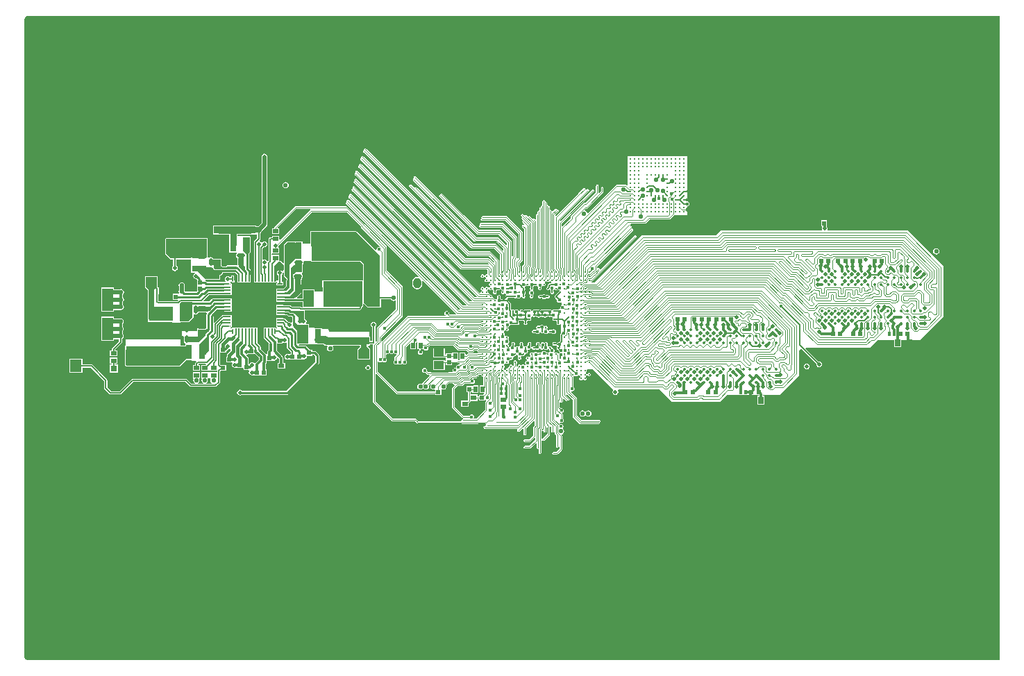
<source format=gtl>
G04*
G04 #@! TF.GenerationSoftware,Altium Limited,Altium Designer,24.0.1 (36)*
G04*
G04 Layer_Physical_Order=1*
G04 Layer_Color=255*
%FSLAX43Y43*%
%MOMM*%
G71*
G04*
G04 #@! TF.SameCoordinates,62AF21CF-6A65-4154-AE07-A74382C3AF13*
G04*
G04*
G04 #@! TF.FilePolarity,Positive*
G04*
G01*
G75*
%ADD11C,0.100*%
%ADD13C,0.200*%
%ADD40C,0.350*%
%ADD42C,0.090*%
%ADD43R,0.510X0.560*%
%ADD44R,0.640X0.890*%
%ADD45R,0.400X0.500*%
%ADD46C,0.230*%
%ADD47R,1.400X1.500*%
%ADD48R,0.800X0.800*%
%ADD49R,0.800X0.800*%
%ADD50R,0.800X2.000*%
%ADD51R,0.800X1.800*%
%ADD52R,0.700X0.210*%
%ADD53R,0.210X0.700*%
%ADD54R,4.700X4.700*%
%ADD55R,0.550X0.210*%
%ADD56R,0.210X0.550*%
%ADD57R,1.250X1.000*%
%ADD58R,0.750X0.600*%
%ADD59R,1.350X2.800*%
%ADD60R,0.890X0.640*%
%ADD61R,0.700X0.510*%
%ADD62R,0.560X0.510*%
%ADD63R,1.400X0.900*%
%ADD64R,0.350X0.350*%
%ADD65R,1.800X0.800*%
%ADD66R,0.200X0.350*%
%ADD67R,0.350X0.200*%
%ADD68R,0.510X0.700*%
%ADD69C,0.110*%
%ADD70C,0.250*%
%ADD71C,0.300*%
%ADD72C,0.160*%
%ADD73C,0.150*%
%ADD74C,0.500*%
%ADD75C,0.180*%
%ADD76C,0.210*%
%ADD77C,0.640*%
%ADD78C,0.800*%
%ADD79C,0.097*%
%ADD80C,0.900*%
%ADD81C,0.400*%
%ADD82C,0.096*%
%ADD83C,0.090*%
%ADD84C,0.600*%
%ADD85C,0.095*%
%ADD86C,0.125*%
%ADD87C,0.091*%
%ADD88C,0.090*%
%ADD89R,2.970X1.800*%
%ADD90O,1.000X1.300*%
%ADD91C,0.400*%
%ADD92C,0.500*%
%ADD93C,0.550*%
G36*
X119490Y510D02*
X1000D01*
X1000Y510D01*
X1000Y510D01*
X952Y510D01*
X857Y529D01*
X768Y566D01*
X688Y619D01*
X619Y687D01*
X566Y768D01*
X529Y857D01*
X510Y952D01*
Y1000D01*
X510Y78600D01*
Y78648D01*
X529Y78743D01*
X566Y78832D01*
X619Y78912D01*
X688Y78981D01*
X768Y79034D01*
X857Y79071D01*
X952Y79090D01*
X1000Y79090D01*
X119490D01*
Y510D01*
D02*
G37*
%LPC*%
G36*
X32365Y58812D02*
X32219Y58783D01*
X32095Y58700D01*
X32012Y58576D01*
X31983Y58430D01*
X32012Y58284D01*
X32095Y58160D01*
X32219Y58077D01*
X32365Y58048D01*
X32511Y58077D01*
X32635Y58160D01*
X32718Y58284D01*
X32747Y58430D01*
X32718Y58576D01*
X32635Y58700D01*
X32511Y58783D01*
X32365Y58812D01*
D02*
G37*
G36*
X111715Y50723D02*
X111569Y50693D01*
X111445Y50611D01*
X111362Y50487D01*
X111333Y50340D01*
X111362Y50194D01*
X111445Y50070D01*
X111569Y49987D01*
X111715Y49958D01*
X111862Y49987D01*
X111986Y50070D01*
X112069Y50194D01*
X112098Y50340D01*
X112069Y50487D01*
X111986Y50611D01*
X111862Y50693D01*
X111715Y50723D01*
D02*
G37*
G36*
X42065Y62974D02*
X41954Y62928D01*
X41908Y62817D01*
X41949Y62719D01*
X41851Y62678D01*
X41805Y62567D01*
X41851Y62456D01*
X54475Y49832D01*
X54586Y49786D01*
X57123D01*
X57808Y49101D01*
X57802Y49065D01*
X57696Y49031D01*
X57264Y49462D01*
X57153Y49508D01*
X54316D01*
X41836Y61988D01*
X41725Y62034D01*
X41614Y61988D01*
X41568Y61877D01*
X41609Y61779D01*
X41511Y61738D01*
X41465Y61627D01*
X41511Y61516D01*
X54036Y48990D01*
X54147Y48944D01*
X56985D01*
X57120Y48809D01*
X57063Y48724D01*
X57045Y48732D01*
X53913D01*
X41587Y61058D01*
X41476Y61104D01*
X41365Y61058D01*
X41319Y60947D01*
X41359Y60849D01*
X41261Y60808D01*
X41215Y60697D01*
X41261Y60586D01*
X53633Y48214D01*
X53744Y48168D01*
X56876D01*
X56948Y48096D01*
Y47949D01*
X56968Y47900D01*
Y47628D01*
X56886Y47548D01*
X56876Y47544D01*
X56875Y47544D01*
X56791Y47528D01*
X56720Y47480D01*
X56678Y47417D01*
X56625Y47412D01*
X56572Y47417D01*
X56530Y47480D01*
X56459Y47528D01*
X56375Y47544D01*
X56291Y47528D01*
X56220Y47480D01*
X56172Y47409D01*
X56156Y47325D01*
X56172Y47241D01*
X56220Y47170D01*
X56291Y47122D01*
X56375Y47106D01*
X56459Y47122D01*
X56530Y47170D01*
X56572Y47233D01*
X56625Y47238D01*
X56678Y47233D01*
X56720Y47170D01*
X56783Y47128D01*
X56788Y47075D01*
X56783Y47022D01*
X56720Y46980D01*
X56672Y46909D01*
X56656Y46825D01*
X56672Y46741D01*
X56720Y46670D01*
X56791Y46622D01*
X56875Y46606D01*
X56959Y46622D01*
X57030Y46670D01*
X57072Y46733D01*
X57125Y46738D01*
X57178Y46733D01*
X57220Y46670D01*
X57283Y46628D01*
X57288Y46575D01*
X57283Y46522D01*
X57220Y46480D01*
X57172Y46409D01*
X57156Y46325D01*
X57172Y46241D01*
X57220Y46170D01*
X57283Y46128D01*
X57288Y46075D01*
X57283Y46022D01*
X57220Y45980D01*
X57178Y45917D01*
X57125Y45912D01*
X57072Y45917D01*
X57030Y45980D01*
X56959Y46028D01*
X56875Y46044D01*
X56791Y46028D01*
X56720Y45980D01*
X56678Y45917D01*
X56625Y45912D01*
X56572Y45917D01*
X56530Y45980D01*
X56459Y46028D01*
X56375Y46044D01*
X56291Y46028D01*
X56220Y45980D01*
X56172Y45909D01*
X56156Y45825D01*
X56172Y45741D01*
X56220Y45670D01*
X56283Y45628D01*
X56288Y45575D01*
X56283Y45522D01*
X56220Y45480D01*
X56172Y45409D01*
X56156Y45325D01*
X56137Y45304D01*
X55999Y45300D01*
X41139Y60160D01*
X41028Y60206D01*
X40917Y60160D01*
X40871Y60049D01*
X40912Y59951D01*
X40814Y59911D01*
X40768Y59800D01*
X40814Y59689D01*
X55673Y44830D01*
X55635Y44738D01*
X55463D01*
X41015Y59186D01*
X40904Y59232D01*
X40793Y59186D01*
X40747Y59075D01*
X40787Y58977D01*
X40689Y58936D01*
X40643Y58825D01*
X40689Y58714D01*
X55079Y44324D01*
X55040Y44232D01*
X54794D01*
X40790Y58236D01*
X40679Y58282D01*
X40568Y58236D01*
X40522Y58125D01*
X40562Y58027D01*
X40464Y57986D01*
X40418Y57875D01*
X40464Y57764D01*
X54404Y43824D01*
X54365Y43732D01*
X54019D01*
X40390Y57361D01*
X40279Y57407D01*
X40168Y57361D01*
X40122Y57250D01*
X40162Y57152D01*
X40064Y57111D01*
X40018Y57000D01*
X40064Y56889D01*
X53629Y43324D01*
X53590Y43232D01*
X53443D01*
X40087Y56588D01*
X39977Y56634D01*
X39866Y56588D01*
X39820Y56477D01*
X39860Y56378D01*
X39762Y56338D01*
X39716Y56227D01*
X39762Y56116D01*
X48567Y47310D01*
X48518Y47218D01*
X48425Y47237D01*
X48191Y47190D01*
X47992Y47058D01*
X47860Y46859D01*
X47813Y46625D01*
Y46325D01*
X47860Y46091D01*
X47992Y45892D01*
X48191Y45760D01*
X48425Y45713D01*
X48659Y45760D01*
X48858Y45892D01*
X48990Y46091D01*
X49037Y46325D01*
Y46625D01*
X49018Y46718D01*
X49110Y46767D01*
X53122Y42756D01*
X53080Y42656D01*
X52405D01*
X52324Y42736D01*
X52337Y42800D01*
X52314Y42917D01*
X52247Y43016D01*
X52148Y43083D01*
X52031Y43106D01*
X51914Y43083D01*
X51815Y43016D01*
X51748Y42917D01*
X51725Y42800D01*
X51748Y42683D01*
X51815Y42584D01*
X51856Y42556D01*
X51826Y42456D01*
X47239D01*
X47124Y42408D01*
X44104Y39388D01*
X44084Y39340D01*
X43984Y39360D01*
Y39812D01*
X46612Y42441D01*
X46660Y42556D01*
Y45992D01*
X46612Y46107D01*
X44703Y48016D01*
Y50883D01*
X44656Y50998D01*
X42014Y53640D01*
X41988Y53703D01*
X39901Y55790D01*
X39786Y55837D01*
X33565D01*
X33450Y55790D01*
X31048Y53387D01*
X31000Y53272D01*
Y53153D01*
X30712D01*
Y52443D01*
X31612D01*
Y53153D01*
X31414D01*
X31373Y53253D01*
X33632Y55513D01*
X35378D01*
X35398Y55413D01*
X35386Y55408D01*
X31705Y51727D01*
X31612Y51765D01*
Y52253D01*
X30712D01*
Y52076D01*
X30538D01*
X30470Y52063D01*
X30412Y52024D01*
X30324Y51936D01*
X30285Y51878D01*
X30272Y51810D01*
Y49221D01*
X30204Y49161D01*
X30103Y49180D01*
X30036Y49280D01*
X29920Y49357D01*
X29784Y49384D01*
X29647Y49357D01*
X29628Y49344D01*
X29528Y49398D01*
Y50739D01*
X29675Y50885D01*
X29763Y50868D01*
X29899Y50895D01*
X30015Y50973D01*
X30092Y51088D01*
X30119Y51225D01*
X30092Y51362D01*
X30015Y51477D01*
X29899Y51555D01*
X29763Y51582D01*
X29626Y51555D01*
X29510Y51477D01*
X29491Y51449D01*
X29371D01*
X29352Y51477D01*
X29244Y51549D01*
X29235Y51560D01*
X29204Y51663D01*
X29230Y51698D01*
X29300D01*
Y52328D01*
X29304Y52348D01*
Y52581D01*
X29403Y52647D01*
X29496Y52786D01*
X29509Y52855D01*
X30032Y53378D01*
X30110Y53493D01*
X30137Y53630D01*
Y61900D01*
X30110Y62037D01*
X30032Y62152D01*
X29917Y62230D01*
X29780Y62257D01*
X29643Y62230D01*
X29528Y62152D01*
X29450Y62037D01*
X29423Y61900D01*
Y53778D01*
X29024Y53378D01*
X28800D01*
Y53500D01*
X28054D01*
X28000Y53511D01*
X26150D01*
X26097Y53500D01*
X26045Y53511D01*
X24300D01*
X24246Y53500D01*
X23500D01*
Y52400D01*
X24246D01*
X24300Y52389D01*
X25485D01*
Y51175D01*
X25495Y51126D01*
Y50175D01*
X26360D01*
X26369Y50164D01*
X26404Y50076D01*
X26385Y50046D01*
X26345Y49987D01*
X26318Y49850D01*
X26345Y49713D01*
X26423Y49598D01*
X26522Y49531D01*
Y49450D01*
X26530Y49430D01*
Y48845D01*
X26522Y48825D01*
Y48674D01*
X26451Y48627D01*
X26422Y48617D01*
X26393Y48629D01*
X26127Y48633D01*
X26126Y48633D01*
X26125Y48633D01*
X25250Y48633D01*
Y48630D01*
X25224D01*
X25190Y48616D01*
X25154Y48601D01*
X25153Y48601D01*
X25153Y48601D01*
X25153Y48601D01*
X25086Y48533D01*
X24780D01*
X24733Y48538D01*
X24642Y48576D01*
X24576Y48642D01*
X24570Y48656D01*
Y49445D01*
X23670D01*
X23650Y49453D01*
X23569D01*
X23502Y49552D01*
X23387Y49630D01*
X23250Y49657D01*
X23113Y49630D01*
X23000Y49554D01*
X22985Y49557D01*
X22900Y49586D01*
Y49605D01*
X22853D01*
Y51845D01*
X22845Y51865D01*
Y51945D01*
X22765D01*
X22745Y51953D01*
X17812D01*
X17736Y51922D01*
X17704Y51845D01*
Y49998D01*
X17704Y49998D01*
X17736Y49921D01*
X17736Y49921D01*
X18259Y49398D01*
X18335Y49367D01*
X18646D01*
Y49350D01*
X18650Y49330D01*
Y48920D01*
X18646Y48900D01*
Y48575D01*
X18598Y48542D01*
X18520Y48427D01*
X18493Y48290D01*
X18520Y48153D01*
X18598Y48038D01*
X18713Y47960D01*
X18850Y47933D01*
X18987Y47960D01*
X19102Y48038D01*
X19180Y48153D01*
X19207Y48290D01*
X19180Y48427D01*
X19102Y48542D01*
X19054Y48575D01*
Y48900D01*
X19050Y48920D01*
Y49330D01*
X19054Y49350D01*
Y49367D01*
X20800D01*
Y48545D01*
X20850D01*
Y47775D01*
X21284D01*
X21311Y47682D01*
X21309Y47675D01*
X21198Y47600D01*
X21120Y47485D01*
X21093Y47348D01*
X21120Y47211D01*
X21198Y47096D01*
X21313Y47018D01*
X21450Y46991D01*
X21465Y46994D01*
X21515Y46945D01*
X21540Y46928D01*
Y46195D01*
X21540D01*
Y46130D01*
X21540D01*
Y45489D01*
X21480Y45429D01*
X20120D01*
X20084Y45473D01*
X20059Y45601D01*
Y46080D01*
X20082Y46198D01*
X20053Y46344D01*
X19970Y46468D01*
X19846Y46551D01*
X19700Y46580D01*
X19554Y46551D01*
X19430Y46468D01*
X19347Y46344D01*
X19318Y46198D01*
X19345Y46060D01*
Y45601D01*
X19320Y45473D01*
X19349Y45327D01*
X19373Y45290D01*
X19368Y45248D01*
X19358Y45215D01*
X19327Y45181D01*
X19323Y45180D01*
X19248Y45180D01*
X18630D01*
Y44420D01*
X19220D01*
X19262Y44320D01*
X19193Y44251D01*
X16891D01*
X16878Y44264D01*
Y45073D01*
X16900D01*
Y45923D01*
X16792D01*
X16716Y45999D01*
X16725Y46008D01*
X16756Y46084D01*
Y47215D01*
X16725Y47292D01*
X16648Y47323D01*
X16295D01*
X15655Y47323D01*
X15298D01*
X15221Y47292D01*
X15190Y47215D01*
Y46019D01*
X15190Y46019D01*
X15221Y45942D01*
X15221Y45942D01*
X15547Y45617D01*
Y45238D01*
X15555Y45218D01*
Y45091D01*
X15547Y45050D01*
Y43600D01*
X15547Y43600D01*
Y41800D01*
X15578Y41723D01*
X15655Y41692D01*
X18495D01*
Y41650D01*
X19555D01*
Y41692D01*
X20502Y41692D01*
X20502Y41692D01*
X20579Y41723D01*
X21102Y42246D01*
X21133Y42323D01*
Y42662D01*
X21233Y42715D01*
X21263Y42695D01*
X21400Y42668D01*
X21537Y42695D01*
X21652Y42773D01*
X21719Y42872D01*
X22695D01*
X22748Y42772D01*
X22738Y42756D01*
X22721Y42669D01*
Y41008D01*
X22716D01*
X22639Y40977D01*
X22618Y40955D01*
X22587Y40932D01*
X22554Y40913D01*
X22519Y40898D01*
X22482Y40888D01*
X22443Y40883D01*
X22423Y40883D01*
X21927D01*
X21907Y40883D01*
X21868Y40888D01*
X21831Y40898D01*
X21796Y40913D01*
X21763Y40932D01*
X21727Y40959D01*
X21694Y40968D01*
X21663Y40982D01*
X21655Y40979D01*
X21647Y40981D01*
X21618Y40964D01*
X21586Y40952D01*
X21583Y40944D01*
X21575Y40940D01*
X21566Y40907D01*
X21552Y40876D01*
X21548Y40680D01*
X21500Y40600D01*
X19700D01*
X19700Y40398D01*
X19550D01*
Y40025D01*
X19890D01*
X19967Y39948D01*
Y39400D01*
X19969Y39394D01*
X19995Y39263D01*
X20073Y39148D01*
X20075Y39146D01*
X20100Y39050D01*
X20100D01*
X20100Y39050D01*
Y38884D01*
X19550D01*
Y39573D01*
X12900D01*
Y38873D01*
X12800D01*
Y38373D01*
X12779Y38323D01*
Y36548D01*
X12811Y36471D01*
X12811Y36471D01*
X12986Y36296D01*
X13062Y36265D01*
X19410D01*
X19487Y36296D01*
X20241Y37050D01*
X20880D01*
Y37000D01*
X21446D01*
X21488Y36900D01*
X21354Y36766D01*
X21315Y36708D01*
X21302Y36640D01*
Y36500D01*
X21030D01*
Y35790D01*
X21930D01*
Y36500D01*
X21819D01*
X21766Y36600D01*
X21788Y36632D01*
X22613D01*
X22667Y36532D01*
X22645Y36500D01*
X22080D01*
Y35790D01*
X22980D01*
Y36253D01*
X23033Y36296D01*
X23130Y36253D01*
Y35790D01*
X24022D01*
Y35600D01*
X23130D01*
Y34890D01*
X23198D01*
X23251Y34790D01*
X23222Y34746D01*
X23193Y34600D01*
X23222Y34454D01*
X23305Y34330D01*
X23383Y34278D01*
X23352Y34178D01*
X22723D01*
X22692Y34278D01*
X22770Y34330D01*
X22853Y34454D01*
X22882Y34600D01*
X22853Y34746D01*
X22824Y34790D01*
X22878Y34890D01*
X22980D01*
Y35600D01*
X22080D01*
Y34890D01*
X22122D01*
X22176Y34790D01*
X22147Y34746D01*
X22118Y34600D01*
X22147Y34454D01*
X22230Y34330D01*
X22308Y34278D01*
X22277Y34178D01*
X21713D01*
X21682Y34278D01*
X21760Y34330D01*
X21843Y34454D01*
X21872Y34600D01*
X21843Y34746D01*
X21814Y34790D01*
X21867Y34890D01*
X21930D01*
Y35600D01*
X21030D01*
Y34890D01*
X21112D01*
X21166Y34790D01*
X21137Y34746D01*
X21108Y34600D01*
X21137Y34454D01*
X21220Y34330D01*
X21298Y34278D01*
X21267Y34178D01*
X20919D01*
X20345Y34751D01*
X20288Y34790D01*
X20219Y34803D01*
X13712D01*
X13644Y34790D01*
X13586Y34751D01*
X12088Y33253D01*
X11110D01*
X10616Y33747D01*
Y34638D01*
X10602Y34706D01*
X10564Y34764D01*
X8847Y36480D01*
X8790Y36519D01*
X8721Y36532D01*
X7595D01*
Y37204D01*
X5995D01*
Y35504D01*
X7595D01*
Y36175D01*
X8647D01*
X10259Y34564D01*
Y33673D01*
X10273Y33605D01*
X10311Y33547D01*
X10910Y32948D01*
X10968Y32910D01*
X11036Y32896D01*
X12162D01*
X12230Y32910D01*
X12288Y32948D01*
X13786Y34447D01*
X20145D01*
X20719Y33873D01*
X20777Y33834D01*
X20845Y33821D01*
X23799D01*
X23867Y33834D01*
X23925Y33873D01*
X24326Y34274D01*
X24365Y34332D01*
X24378Y34400D01*
Y35751D01*
X24417Y35790D01*
X25107D01*
Y36500D01*
X24400D01*
X24366Y36534D01*
Y37965D01*
X25105D01*
Y38179D01*
X25157Y38189D01*
X25240Y38245D01*
X25385Y38390D01*
X25472Y38407D01*
X25554Y38462D01*
X25654Y38418D01*
Y38258D01*
X25297Y37901D01*
X25231Y37802D01*
X25208Y37685D01*
X25208Y37685D01*
Y37530D01*
X25120D01*
Y36820D01*
X25833D01*
X25886Y36723D01*
X25835Y36647D01*
X25808Y36510D01*
X25835Y36373D01*
X25913Y36258D01*
X26028Y36180D01*
X26165Y36153D01*
X26295Y36179D01*
X26302Y36179D01*
X26395Y36155D01*
X26395Y36155D01*
X26395Y36155D01*
X27155D01*
X27220Y36082D01*
Y35845D01*
X27876D01*
X27929Y35745D01*
X27910Y35717D01*
X27883Y35580D01*
X27910Y35443D01*
X27988Y35328D01*
X28103Y35250D01*
X28240Y35223D01*
X28370Y35249D01*
X28377Y35249D01*
X28470Y35225D01*
X28470Y35225D01*
X28470Y35225D01*
X29230D01*
Y35225D01*
X29295D01*
Y35225D01*
X30055D01*
Y35935D01*
X29930D01*
Y36612D01*
X29980Y36662D01*
X30035Y36745D01*
X30055Y36842D01*
Y36965D01*
X30730D01*
Y37007D01*
X30808Y37048D01*
X30830Y37049D01*
X30960Y37023D01*
X31097Y37050D01*
X31212Y37128D01*
X31290Y37243D01*
X31317Y37380D01*
X31317Y37381D01*
X31409Y37430D01*
X31595Y37244D01*
Y36755D01*
X31400D01*
Y36045D01*
X32300D01*
Y36755D01*
X32105D01*
Y37349D01*
X32085Y37447D01*
X32030Y37530D01*
X31280Y38280D01*
Y39115D01*
X32005D01*
Y39157D01*
X32083Y39198D01*
X32105Y39199D01*
X32235Y39173D01*
X32372Y39200D01*
X32436Y39243D01*
X32536Y39190D01*
Y38602D01*
X32552Y38522D01*
X32597Y38454D01*
X32991Y38060D01*
Y37845D01*
X32820D01*
Y37845D01*
X32730Y37821D01*
X32720Y37821D01*
X32590Y37847D01*
X32453Y37820D01*
X32338Y37742D01*
X32260Y37627D01*
X32233Y37490D01*
X32260Y37353D01*
X32338Y37238D01*
X32453Y37160D01*
X32590Y37133D01*
X32720Y37159D01*
X32727Y37159D01*
X32820Y37135D01*
X32820Y37135D01*
X32820Y37135D01*
X33580D01*
Y37135D01*
X33645D01*
Y37135D01*
X34405D01*
Y37177D01*
X34483Y37218D01*
X34505Y37219D01*
X34635Y37193D01*
X34772Y37220D01*
X34887Y37298D01*
X34965Y37413D01*
X34992Y37550D01*
X35041Y37610D01*
X35630D01*
Y37751D01*
X35817D01*
X35996Y37573D01*
Y36863D01*
X32454Y33322D01*
X27090D01*
X27052Y33377D01*
X26937Y33455D01*
X26800Y33482D01*
X26663Y33455D01*
X26548Y33377D01*
X26470Y33262D01*
X26443Y33125D01*
X26470Y32988D01*
X26548Y32873D01*
X26663Y32795D01*
X26800Y32768D01*
X26937Y32795D01*
X27038Y32863D01*
X32549D01*
X32637Y32880D01*
X32711Y32930D01*
X36387Y36606D01*
X36437Y36680D01*
X36454Y36768D01*
Y37668D01*
X36437Y37756D01*
X36387Y37830D01*
X36074Y38143D01*
X36000Y38193D01*
X35912Y38210D01*
X35630D01*
Y38320D01*
X35349D01*
X34857Y38812D01*
X34783Y38862D01*
X34695Y38879D01*
X33989D01*
X33982Y38890D01*
X34035Y38990D01*
X35098D01*
X35100Y38988D01*
Y38975D01*
X35900D01*
Y39000D01*
X36800D01*
Y39039D01*
X36918D01*
X36953Y39003D01*
X37135Y38882D01*
X37350Y38839D01*
X37439D01*
X37492Y38739D01*
X37447Y38671D01*
X37418Y38525D01*
X37447Y38379D01*
X37530Y38255D01*
X37654Y38172D01*
X37800Y38143D01*
X37946Y38172D01*
X38070Y38255D01*
X38153Y38379D01*
X38182Y38525D01*
X38153Y38671D01*
X38108Y38739D01*
X38161Y38839D01*
X41379D01*
X41413Y38838D01*
X41447Y38739D01*
X41150Y38442D01*
X41119Y38366D01*
Y37235D01*
X41150Y37158D01*
X41227Y37127D01*
X41580D01*
X42220Y37127D01*
X42577D01*
X42654Y37158D01*
X42685Y37235D01*
Y38431D01*
X42685Y38431D01*
X42654Y38508D01*
X42654Y38508D01*
X42411Y38750D01*
X42453Y38850D01*
X42700D01*
Y39011D01*
X42987D01*
X43042Y38928D01*
X43038Y38916D01*
Y31993D01*
X43038Y31993D01*
X43085Y31878D01*
X45281Y29683D01*
X45395Y29635D01*
X48145D01*
X48410Y29370D01*
X48525Y29323D01*
X53828D01*
X53889Y29297D01*
X55786D01*
X55847Y29323D01*
X56751D01*
X56800Y29223D01*
X56792Y29210D01*
X56780Y29150D01*
X56786Y29119D01*
X56744Y29073D01*
X56719Y29053D01*
X56706Y29046D01*
X56657Y29056D01*
X56597Y29044D01*
X56545Y29010D01*
X56511Y28958D01*
X56499Y28898D01*
X56511Y28837D01*
X56545Y28786D01*
X56618Y28713D01*
X56670Y28679D01*
X56730Y28667D01*
X60588D01*
X60638Y28567D01*
X60630Y28555D01*
X60618Y28495D01*
X60630Y28434D01*
X60664Y28383D01*
X60715Y28349D01*
X60776Y28336D01*
X60836Y28349D01*
X60887Y28383D01*
X61287Y28782D01*
X61387Y28741D01*
Y28065D01*
X61399Y28005D01*
X61433Y27953D01*
X61485Y27919D01*
X61545Y27907D01*
X61605Y27919D01*
X61657Y27953D01*
X61691Y28005D01*
X61703Y28065D01*
Y28779D01*
X62625Y29701D01*
X62717Y29663D01*
Y29106D01*
X62635Y29024D01*
X62601Y28973D01*
X62589Y28913D01*
Y27937D01*
X62050Y27398D01*
X61560D01*
X61500Y27386D01*
X61448Y27352D01*
X61414Y27300D01*
X61402Y27240D01*
X61414Y27180D01*
X61448Y27128D01*
X61500Y27094D01*
X61560Y27082D01*
X62115D01*
X62176Y27094D01*
X62227Y27128D01*
X62707Y27608D01*
X62799Y27570D01*
Y27343D01*
X62080Y26623D01*
X61560D01*
X61500Y26611D01*
X61448Y26577D01*
X61414Y26525D01*
X61402Y26465D01*
X61414Y26405D01*
X61448Y26353D01*
X61500Y26319D01*
X61560Y26307D01*
X62145D01*
X62205Y26319D01*
X62257Y26353D01*
X62917Y27013D01*
X63009Y26975D01*
Y26426D01*
X63021Y26365D01*
X63055Y26314D01*
X63107Y26280D01*
X63167Y26268D01*
X63219Y26225D01*
Y25821D01*
X63231Y25760D01*
X63265Y25709D01*
X63317Y25675D01*
X63377Y25663D01*
X63438Y25675D01*
X63489Y25709D01*
X63523Y25760D01*
X63535Y25821D01*
Y28364D01*
X63587Y28407D01*
X63648Y28419D01*
X63699Y28453D01*
X63755Y28509D01*
X63855Y28467D01*
Y28387D01*
X63902Y28272D01*
X64017Y28224D01*
X64132Y28272D01*
X64179Y28387D01*
Y28879D01*
X64279Y28933D01*
X64299Y28920D01*
Y28114D01*
X63685Y27500D01*
X63651Y27449D01*
X63639Y27389D01*
X63651Y27328D01*
X63685Y27277D01*
X63737Y27243D01*
X63797Y27230D01*
X63858Y27243D01*
X63909Y27277D01*
X64569Y27937D01*
X64603Y27988D01*
X64615Y28048D01*
Y28924D01*
X64715Y28977D01*
X64742Y28959D01*
Y28387D01*
X64790Y28272D01*
X64904Y28224D01*
X65019Y28272D01*
X65067Y28387D01*
Y28781D01*
X65167Y28835D01*
X65169Y28833D01*
Y28141D01*
X65217Y28027D01*
X65338Y27905D01*
Y26550D01*
X65385Y26435D01*
X65500Y26388D01*
X65615Y26435D01*
X65662Y26550D01*
Y27653D01*
X65762Y27703D01*
X65794Y27680D01*
Y26274D01*
X65395Y25875D01*
X65010D01*
X64895Y25827D01*
X64848Y25712D01*
X64895Y25597D01*
X65010Y25550D01*
X65462D01*
X65577Y25597D01*
X66071Y26092D01*
X66119Y26206D01*
Y27799D01*
X66071Y27914D01*
X66040Y27945D01*
X66069Y28040D01*
X66103Y28047D01*
X66227Y28130D01*
X66310Y28254D01*
X66339Y28400D01*
X66310Y28547D01*
X66227Y28671D01*
X66173Y28707D01*
Y28770D01*
X66239Y28869D01*
X66262Y28986D01*
X66239Y29103D01*
X66173Y29202D01*
X66073Y29269D01*
X65956Y29292D01*
X65893Y29279D01*
X65790Y29382D01*
X65854Y29459D01*
X65886Y29438D01*
X66003Y29414D01*
X66120Y29438D01*
X66220Y29504D01*
X66286Y29603D01*
X66309Y29720D01*
X66286Y29837D01*
X66220Y29937D01*
X66166Y29973D01*
Y30439D01*
X66118Y30553D01*
X66106Y30566D01*
X66137Y30676D01*
X66215Y30728D01*
X66282Y30827D01*
X66305Y30944D01*
X66282Y31061D01*
X66215Y31161D01*
X66116Y31227D01*
X65999Y31250D01*
X65935Y31237D01*
X65811Y31362D01*
Y31900D01*
X65911Y31947D01*
X65999Y31911D01*
X66114Y31958D01*
X66161Y32073D01*
Y32345D01*
X66261Y32387D01*
X66519Y32130D01*
X66634Y32082D01*
X66748Y32130D01*
X66779Y32204D01*
X66854Y32173D01*
X66968Y32221D01*
X67016Y32335D01*
X66968Y32450D01*
X66576Y32843D01*
X66581Y32881D01*
X66688Y32916D01*
X67357Y32246D01*
Y30227D01*
X67405Y30112D01*
X68206Y29310D01*
X68321Y29263D01*
X70516D01*
X70631Y29310D01*
X70678Y29425D01*
X70648Y29499D01*
X70722Y29530D01*
X70770Y29645D01*
X70722Y29760D01*
X70607Y29807D01*
X68480D01*
X67902Y30385D01*
Y32404D01*
X67854Y32519D01*
X67167Y33207D01*
X67216Y33299D01*
X67300Y33282D01*
X67417Y33305D01*
X67516Y33372D01*
X67583Y33471D01*
X67606Y33588D01*
X67583Y33705D01*
X67516Y33804D01*
X67452Y33848D01*
Y35052D01*
X67438Y35084D01*
X67459Y35122D01*
X67530Y35170D01*
X67539Y35184D01*
X67564Y35204D01*
X67663Y35137D01*
X67780Y35114D01*
X67897Y35137D01*
X67996Y35204D01*
X68059Y35298D01*
X68081Y35301D01*
X68162Y35292D01*
X68172Y35241D01*
X68220Y35170D01*
X68283Y35128D01*
X68288Y35075D01*
X68283Y35022D01*
X68220Y34980D01*
X68172Y34909D01*
X68156Y34825D01*
X68172Y34741D01*
X68220Y34670D01*
X68291Y34622D01*
X68375Y34606D01*
X68459Y34622D01*
X68530Y34670D01*
X68572Y34733D01*
X68625Y34738D01*
X68678Y34733D01*
X68720Y34670D01*
X68791Y34622D01*
X68875Y34606D01*
X68959Y34622D01*
X69030Y34670D01*
X69078Y34741D01*
X69094Y34825D01*
X69078Y34909D01*
X69030Y34980D01*
X68967Y35022D01*
X68962Y35075D01*
X68967Y35128D01*
X69030Y35170D01*
X69072Y35233D01*
X69125Y35238D01*
X69178Y35233D01*
X69220Y35170D01*
X69291Y35122D01*
X69375Y35106D01*
X69459Y35122D01*
X69530Y35170D01*
X69578Y35241D01*
X69594Y35325D01*
X69578Y35409D01*
X69530Y35480D01*
X69459Y35528D01*
X69375Y35544D01*
X69291Y35528D01*
X69220Y35480D01*
X69178Y35417D01*
X69125Y35412D01*
X69072Y35417D01*
X69030Y35480D01*
X68967Y35522D01*
X68962Y35575D01*
X68967Y35628D01*
X69030Y35670D01*
X69078Y35741D01*
X69094Y35825D01*
X69086Y35864D01*
X69152Y35964D01*
X69845D01*
X71821Y33989D01*
X72276Y33534D01*
X72314Y33485D01*
X72298Y33401D01*
X72259Y33342D01*
X72232Y33206D01*
X72259Y33069D01*
X72336Y32953D01*
X72452Y32876D01*
X72589Y32849D01*
X72725Y32876D01*
X72841Y32953D01*
X72918Y33069D01*
X72946Y33206D01*
X72918Y33342D01*
X72884Y33394D01*
X72938Y33494D01*
X77949D01*
X79432Y32010D01*
X85371Y32010D01*
X86172Y32812D01*
X90051Y32812D01*
Y32710D01*
X89909D01*
Y31620D01*
X90749D01*
Y32710D01*
X90561D01*
Y32812D01*
X92588D01*
X95015Y35239D01*
Y38223D01*
X95255Y38463D01*
X97076Y36642D01*
X97065Y36585D01*
X97092Y36448D01*
X97169Y36333D01*
X97285Y36255D01*
X97422Y36228D01*
X97558Y36255D01*
X97674Y36333D01*
X97751Y36448D01*
X97778Y36585D01*
X97751Y36722D01*
X97674Y36837D01*
X97558Y36915D01*
X97422Y36942D01*
X97364Y36930D01*
X95759Y38536D01*
X95798Y38628D01*
X103643D01*
X104542Y39527D01*
X106611D01*
Y38678D01*
X107451D01*
Y39527D01*
X109713D01*
X112628Y42442D01*
Y48518D01*
X108247Y52899D01*
X98479D01*
X98439Y52973D01*
X98435Y52999D01*
X98461Y53126D01*
X98434Y53263D01*
X98412Y53295D01*
X98410Y53394D01*
X98410Y53394D01*
Y54154D01*
X97700D01*
Y53394D01*
X97742D01*
X97795Y53294D01*
X97774Y53263D01*
X97747Y53126D01*
X97772Y52999D01*
X97769Y52973D01*
X97729Y52899D01*
X85387D01*
X84823Y52335D01*
X75756D01*
X69990Y46570D01*
X69677D01*
X69673Y46668D01*
X69784Y46714D01*
X70887Y47817D01*
X70891Y47820D01*
X75120Y52048D01*
X75154Y52099D01*
X75166Y52160D01*
X75154Y52220D01*
X75120Y52272D01*
X75068Y52306D01*
X75008Y52318D01*
X74947Y52306D01*
X74896Y52272D01*
X70740Y48116D01*
X70656Y48173D01*
X70667Y48200D01*
X70621Y48311D01*
X70510Y48357D01*
X70464Y48338D01*
X70385Y48391D01*
X70378Y48496D01*
X74729Y52847D01*
X74763Y52899D01*
X74775Y52959D01*
X74763Y53019D01*
X74729Y53071D01*
X74678Y53105D01*
X74669Y53107D01*
X74620Y53212D01*
X74622Y53215D01*
X74634Y53275D01*
X74622Y53335D01*
X74588Y53387D01*
X74537Y53421D01*
X74488Y53431D01*
X74452Y53481D01*
X74430Y53524D01*
X74442Y53584D01*
X74435Y53623D01*
X74475Y53695D01*
X74499Y53723D01*
X76181D01*
X76241Y53735D01*
X76292Y53769D01*
X76764Y54241D01*
X79162D01*
X79223Y54253D01*
X79274Y54287D01*
X79785Y54798D01*
X81350D01*
Y55854D01*
X81442Y55872D01*
X81541Y55939D01*
X81608Y56038D01*
X81631Y56155D01*
X81608Y56272D01*
X81541Y56371D01*
X81442Y56438D01*
X81350Y56456D01*
Y62000D01*
X74075D01*
Y58425D01*
X73983Y58387D01*
X73948Y58422D01*
X73897Y58456D01*
X73836Y58468D01*
X72738D01*
X72677Y58456D01*
X72626Y58422D01*
X69245Y55041D01*
X69137Y55074D01*
X69131Y55104D01*
X69048Y55228D01*
X68924Y55311D01*
X68894Y55317D01*
X68861Y55425D01*
X68974Y55539D01*
X69051D01*
X69111Y55551D01*
X69163Y55586D01*
X71087Y57510D01*
X71122Y57562D01*
X71134Y57622D01*
Y58076D01*
X71122Y58136D01*
X71087Y58187D01*
X71036Y58222D01*
X70976Y58234D01*
X70915Y58222D01*
X70864Y58187D01*
X70830Y58136D01*
X70818Y58076D01*
Y57688D01*
X70633Y57503D01*
X70533Y57544D01*
Y58349D01*
X70521Y58409D01*
X70487Y58460D01*
X70435Y58495D01*
X70375Y58507D01*
X70315Y58495D01*
X70263Y58460D01*
X70229Y58409D01*
X70217Y58349D01*
Y57540D01*
X68953Y56276D01*
X68803D01*
X68743Y56264D01*
X68691Y56230D01*
X67163Y54702D01*
X67129Y54650D01*
X67117Y54590D01*
Y54426D01*
X66125Y53434D01*
X66033Y53473D01*
Y53725D01*
X69953Y57644D01*
X69987Y57696D01*
X69999Y57756D01*
X69987Y57816D01*
X69953Y57868D01*
X69901Y57902D01*
X69841Y57914D01*
X69781Y57902D01*
X69729Y57868D01*
X65916Y54055D01*
X65812Y54092D01*
X65805Y54149D01*
X69337Y57681D01*
X69371Y57733D01*
X69383Y57793D01*
X69371Y57853D01*
X69337Y57905D01*
X69285Y57939D01*
X69225Y57951D01*
X69165Y57939D01*
X69113Y57905D01*
X69038Y57830D01*
X68951Y57884D01*
X68958Y57918D01*
X68946Y57979D01*
X68912Y58030D01*
X68860Y58064D01*
X68800Y58077D01*
X68740Y58064D01*
X68688Y58030D01*
X68068Y57410D01*
X68068Y57410D01*
X66964Y56306D01*
X66964Y56306D01*
X65366Y54708D01*
X65259Y54742D01*
X65252Y54789D01*
X65640Y55176D01*
X65687Y55291D01*
X65640Y55406D01*
X65525Y55453D01*
X65465Y55429D01*
X65440Y55489D01*
X65325Y55536D01*
X65210Y55489D01*
X64905Y55184D01*
X64813Y55222D01*
Y55281D01*
X64765Y55396D01*
X64651Y55444D01*
X64613Y55469D01*
Y55733D01*
X64565Y55848D01*
X64451Y55895D01*
X64380Y55974D01*
X64365Y56008D01*
X64251Y56056D01*
X64212Y56081D01*
Y56294D01*
X64165Y56408D01*
X64050Y56456D01*
X64006Y56438D01*
X63965Y56538D01*
X63850Y56585D01*
X63735Y56538D01*
X63688Y56423D01*
Y56043D01*
X63650Y56018D01*
X63535Y55970D01*
X63488Y55856D01*
Y55760D01*
X63450Y55734D01*
X63335Y55687D01*
X63288Y55572D01*
Y55342D01*
X63250Y55317D01*
X63135Y55269D01*
X63088Y55155D01*
Y54941D01*
X63050Y54916D01*
X62935Y54868D01*
X62888Y54753D01*
Y54305D01*
X62795Y54267D01*
X62764Y54298D01*
X62649Y54346D01*
X62534Y54298D01*
X62490Y54290D01*
X62190Y54590D01*
X62075Y54637D01*
X61960Y54590D01*
X61916Y54581D01*
X61765Y54732D01*
X61650Y54780D01*
X61535Y54732D01*
X61491Y54723D01*
X61340Y54874D01*
X61225Y54922D01*
X61110Y54874D01*
X61063Y54759D01*
X61110Y54645D01*
X61195Y54559D01*
X61187Y54515D01*
X61139Y54400D01*
X61187Y54285D01*
X61296Y54176D01*
X61277Y54078D01*
X61274Y54077D01*
X61227Y53962D01*
X61274Y53847D01*
X61619Y53502D01*
X61619Y53502D01*
X61510Y53469D01*
X61440Y53540D01*
X61325Y53587D01*
X61210Y53540D01*
X61163Y53425D01*
X61210Y53310D01*
X61475Y53046D01*
Y48859D01*
X61260Y48645D01*
X61213Y48530D01*
Y47969D01*
X61178Y47917D01*
X61125Y47912D01*
X61072Y47917D01*
X61032Y47977D01*
Y48537D01*
X60986Y48648D01*
X60937Y48697D01*
Y48911D01*
X61261Y49235D01*
X61307Y49346D01*
Y52633D01*
X61261Y52744D01*
X59389Y54616D01*
X59278Y54662D01*
X56382D01*
X56271Y54616D01*
X56225Y54505D01*
X56266Y54407D01*
X56168Y54366D01*
X56122Y54255D01*
X56168Y54144D01*
X56279Y54098D01*
X59109D01*
X60743Y52464D01*
Y49561D01*
X60724Y49549D01*
X60719Y49551D01*
X60632Y49611D01*
Y52040D01*
X60586Y52150D01*
X58979Y53758D01*
X58868Y53804D01*
X56185D01*
X56074Y53758D01*
X56028Y53647D01*
X56069Y53548D01*
X55971Y53508D01*
X55925Y53397D01*
X55971Y53286D01*
X56082Y53240D01*
X58699D01*
X60068Y51871D01*
Y49795D01*
X60038Y49773D01*
X59938Y49823D01*
Y51536D01*
X59892Y51647D01*
X58630Y52909D01*
X58519Y52955D01*
X55956D01*
X54134Y54777D01*
X54134Y54777D01*
X51497Y57414D01*
X51386Y57460D01*
X51275Y57414D01*
X51230Y57303D01*
X51210Y57283D01*
X51099Y57237D01*
X51053Y57126D01*
X51099Y57015D01*
X53735Y54378D01*
X53735Y54378D01*
X55677Y52437D01*
X55788Y52391D01*
X58350D01*
X59374Y51367D01*
Y51111D01*
X59282Y51073D01*
X58327Y52027D01*
X58216Y52073D01*
X55662D01*
X48252Y59483D01*
X48141Y59529D01*
X48030Y59483D01*
X47984Y59372D01*
X48025Y59274D01*
X47926Y59233D01*
X47881Y59122D01*
X47926Y59011D01*
X55382Y51555D01*
X55493Y51509D01*
X58048D01*
X58934Y50623D01*
Y50484D01*
X58842Y50445D01*
X58069Y51218D01*
X57958Y51264D01*
X55261D01*
X48352Y58173D01*
X48241Y58219D01*
X48130Y58173D01*
X48126Y58163D01*
X48028Y58143D01*
X47712Y58459D01*
X47601Y58505D01*
X47490Y58459D01*
X47444Y58348D01*
X47490Y58237D01*
X54981Y50746D01*
X55092Y50700D01*
X57789D01*
X58493Y49996D01*
Y48235D01*
X58482Y48226D01*
X58382Y48272D01*
Y49259D01*
X58336Y49370D01*
X57402Y50304D01*
X57291Y50350D01*
X54754D01*
X42176Y62928D01*
X42065Y62974D01*
D02*
G37*
G36*
X11461Y45968D02*
X9911D01*
Y42968D01*
X11461D01*
Y43200D01*
X12188D01*
X12276Y43182D01*
X12422Y43211D01*
X12546Y43294D01*
X12629Y43418D01*
X12658Y43565D01*
X12629Y43711D01*
X12546Y43835D01*
X12530Y43846D01*
Y44183D01*
X12546Y44194D01*
X12629Y44318D01*
X12658Y44465D01*
X12629Y44611D01*
X12546Y44735D01*
X12530Y44746D01*
Y45083D01*
X12546Y45094D01*
X12629Y45218D01*
X12658Y45365D01*
X12629Y45511D01*
X12546Y45635D01*
X12422Y45718D01*
X12276Y45747D01*
X12167Y45725D01*
X11461D01*
Y45968D01*
D02*
G37*
G36*
Y42406D02*
X9911D01*
Y39406D01*
X11461D01*
Y39637D01*
X12040D01*
Y39391D01*
X11242Y38593D01*
X11198Y38527D01*
X11182Y38449D01*
Y38270D01*
X10936D01*
Y37560D01*
X11836D01*
Y38270D01*
X11604D01*
X11596Y38370D01*
X12388Y39162D01*
X12388Y39162D01*
X12432Y39229D01*
X12448Y39307D01*
X12448Y39307D01*
Y39683D01*
X12521Y39732D01*
X12604Y39856D01*
X12633Y40002D01*
X12604Y40148D01*
X12521Y40272D01*
X12505Y40283D01*
Y40621D01*
X12521Y40632D01*
X12604Y40756D01*
X12633Y40902D01*
X12604Y41048D01*
X12521Y41172D01*
X12505Y41183D01*
Y41521D01*
X12521Y41532D01*
X12604Y41656D01*
X12633Y41802D01*
X12604Y41948D01*
X12521Y42072D01*
X12397Y42155D01*
X12251Y42184D01*
X12142Y42163D01*
X11461D01*
Y42406D01*
D02*
G37*
G36*
X95928Y36686D02*
X95791Y36659D01*
X95675Y36581D01*
X95598Y36466D01*
X95571Y36329D01*
X95598Y36192D01*
X95675Y36077D01*
X95791Y35999D01*
X95928Y35972D01*
X96064Y35999D01*
X96180Y36077D01*
X96257Y36192D01*
X96285Y36329D01*
X96257Y36466D01*
X96180Y36581D01*
X96064Y36659D01*
X95928Y36686D01*
D02*
G37*
G36*
X42415Y36460D02*
X42298Y36436D01*
X42199Y36370D01*
X42133Y36271D01*
X42109Y36154D01*
X42133Y36037D01*
X42199Y35937D01*
X42298Y35871D01*
X42415Y35848D01*
X42532Y35871D01*
X42632Y35937D01*
X42698Y36037D01*
X42721Y36154D01*
X42698Y36271D01*
X42632Y36370D01*
X42532Y36436D01*
X42415Y36460D01*
D02*
G37*
G36*
X11836Y37370D02*
X10936D01*
Y36660D01*
X11182D01*
Y36522D01*
X10886D01*
Y35522D01*
X11886D01*
Y36522D01*
X11590D01*
Y36660D01*
X11836D01*
Y37370D01*
D02*
G37*
G36*
X69284Y30952D02*
X69138Y30923D01*
X69014Y30840D01*
X68984Y30795D01*
X68884D01*
X68854Y30840D01*
X68730Y30923D01*
X68584Y30952D01*
X68438Y30923D01*
X68314Y30840D01*
X68231Y30716D01*
X68202Y30569D01*
X68231Y30423D01*
X68314Y30299D01*
X68438Y30216D01*
X68584Y30187D01*
X68730Y30216D01*
X68854Y30299D01*
X68884Y30343D01*
X68984D01*
X69014Y30299D01*
X69138Y30216D01*
X69284Y30187D01*
X69430Y30216D01*
X69554Y30299D01*
X69637Y30423D01*
X69666Y30569D01*
X69637Y30716D01*
X69554Y30840D01*
X69430Y30923D01*
X69284Y30952D01*
D02*
G37*
%LPD*%
G36*
X41521Y53421D02*
Y53370D01*
X41569Y53255D01*
X43857Y50967D01*
X43808Y50875D01*
X43751Y50886D01*
X43634Y50863D01*
X43535Y50797D01*
X43469Y50697D01*
X43445Y50580D01*
X43453Y50544D01*
X43360Y50495D01*
X41084Y52772D01*
X41007Y52803D01*
X35505D01*
X35505Y52803D01*
X35505Y52803D01*
X35485Y52795D01*
X35405D01*
Y52715D01*
X35397Y52695D01*
X35397Y52695D01*
X35397Y52695D01*
X35401Y51321D01*
X35330Y51250D01*
X34415D01*
Y51550D01*
X33535D01*
X33515Y51558D01*
X32598D01*
X32598Y51558D01*
X32521Y51527D01*
X32173Y51179D01*
X32142Y51102D01*
Y48956D01*
X32049Y48918D01*
X31788Y49179D01*
X31712Y49211D01*
X31600D01*
Y49903D01*
X30700D01*
X30663Y49939D01*
X30663Y50008D01*
X30748Y50093D01*
X31600D01*
Y50803D01*
X31523D01*
X31482Y50881D01*
X31481Y50903D01*
X31507Y51033D01*
X31501Y51063D01*
X35568Y55130D01*
X39812D01*
X41521Y53421D01*
D02*
G37*
G36*
X27995Y52075D02*
X27995Y50275D01*
X27650Y49930D01*
X27195Y50385D01*
X27195Y52075D01*
X27995Y52075D01*
D02*
G37*
G36*
X22745Y49605D02*
X20800D01*
Y49475D01*
X18335D01*
X17812Y49998D01*
Y51845D01*
X22745D01*
Y49605D01*
D02*
G37*
G36*
X27175Y49850D02*
X27270Y49755D01*
Y49450D01*
X26630D01*
Y49805D01*
X26675Y49850D01*
Y50100D01*
X27175D01*
Y49850D01*
D02*
G37*
G36*
X23397Y48391D02*
X23433Y48367D01*
X23458Y48347D01*
X23481Y48316D01*
X23488Y48294D01*
X23514Y48229D01*
X23528Y48203D01*
X23547Y48180D01*
X23603Y48122D01*
X23625Y48103D01*
X23651Y48089D01*
X23683Y48075D01*
X26180D01*
X26420Y47835D01*
X24790D01*
X24767Y47833D01*
X24748Y47829D01*
X24720Y47820D01*
X24701Y47813D01*
X24675Y47799D01*
X24658Y47788D01*
X24635Y47769D01*
X24341Y47474D01*
X24322Y47452D01*
X24311Y47435D01*
X24302Y47419D01*
X24290Y47390D01*
X24286Y47378D01*
X24281Y47362D01*
X24277Y47342D01*
X24276Y47327D01*
X24274Y47313D01*
X24274Y46975D01*
X22575D01*
X21388Y48162D01*
X22488Y48162D01*
X22575Y48075D01*
Y48400D01*
X23351Y48400D01*
X23397Y48391D01*
D02*
G37*
G36*
X32142Y48672D02*
Y48115D01*
X31945Y47918D01*
X31922Y47952D01*
X31807Y48030D01*
X31670Y48057D01*
X31533Y48030D01*
X31418Y47952D01*
X31340Y47837D01*
X31313Y47700D01*
X31340Y47563D01*
X31418Y47448D01*
X31452Y47425D01*
X31450Y47423D01*
Y46770D01*
X31205D01*
X31055Y46620D01*
X30995D01*
Y46770D01*
Y48568D01*
X31530Y49103D01*
X31712D01*
X32142Y48672D01*
D02*
G37*
G36*
X23650Y48806D02*
X23658Y48814D01*
X23685Y48825D01*
X23700Y48825D01*
X24425Y48825D01*
Y48775D01*
X24432Y48707D01*
X24484Y48581D01*
X24581Y48484D01*
X24707Y48432D01*
X24775Y48425D01*
X25131D01*
X25230Y48524D01*
X26125Y48525D01*
X26391Y48521D01*
X27112Y47800D01*
X26850D01*
X26450Y48195D01*
X23825D01*
X23825Y48195D01*
X23785Y48195D01*
X23711Y48227D01*
X23654Y48285D01*
X23625Y48360D01*
X23625Y48400D01*
Y48650D01*
X23400D01*
X23250Y48800D01*
X23000D01*
Y49300D01*
X23250D01*
X23295Y49345D01*
X23650D01*
Y48806D01*
D02*
G37*
G36*
X27270Y48605D02*
X27400Y48475D01*
Y47925D01*
X27425Y47725D01*
X27400D01*
X26630Y48495D01*
Y48825D01*
X27270D01*
Y48605D01*
D02*
G37*
G36*
X34175Y49000D02*
X34325Y48850D01*
Y48600D01*
Y47780D01*
X33605D01*
X33430Y47672D01*
X33425Y47668D01*
X33416Y47661D01*
X33407Y47654D01*
X33398Y47646D01*
X33394Y47642D01*
Y47642D01*
X33353Y47601D01*
X33341Y47588D01*
X33318Y47560D01*
X33298Y47530D01*
X33281Y47499D01*
X33267Y47465D01*
X33257Y47431D01*
X33250Y47396D01*
X33246Y47360D01*
X33246Y47342D01*
Y47326D01*
X33246Y47309D01*
X33250Y47274D01*
X33257Y47240D01*
X33267Y47207D01*
X33280Y47174D01*
X33296Y47144D01*
X33316Y47115D01*
X33338Y47088D01*
X33350Y47075D01*
X33350Y47075D01*
Y45539D01*
X33349Y45538D01*
X33347Y45551D01*
X32876Y45080D01*
X32270D01*
Y45345D01*
X32506D01*
X32980Y45819D01*
Y48347D01*
X33308Y48670D01*
X33525D01*
Y48850D01*
X33675Y49000D01*
Y49250D01*
X34175D01*
Y49000D01*
D02*
G37*
G36*
X34125Y47350D02*
X34275Y47200D01*
Y46950D01*
X33475D01*
Y47200D01*
X33625Y47350D01*
Y47600D01*
X34125D01*
Y47350D01*
D02*
G37*
G36*
X26005Y46620D02*
X25945D01*
X25795Y46770D01*
X26005D01*
Y46620D01*
D02*
G37*
G36*
X64678Y46733D02*
X64720Y46670D01*
X64733Y46661D01*
X64753Y46540D01*
X64723Y46501D01*
X64683D01*
X64615Y46487D01*
X64557Y46449D01*
X64374Y46265D01*
X64335Y46207D01*
X64322Y46139D01*
Y46034D01*
X64291Y46028D01*
X64220Y45980D01*
X64172Y45909D01*
X64156Y45825D01*
X64172Y45741D01*
X64220Y45670D01*
X64291Y45622D01*
X64375Y45606D01*
X64459Y45622D01*
X64530Y45670D01*
X64632Y45668D01*
X64697Y45609D01*
Y45445D01*
X64672Y45409D01*
X64656Y45325D01*
X64672Y45241D01*
X64720Y45170D01*
X64791Y45122D01*
X64875Y45106D01*
X64959Y45122D01*
X65030Y45170D01*
X65078Y45241D01*
X65094Y45325D01*
X65078Y45409D01*
X65053Y45445D01*
Y45609D01*
X65118Y45668D01*
X65220Y45670D01*
X65291Y45622D01*
X65375Y45606D01*
X65459Y45622D01*
X65519Y45663D01*
X65629D01*
X65634Y45665D01*
X65683Y45632D01*
X65759Y45617D01*
X65765Y45602D01*
X65770Y45513D01*
X65720Y45480D01*
X65672Y45409D01*
X65669Y45393D01*
X65307Y45031D01*
X65291Y45028D01*
X65220Y44980D01*
X65172Y44909D01*
X65156Y44825D01*
X65172Y44741D01*
X65220Y44670D01*
X65253Y44648D01*
X65263Y44633D01*
X65454Y44442D01*
X65449Y44415D01*
X65472Y44298D01*
X65539Y44199D01*
X65638Y44132D01*
X65755Y44109D01*
X65822Y44122D01*
X65922Y44055D01*
Y43705D01*
X65919Y43702D01*
X65853Y43603D01*
X65829Y43486D01*
X65849Y43388D01*
X65810Y43329D01*
X65779Y43300D01*
X65750Y43306D01*
X65633Y43283D01*
X65589Y43253D01*
X65245D01*
X65209Y43277D01*
X65125Y43294D01*
X65041Y43277D01*
X64970Y43230D01*
X64956Y43208D01*
X64842Y43200D01*
X64840Y43201D01*
X64742Y43266D01*
X64625Y43289D01*
X64508Y43266D01*
X64484Y43250D01*
X64466Y43253D01*
X64245D01*
X64209Y43277D01*
X64125Y43294D01*
X64041Y43277D01*
X64005Y43253D01*
X63784D01*
X63766Y43250D01*
X63742Y43266D01*
X63625Y43289D01*
X63508Y43266D01*
X63414Y43203D01*
X63282Y43228D01*
X63280Y43230D01*
X63209Y43277D01*
X63125Y43294D01*
X63041Y43277D01*
X63005Y43253D01*
X62883D01*
X62858Y43248D01*
X62837Y43263D01*
X62720Y43286D01*
X62603Y43263D01*
X62504Y43196D01*
X62441Y43102D01*
X62419Y43099D01*
X62338Y43108D01*
X62328Y43159D01*
X62280Y43230D01*
X62209Y43277D01*
X62125Y43294D01*
X62041Y43277D01*
X62005Y43253D01*
X61771D01*
X61763Y43252D01*
X61742Y43266D01*
X61625Y43289D01*
X61508Y43266D01*
X61414Y43203D01*
X61282Y43228D01*
X61280Y43230D01*
X61209Y43277D01*
X61125Y43294D01*
X61041Y43277D01*
X60970Y43230D01*
X60923Y43159D01*
X60914Y43115D01*
X60828Y43108D01*
X60811Y43111D01*
X60747Y43206D01*
X60648Y43273D01*
X60531Y43296D01*
X60414Y43273D01*
X60315Y43206D01*
X60280Y43229D01*
X60280Y43230D01*
X60209Y43277D01*
X60125Y43294D01*
X60041Y43277D01*
X60005Y43254D01*
X59974Y43236D01*
X59938Y43247D01*
X59881Y43276D01*
Y43926D01*
X59867Y43995D01*
X59829Y44052D01*
X59430Y44451D01*
X59409Y44465D01*
X59396Y44524D01*
X59459Y44622D01*
X59495Y44647D01*
X60255D01*
X60291Y44622D01*
X60375Y44606D01*
X60459Y44622D01*
X60476Y44634D01*
X60574Y44669D01*
X60673Y44602D01*
X60790Y44579D01*
X60907Y44602D01*
X61006Y44669D01*
X61067Y44759D01*
X61101Y44763D01*
X61171Y44749D01*
X61172Y44741D01*
X61220Y44670D01*
X61291Y44622D01*
X61375Y44606D01*
X61459Y44622D01*
X61530Y44670D01*
X61578Y44741D01*
X61594Y44825D01*
X61578Y44909D01*
X61553Y44945D01*
Y45125D01*
X61566Y45134D01*
X61633Y45233D01*
X61656Y45350D01*
X61633Y45467D01*
X61566Y45566D01*
X61553Y45575D01*
Y45705D01*
X61578Y45741D01*
X61594Y45825D01*
X61578Y45909D01*
X61544Y45959D01*
X61544Y46039D01*
X61554Y46084D01*
X61591Y46109D01*
X61627Y46163D01*
X61731D01*
X61791Y46122D01*
X61875Y46106D01*
X61959Y46122D01*
X62030Y46170D01*
X62031Y46171D01*
X62147Y46164D01*
X62184Y46109D01*
X62210Y46091D01*
X62203Y45954D01*
X62172Y45909D01*
X62156Y45825D01*
X62172Y45741D01*
X62220Y45670D01*
X62221Y45669D01*
X62214Y45553D01*
X62159Y45516D01*
X62092Y45417D01*
X62069Y45300D01*
X62092Y45183D01*
X62159Y45084D01*
X62188Y45064D01*
X62203Y44955D01*
X62172Y44909D01*
X62156Y44825D01*
X62172Y44741D01*
X62220Y44670D01*
X62291Y44622D01*
X62375Y44606D01*
X62459Y44622D01*
X62530Y44670D01*
X62578Y44741D01*
X62594Y44825D01*
X62578Y44909D01*
X62547Y44955D01*
X62562Y45064D01*
X62591Y45084D01*
X62658Y45183D01*
X62681Y45300D01*
X62658Y45417D01*
X62591Y45516D01*
X62536Y45553D01*
X62529Y45669D01*
X62530Y45670D01*
X62578Y45741D01*
X62594Y45825D01*
X62578Y45909D01*
X62559Y45936D01*
X62566Y46075D01*
X62616Y46109D01*
X62642Y46147D01*
X62755D01*
X62791Y46122D01*
X62875Y46106D01*
X62959Y46122D01*
X62989Y46142D01*
X63021Y46139D01*
X63100Y46116D01*
X63107Y46111D01*
X63159Y46034D01*
X63174Y45911D01*
X63172Y45909D01*
X63156Y45825D01*
X63172Y45741D01*
X63220Y45670D01*
X63291Y45622D01*
X63375Y45606D01*
X63459Y45622D01*
X63530Y45670D01*
X63578Y45741D01*
X63594Y45825D01*
X63578Y45909D01*
X63576Y45911D01*
X63591Y46034D01*
X63643Y46111D01*
X63650Y46116D01*
X63729Y46139D01*
X63761Y46142D01*
X63791Y46122D01*
X63875Y46106D01*
X63959Y46122D01*
X64030Y46170D01*
X64078Y46241D01*
X64094Y46325D01*
X64078Y46409D01*
X64030Y46480D01*
X63967Y46522D01*
X63962Y46575D01*
X63967Y46628D01*
X64030Y46670D01*
X64072Y46733D01*
X64125Y46738D01*
X64178Y46733D01*
X64220Y46670D01*
X64291Y46622D01*
X64375Y46606D01*
X64459Y46622D01*
X64530Y46670D01*
X64572Y46733D01*
X64625Y46738D01*
X64678Y46733D01*
D02*
G37*
G36*
X28800Y52400D02*
X28896Y52391D01*
Y52348D01*
X28900Y52328D01*
Y51950D01*
X28549Y51599D01*
X28510Y51541D01*
X28497Y51473D01*
Y49336D01*
X28510Y49267D01*
X28522Y49250D01*
Y47420D01*
X28495D01*
Y46520D01*
X30905D01*
X30905Y46520D01*
X30995Y46512D01*
X31002Y46512D01*
X31055D01*
X31055Y46512D01*
X31132Y46543D01*
X31226Y46638D01*
X31326Y46605D01*
X31331Y46519D01*
X31243Y46432D01*
X31212Y46355D01*
Y46295D01*
X31243Y46218D01*
X31320Y46187D01*
X31470D01*
X31490Y46195D01*
X32120D01*
Y46605D01*
X31874D01*
Y47415D01*
X31922Y47448D01*
X32000Y47563D01*
X32027Y47700D01*
X32012Y47777D01*
X32042Y47802D01*
X32142Y47755D01*
Y47325D01*
X32154Y47295D01*
X32162Y47263D01*
X32170Y47257D01*
X32173Y47248D01*
X32204Y47236D01*
X32232Y47218D01*
X32240Y47217D01*
X32335Y47177D01*
X32417Y47095D01*
X32462Y46988D01*
Y46872D01*
X32425Y46783D01*
Y46761D01*
X32417Y46742D01*
Y46202D01*
X32404Y46136D01*
X32366Y46080D01*
X32091Y45805D01*
X31220D01*
Y45395D01*
Y44195D01*
X31650D01*
X31670Y44191D01*
X32133D01*
X32137Y44188D01*
X32225Y44171D01*
X32225Y44171D01*
X34417D01*
Y43600D01*
X34380Y43545D01*
X34277Y43538D01*
X34266Y43549D01*
X34208Y43588D01*
X34140Y43601D01*
X33134D01*
X33009Y43726D01*
X32952Y43765D01*
X32883Y43778D01*
X32120D01*
Y43805D01*
X31220D01*
Y42595D01*
X31650D01*
X31670Y42591D01*
X32133D01*
X32137Y42588D01*
X32225Y42571D01*
X32528D01*
X32635Y42463D01*
X32635Y42463D01*
X32710Y42413D01*
X32798Y42396D01*
X33055D01*
X33146Y42305D01*
Y41708D01*
X33123Y41691D01*
X33046Y41664D01*
X32952Y41726D01*
X32815Y41754D01*
X32718Y41734D01*
X32326Y42126D01*
X32268Y42165D01*
X32200Y42178D01*
X32120D01*
Y42205D01*
X31220D01*
Y41395D01*
X31220Y41395D01*
X31212Y41305D01*
X31212Y41298D01*
Y41245D01*
X31212Y41245D01*
X31243Y41168D01*
X31353Y41058D01*
X31331Y40969D01*
X31242Y40947D01*
X31132Y41057D01*
X31055Y41088D01*
X31002D01*
X30995Y41088D01*
X30905Y41080D01*
X30905Y41080D01*
X29695D01*
Y40650D01*
X29691Y40630D01*
Y39843D01*
X29707Y39763D01*
X29752Y39695D01*
X30331Y39117D01*
Y39112D01*
X30305Y39073D01*
X30285Y38975D01*
Y38375D01*
X30195Y38284D01*
X30140Y38202D01*
X30120Y38104D01*
Y37816D01*
X30020Y37791D01*
X29980Y37850D01*
X29478Y38353D01*
X29395Y38408D01*
X29348Y38417D01*
X29334Y38432D01*
Y38709D01*
X29318Y38789D01*
X29273Y38857D01*
X28909Y39221D01*
Y40630D01*
X28905Y40650D01*
Y41080D01*
X26095D01*
X26095Y41080D01*
X26005Y41088D01*
X25998Y41088D01*
X25945D01*
X25945Y41088D01*
X25868Y41057D01*
X25758Y40947D01*
X25669Y40969D01*
X25647Y41058D01*
X25757Y41168D01*
X25788Y41245D01*
Y41298D01*
X25788Y41305D01*
X25780Y41395D01*
X25780Y41395D01*
Y42605D01*
X24880D01*
Y42578D01*
X24697D01*
X24628Y42565D01*
X24571Y42526D01*
X23679Y41635D01*
X23579Y41676D01*
Y42408D01*
X24142Y42971D01*
X24775D01*
X24863Y42988D01*
X24867Y42991D01*
X25330D01*
X25350Y42995D01*
X25780D01*
Y43395D01*
Y44605D01*
X25350D01*
X25330Y44609D01*
X24867D01*
X24863Y44612D01*
X24775Y44629D01*
X23550D01*
X23462Y44612D01*
X23388Y44562D01*
X23105Y44279D01*
X22414D01*
X22376Y44372D01*
X23026Y45022D01*
X24880D01*
Y44995D01*
X25780D01*
Y46205D01*
X25780Y46205D01*
X25788Y46295D01*
X25788Y46302D01*
Y46355D01*
X25788Y46355D01*
X25757Y46432D01*
X25647Y46542D01*
X25669Y46631D01*
X25758Y46653D01*
X25868Y46543D01*
X25945Y46512D01*
X26005D01*
X26082Y46543D01*
X26113Y46620D01*
Y46770D01*
X26105Y46790D01*
Y47420D01*
X25695D01*
Y47224D01*
X25595Y47201D01*
X25577Y47227D01*
X25462Y47305D01*
X25325Y47332D01*
X25188Y47305D01*
X25073Y47227D01*
X24995Y47112D01*
X24968Y46975D01*
X24995Y46838D01*
X25073Y46723D01*
X25093Y46709D01*
X25063Y46609D01*
X24867D01*
X24863Y46612D01*
X24775Y46629D01*
X22745D01*
X22637Y46737D01*
X22593Y46767D01*
X22623Y46867D01*
X24274D01*
X24274Y46867D01*
X24351Y46898D01*
X24351Y46898D01*
X24383Y46975D01*
X24383Y46975D01*
X24383Y47308D01*
X24383Y47316D01*
X24384Y47327D01*
X24386Y47336D01*
X24389Y47346D01*
X24389Y47346D01*
X24391Y47352D01*
X24400Y47371D01*
X24404Y47379D01*
X24409Y47387D01*
X24421Y47402D01*
X24708Y47689D01*
X24723Y47701D01*
X24731Y47706D01*
X24747Y47715D01*
X24756Y47718D01*
X24774Y47724D01*
X24783Y47726D01*
X24795Y47727D01*
X26233D01*
X26491Y47469D01*
Y46970D01*
X26495Y46950D01*
Y46520D01*
X28105D01*
Y46950D01*
X28109Y46970D01*
Y47433D01*
X28112Y47437D01*
X28129Y47525D01*
Y47973D01*
X28129Y47973D01*
X28112Y48061D01*
X28062Y48136D01*
X28062Y48136D01*
X27929Y48268D01*
Y50057D01*
X28048Y50175D01*
X28095D01*
Y50256D01*
X28103Y50275D01*
X28103Y52075D01*
X28095Y52095D01*
Y52175D01*
X28015D01*
X27995Y52183D01*
X27195Y52183D01*
X27155Y52225D01*
Y52225D01*
X26505D01*
Y52389D01*
X28000D01*
X28054Y52400D01*
X28800D01*
Y52400D01*
D02*
G37*
G36*
X31470Y46295D02*
X31320D01*
Y46355D01*
X31470Y46505D01*
Y46295D01*
D02*
G37*
G36*
X25680Y46355D02*
Y46295D01*
X25530D01*
Y46505D01*
X25680Y46355D01*
D02*
G37*
G36*
X33650Y51315D02*
Y51200D01*
X33650Y50225D01*
Y49450D01*
X33515D01*
X32825Y48760D01*
Y46000D01*
X32350Y45525D01*
X32025D01*
Y45675D01*
X32114D01*
X32270Y45831D01*
X32450Y46011D01*
X32506Y46094D01*
X32525Y46191D01*
Y46742D01*
X32570Y46850D01*
Y47010D01*
X32509Y47157D01*
X32397Y47269D01*
X32270Y47322D01*
X32250Y47325D01*
Y51102D01*
X32598Y51450D01*
X33515D01*
X33650Y51315D01*
D02*
G37*
G36*
X35438Y49123D02*
X35439Y49123D01*
X35439Y49123D01*
X35479Y49107D01*
X35515Y49092D01*
X35515D01*
X35515Y49092D01*
X35515Y49092D01*
X39875Y49092D01*
X41477D01*
X41787Y48782D01*
Y48635D01*
X41791Y48624D01*
X41789Y48613D01*
X41797Y48575D01*
X41789Y48537D01*
X41791Y48526D01*
X41787Y48515D01*
Y46919D01*
X41745Y46828D01*
X37025D01*
X37005Y46820D01*
X36855D01*
Y45980D01*
X36915D01*
Y45450D01*
X35925D01*
Y45700D01*
X35454D01*
X35434Y45708D01*
X34525D01*
X34448Y45677D01*
X34417Y45600D01*
Y44629D01*
X33788D01*
X33750Y44722D01*
X34272Y45243D01*
X34303Y45320D01*
Y45427D01*
X34308Y45450D01*
X34308Y45450D01*
Y46175D01*
X34295Y46240D01*
Y46850D01*
X34352Y46873D01*
X34383Y46950D01*
Y47106D01*
X34455Y47213D01*
X34482Y47350D01*
X34455Y47487D01*
X34386Y47589D01*
X34389Y47653D01*
X34402Y47703D01*
X34433Y47780D01*
Y48757D01*
X34505Y48863D01*
X34532Y49000D01*
X34522Y49050D01*
X34604Y49150D01*
X35427D01*
X35438Y49123D01*
D02*
G37*
G36*
X34195Y45320D02*
X34125Y45250D01*
X34000Y45375D01*
X33400D01*
X33555Y45530D01*
Y46175D01*
X34195D01*
Y45320D01*
D02*
G37*
G36*
X16295Y47215D02*
X16648D01*
Y46084D01*
X16295Y45731D01*
Y45615D01*
X16295Y45238D01*
X15655D01*
Y45662D01*
X15298Y46019D01*
Y47215D01*
X15655D01*
X16295Y47215D01*
D02*
G37*
G36*
X34125Y45250D02*
X33550Y44675D01*
X32875D01*
Y44850D01*
X33400Y45375D01*
X34125Y45250D01*
D02*
G37*
G36*
X57178Y45733D02*
X57220Y45670D01*
X57291Y45622D01*
X57375Y45606D01*
X57459Y45622D01*
X57520Y45663D01*
X57543Y45668D01*
X57638Y45652D01*
X57684Y45584D01*
X57709Y45567D01*
X57703Y45455D01*
X57672Y45409D01*
X57656Y45325D01*
X57672Y45241D01*
X57720Y45170D01*
X57791Y45122D01*
X57875Y45106D01*
X57959Y45122D01*
X58030Y45170D01*
X58078Y45241D01*
X58094Y45325D01*
X58078Y45409D01*
X58060Y45436D01*
X58065Y45550D01*
X58116Y45584D01*
X58150Y45634D01*
X58264Y45640D01*
X58291Y45622D01*
X58375Y45606D01*
X58459Y45622D01*
X58530Y45670D01*
X58531Y45672D01*
X58632Y45679D01*
X58713Y45606D01*
Y45469D01*
X58672Y45409D01*
X58656Y45325D01*
X58672Y45241D01*
X58720Y45170D01*
X58791Y45122D01*
X58875Y45106D01*
X58959Y45122D01*
X59030Y45170D01*
X59043Y45189D01*
X59162Y45191D01*
X59184Y45159D01*
X59251Y45114D01*
X59255Y45010D01*
X59252Y45002D01*
X59220Y44980D01*
X59172Y44909D01*
X59164Y44866D01*
X58834Y44536D01*
X58791Y44528D01*
X58755Y44503D01*
X58617D01*
X58591Y44541D01*
X58553Y44567D01*
Y44705D01*
X58578Y44741D01*
X58594Y44825D01*
X58578Y44909D01*
X58530Y44980D01*
X58459Y45028D01*
X58375Y45044D01*
X58291Y45028D01*
X58220Y44980D01*
X58172Y44909D01*
X58156Y44825D01*
X58172Y44741D01*
X58197Y44705D01*
Y44567D01*
X58159Y44541D01*
X58134Y44504D01*
X58089Y44494D01*
X58009Y44494D01*
X57959Y44528D01*
X57878Y44544D01*
X57730Y44692D01*
X57619Y44738D01*
X57594Y44825D01*
X57578Y44909D01*
X57530Y44980D01*
X57459Y45028D01*
X57375Y45044D01*
X57359Y45041D01*
X57215Y45186D01*
X57104Y45232D01*
X57094Y45325D01*
X57078Y45409D01*
X57030Y45480D01*
X56967Y45522D01*
X56962Y45575D01*
X56967Y45628D01*
X57030Y45670D01*
X57072Y45733D01*
X57125Y45738D01*
X57178Y45733D01*
D02*
G37*
G36*
X41745Y43742D02*
X41603Y43600D01*
X37025D01*
Y46720D01*
X41745D01*
Y43742D01*
D02*
G37*
G36*
X35434Y43600D02*
X34525D01*
Y45600D01*
X35434D01*
Y43600D01*
D02*
G37*
G36*
X43889Y49813D02*
Y43586D01*
X43894Y43581D01*
X42440D01*
X41895Y44126D01*
Y48515D01*
X41907Y48575D01*
X41895Y48635D01*
Y48827D01*
X41522Y49200D01*
X39875D01*
X35515Y49200D01*
X35505Y52695D01*
X41007D01*
X43889Y49813D01*
D02*
G37*
G36*
X44766Y44496D02*
X45207D01*
X45262Y44413D01*
X45386Y44330D01*
X45533Y44301D01*
X45679Y44330D01*
X45733Y44366D01*
X45833Y44312D01*
Y43352D01*
X43517Y41036D01*
X43469Y40921D01*
Y39415D01*
X43400Y39346D01*
X43300Y39387D01*
Y39645D01*
X43304Y39665D01*
Y41115D01*
X43352Y41148D01*
X43430Y41263D01*
X43457Y41400D01*
X43430Y41537D01*
X43352Y41652D01*
X43237Y41730D01*
X43100Y41757D01*
X42963Y41730D01*
X42848Y41652D01*
X42770Y41537D01*
X42743Y41400D01*
X42770Y41263D01*
X42848Y41148D01*
X42896Y41115D01*
Y39665D01*
X42900Y39645D01*
Y39419D01*
X42700D01*
Y39950D01*
X42600D01*
Y40575D01*
X37630D01*
Y40875D01*
X36800D01*
Y41000D01*
X35900D01*
Y41075D01*
X35208D01*
Y41400D01*
X35177Y41477D01*
X35100Y41508D01*
X34874D01*
X34847Y41560D01*
X34834Y41608D01*
X34905Y41713D01*
X34932Y41850D01*
X34905Y41987D01*
X34827Y42102D01*
X34728Y42169D01*
Y42625D01*
X34717Y42651D01*
Y43170D01*
X34817Y43172D01*
X40525D01*
Y43150D01*
X41375D01*
Y43179D01*
X41385D01*
X41453Y43193D01*
X41511Y43231D01*
X41599Y43319D01*
X41638Y43377D01*
X41651Y43445D01*
Y43512D01*
X41680Y43523D01*
X41680Y43523D01*
X41822Y43665D01*
X41853Y43742D01*
Y43884D01*
X41946Y43922D01*
X42363Y43504D01*
X42440Y43473D01*
X43894D01*
X43971Y43504D01*
X44002Y43581D01*
X43997Y43593D01*
Y44496D01*
X44316D01*
X44336Y44500D01*
X44746D01*
X44766Y44496D01*
D02*
G37*
G36*
X23350Y43463D02*
X22867Y42980D01*
X21150D01*
Y43525D01*
X21400D01*
X21495Y43620D01*
X23167D01*
X23350Y43803D01*
Y43463D01*
D02*
G37*
G36*
X62470Y42420D02*
X62541Y42372D01*
X62625Y42356D01*
X62709Y42372D01*
X62745Y42396D01*
X62968D01*
X62994Y42359D01*
X63093Y42292D01*
X63210Y42269D01*
X63327Y42292D01*
X63426Y42359D01*
X63541Y42373D01*
X63541Y42372D01*
X63625Y42356D01*
X63709Y42372D01*
X63801Y42356D01*
X63900Y42289D01*
X64017Y42266D01*
X64134Y42289D01*
X64233Y42356D01*
X64259Y42394D01*
X64509D01*
X64541Y42372D01*
X64625Y42356D01*
X64709Y42372D01*
X64824Y42356D01*
X64906Y42301D01*
X64908Y42298D01*
X64932Y42233D01*
X64940Y42184D01*
X64923Y42159D01*
X64906Y42075D01*
X64923Y41991D01*
X64970Y41920D01*
X65041Y41872D01*
X65125Y41856D01*
X65209Y41872D01*
X65245Y41897D01*
X65376Y41897D01*
X65447Y41826D01*
Y41695D01*
X65423Y41659D01*
X65406Y41575D01*
X65423Y41491D01*
X65470Y41420D01*
X65541Y41372D01*
X65625Y41356D01*
X65709Y41372D01*
X65780Y41420D01*
X65906Y41431D01*
X65922Y41421D01*
Y40322D01*
X65901Y40291D01*
X65887Y40221D01*
Y39428D01*
X65762Y39303D01*
X65750Y39306D01*
X65633Y39283D01*
X65534Y39216D01*
X65527Y39206D01*
X65269Y39237D01*
X65209Y39277D01*
X65125Y39294D01*
X65041Y39277D01*
X64970Y39230D01*
X64923Y39159D01*
X64906Y39075D01*
X64923Y38991D01*
X64970Y38920D01*
X65041Y38872D01*
X65125Y38856D01*
X65209Y38872D01*
X65225Y38883D01*
X65472Y38854D01*
X65516Y38769D01*
X65470Y38730D01*
X65423Y38659D01*
X65406Y38575D01*
X65423Y38491D01*
X65470Y38420D01*
X65541Y38372D01*
X65571Y38366D01*
X65666Y38271D01*
X65664Y38260D01*
X65687Y38143D01*
X65754Y38044D01*
X65741Y37937D01*
X65660Y37875D01*
X65578Y37909D01*
X65530Y37980D01*
X65459Y38028D01*
X65375Y38044D01*
X65291Y38028D01*
X65220Y37980D01*
X65113Y37977D01*
X65092Y38029D01*
X65159Y38128D01*
X65182Y38245D01*
X65159Y38362D01*
X65092Y38461D01*
X64993Y38528D01*
X64876Y38551D01*
X64832Y38636D01*
X64828Y38659D01*
X64780Y38730D01*
X64709Y38777D01*
X64625Y38794D01*
X64541Y38777D01*
X64508Y38755D01*
X64488Y38753D01*
X64399Y38772D01*
X64384Y38781D01*
X64341Y38846D01*
X64324Y38857D01*
X64310Y38964D01*
X64328Y38991D01*
X64344Y39075D01*
X64328Y39159D01*
X64280Y39230D01*
X64209Y39277D01*
X64125Y39294D01*
X64041Y39277D01*
X63970Y39230D01*
X63948Y39197D01*
X63864Y39254D01*
X63747Y39277D01*
X63630Y39254D01*
X63531Y39187D01*
X63464Y39088D01*
X63441Y38971D01*
X63464Y38854D01*
X63484Y38825D01*
X63456Y38782D01*
X63423Y38777D01*
X63343Y38789D01*
X63291Y38866D01*
X63308Y38962D01*
X63328Y38991D01*
X63344Y39075D01*
X63328Y39159D01*
X63280Y39230D01*
X63209Y39277D01*
X63125Y39294D01*
X63041Y39277D01*
X62970Y39230D01*
X62923Y39159D01*
X62906Y39075D01*
X62923Y38991D01*
X62894Y38890D01*
X62859Y38866D01*
X62812Y38797D01*
X62709Y38777D01*
X62625Y38794D01*
X62541Y38777D01*
X62470Y38730D01*
X62431Y38671D01*
X62406Y38672D01*
X62361Y38681D01*
X62333Y38691D01*
X62313Y38792D01*
X62302Y38808D01*
X62304Y38818D01*
Y38955D01*
X62328Y38991D01*
X62344Y39075D01*
X62328Y39159D01*
X62280Y39230D01*
X62209Y39277D01*
X62125Y39294D01*
X62041Y39277D01*
X61970Y39230D01*
X61923Y39159D01*
X61906Y39075D01*
X61923Y38991D01*
X61852Y38917D01*
X61814Y38891D01*
X61784Y38847D01*
X61709Y38777D01*
X61625Y38794D01*
X61541Y38777D01*
X61516Y38760D01*
X61413Y38790D01*
X61404Y38797D01*
X61341Y38891D01*
X61328Y38991D01*
X61344Y39075D01*
X61328Y39159D01*
X61280Y39230D01*
X61209Y39277D01*
X61125Y39294D01*
X61041Y39277D01*
X60970Y39230D01*
X60923Y39159D01*
X60906Y39075D01*
X60923Y38991D01*
X60909Y38891D01*
X60846Y38798D01*
X60836Y38790D01*
X60734Y38761D01*
X60709Y38777D01*
X60625Y38794D01*
X60541Y38777D01*
X60470Y38730D01*
X60456Y38709D01*
X60337Y38704D01*
X60304Y38748D01*
Y38955D01*
X60328Y38991D01*
X60344Y39075D01*
X60328Y39159D01*
X60280Y39230D01*
X60209Y39277D01*
X60125Y39294D01*
X60041Y39277D01*
X59970Y39230D01*
X59923Y39159D01*
X59906Y39075D01*
X59923Y38991D01*
X59925Y38988D01*
X59915Y38929D01*
X59898Y38876D01*
X59809Y38816D01*
X59742Y38717D01*
X59732Y38664D01*
X59632Y38674D01*
Y38702D01*
X59590Y38804D01*
X59594Y38825D01*
X59578Y38909D01*
X59530Y38980D01*
X59516Y38989D01*
X59517Y39109D01*
X59561Y39139D01*
X59628Y39238D01*
X59651Y39355D01*
X59628Y39472D01*
X59561Y39571D01*
X59559Y39573D01*
X59554Y39588D01*
X59547Y39695D01*
X59578Y39741D01*
X59594Y39825D01*
X59578Y39909D01*
X59530Y39980D01*
X59459Y40028D01*
X59375Y40044D01*
X59291Y40028D01*
X59263Y40009D01*
X59203Y40019D01*
X59151Y40039D01*
X59147Y40043D01*
X59091Y40126D01*
X59077Y40241D01*
X59077Y40241D01*
X59094Y40325D01*
X59077Y40409D01*
X59030Y40480D01*
X58965Y40523D01*
X58962Y40549D01*
X58972Y40627D01*
X58975Y40627D01*
X59074Y40694D01*
X59084Y40708D01*
X59087Y40709D01*
X59199Y40701D01*
X59220Y40670D01*
X59291Y40622D01*
X59375Y40606D01*
X59459Y40622D01*
X59530Y40670D01*
X59578Y40741D01*
X59594Y40825D01*
X59578Y40909D01*
X59537Y40969D01*
Y41134D01*
X59626Y41194D01*
X59693Y41293D01*
X59761Y41362D01*
X59850Y41344D01*
X59967Y41367D01*
X60008Y41395D01*
X60507D01*
X60541Y41372D01*
X60625Y41356D01*
X60709Y41372D01*
X60780Y41420D01*
X60828Y41491D01*
X60844Y41575D01*
X60828Y41659D01*
X60803Y41695D01*
Y41858D01*
X60841Y41884D01*
X60850Y41896D01*
X61005D01*
X61041Y41872D01*
X61125Y41856D01*
X61209Y41872D01*
X61254Y41903D01*
X61367Y41908D01*
X61447Y41834D01*
Y41695D01*
X61423Y41659D01*
X61406Y41575D01*
X61423Y41491D01*
X61470Y41420D01*
X61541Y41372D01*
X61625Y41356D01*
X61709Y41372D01*
X61780Y41420D01*
X61828Y41491D01*
X61844Y41575D01*
X61828Y41659D01*
X61803Y41695D01*
Y41834D01*
X61883Y41908D01*
X61996Y41903D01*
X62041Y41872D01*
X62125Y41856D01*
X62209Y41872D01*
X62280Y41920D01*
X62328Y41991D01*
X62344Y42075D01*
X62328Y42159D01*
X62315Y42178D01*
X62288Y42281D01*
X62354Y42380D01*
X62360Y42405D01*
X62466Y42427D01*
X62470Y42420D01*
D02*
G37*
G36*
X21025Y44173D02*
X21025Y42323D01*
X20502Y41800D01*
X20225D01*
X19425Y41800D01*
X19425Y43948D01*
X19650Y44173D01*
X21025Y44173D01*
D02*
G37*
G36*
X34620Y41895D02*
X34575Y41850D01*
Y41600D01*
X34075D01*
Y41850D01*
X33977Y41948D01*
Y42625D01*
X34620D01*
Y41895D01*
D02*
G37*
G36*
X31470Y41095D02*
X31320Y41245D01*
Y41305D01*
X31470D01*
Y41095D01*
D02*
G37*
G36*
X25680Y41245D02*
X25530Y41095D01*
Y41305D01*
X25680D01*
Y41245D01*
D02*
G37*
G36*
X31205Y40830D02*
X30995D01*
Y40980D01*
X31055D01*
X31205Y40830D01*
D02*
G37*
G36*
X26005D02*
X25795D01*
X25945Y40980D01*
X26005D01*
Y40830D01*
D02*
G37*
G36*
X23038Y40737D02*
X22680Y40379D01*
X22652Y40346D01*
X22629Y40310D01*
X22613Y40270D01*
X22603Y40227D01*
X22599Y40184D01*
Y40074D01*
X21830Y39305D01*
X21375D01*
Y39945D01*
X21650Y39945D01*
X21650Y40450D01*
X21661Y40874D01*
X21702Y40842D01*
X21748Y40815D01*
X21796Y40795D01*
X21847Y40782D01*
X21899Y40775D01*
X21925Y40774D01*
X22425D01*
X22451Y40775D01*
X22503Y40782D01*
X22554Y40795D01*
X22602Y40815D01*
X22648Y40842D01*
X22689Y40874D01*
X22716Y40900D01*
X22875D01*
X23038Y40737D01*
D02*
G37*
G36*
X20725Y39305D02*
X20420D01*
X20325Y39400D01*
X20075D01*
Y39948D01*
X20725D01*
Y39305D01*
D02*
G37*
G36*
X33838Y41400D02*
X35100D01*
Y39100D01*
X35100Y39100D01*
X35098Y39098D01*
X33801D01*
Y40722D01*
X33375Y41148D01*
X33375Y41862D01*
X33838Y41400D01*
D02*
G37*
G36*
X48433Y39236D02*
X48450Y39223D01*
Y38422D01*
X48642D01*
Y38313D01*
X48588Y38277D01*
X48522Y38178D01*
X48499Y38061D01*
X48522Y37944D01*
X48588Y37845D01*
X48688Y37778D01*
X48805Y37755D01*
X48922Y37778D01*
X49021Y37845D01*
X49087Y37944D01*
X49111Y38061D01*
X49087Y38178D01*
X49021Y38277D01*
X48967Y38313D01*
Y38422D01*
X49160D01*
X49238Y38369D01*
X49258Y38338D01*
X49358Y38271D01*
X49475Y38248D01*
X49592Y38271D01*
X49691Y38338D01*
X49757Y38437D01*
X49781Y38554D01*
X49768Y38618D01*
X49980Y38830D01*
X50642D01*
X50646Y38831D01*
X52780D01*
X53276Y38335D01*
X53391Y38288D01*
X54381D01*
X54590Y38079D01*
X54704Y38031D01*
X55160D01*
X55275Y38079D01*
X55469Y38273D01*
X55628D01*
X55761Y38140D01*
X55875Y38093D01*
X56105D01*
X56135Y38059D01*
X56156Y37994D01*
X56147Y37982D01*
X56063D01*
X56050Y37987D01*
X55784D01*
X55670Y37940D01*
X55628Y37898D01*
X54597D01*
X54482Y37850D01*
X54390Y37759D01*
X54290Y37789D01*
Y38025D01*
X53580D01*
Y37125D01*
X53580D01*
X53550Y37037D01*
X53420D01*
X53390Y37125D01*
X53390Y37137D01*
Y38025D01*
X52680D01*
Y38024D01*
X52665Y37930D01*
X51905D01*
Y37737D01*
X51784D01*
Y38575D01*
X50334D01*
Y37375D01*
X51784D01*
Y37375D01*
X51880Y37367D01*
X51905Y37342D01*
X51905Y37220D01*
X51905Y37120D01*
Y37012D01*
X51784D01*
Y37075D01*
X50334D01*
Y35875D01*
X51784D01*
Y36688D01*
X51905D01*
Y36495D01*
X52665D01*
Y36688D01*
X53271D01*
X53332Y36713D01*
X53577D01*
X53616Y36620D01*
X53514Y36518D01*
X53450Y36531D01*
X53333Y36508D01*
X53234Y36441D01*
X53167Y36342D01*
X53144Y36225D01*
X53052Y36176D01*
X53025Y36181D01*
X52908Y36158D01*
X52809Y36091D01*
X52742Y35992D01*
X52719Y35875D01*
X52742Y35758D01*
X52768Y35720D01*
X52714Y35620D01*
X49759D01*
X49618Y35761D01*
X49631Y35825D01*
X49608Y35942D01*
X49541Y36041D01*
X49442Y36108D01*
X49325Y36131D01*
X49208Y36108D01*
X49109Y36041D01*
X49042Y35942D01*
X49019Y35825D01*
X49042Y35708D01*
X49109Y35609D01*
X49208Y35542D01*
X49325Y35519D01*
X49389Y35532D01*
X49577Y35343D01*
X49692Y35295D01*
X49887D01*
X49925Y35203D01*
X48934Y34212D01*
X48806Y34237D01*
X48660Y34208D01*
X48536Y34125D01*
X48453Y34001D01*
X48424Y33855D01*
X48453Y33709D01*
X48536Y33585D01*
X48660Y33502D01*
X48806Y33473D01*
X48953Y33502D01*
X49077Y33585D01*
X49091Y33605D01*
X49191D01*
X49204Y33585D01*
X49328Y33502D01*
X49475Y33473D01*
X49621Y33502D01*
X49745Y33585D01*
X49828Y33709D01*
X49857Y33855D01*
X49832Y33982D01*
X50017Y34167D01*
X50095Y34104D01*
X50035Y34015D01*
X50006Y33869D01*
X50035Y33723D01*
X50118Y33599D01*
X50242Y33516D01*
X50389Y33487D01*
X50520Y33513D01*
X50565Y33494D01*
X50620Y33452D01*
Y33260D01*
X46045D01*
X43605Y35700D01*
Y36845D01*
X43630Y36864D01*
X43705Y36890D01*
X43783Y36837D01*
X43900Y36814D01*
X44017Y36837D01*
X44080Y36879D01*
X44150Y36896D01*
X44220Y36879D01*
X44283Y36837D01*
X44400Y36814D01*
X44517Y36837D01*
X44616Y36904D01*
X44683Y37003D01*
X44706Y37120D01*
X44683Y37237D01*
X44616Y37336D01*
X44609Y37341D01*
Y37780D01*
X44709Y37837D01*
X44800Y37819D01*
X44917Y37842D01*
X44980Y37884D01*
X45050Y37901D01*
X45120Y37884D01*
X45183Y37842D01*
X45300Y37819D01*
X45417Y37842D01*
X45480Y37884D01*
X45550Y37901D01*
X45620Y37884D01*
X45683Y37842D01*
X45800Y37819D01*
X45840Y37827D01*
X45890Y37735D01*
X45710Y37556D01*
X45663Y37441D01*
Y37077D01*
X45609Y37041D01*
X45542Y36942D01*
X45519Y36825D01*
X45542Y36708D01*
X45609Y36609D01*
X45708Y36542D01*
X45825Y36519D01*
X45942Y36542D01*
X46005Y36584D01*
X46075Y36601D01*
X46145Y36584D01*
X46208Y36542D01*
X46325Y36519D01*
X46442Y36542D01*
X46541Y36609D01*
X46550Y36622D01*
X46650D01*
X46659Y36609D01*
X46758Y36542D01*
X46875Y36519D01*
X46992Y36542D01*
X47091Y36609D01*
X47158Y36708D01*
X47181Y36825D01*
X47158Y36942D01*
X47091Y37041D01*
X47037Y37077D01*
Y38713D01*
X47457Y39132D01*
X47550Y39094D01*
Y38422D01*
X48260D01*
Y39007D01*
X48264Y39027D01*
X48264Y39027D01*
Y39215D01*
X48275Y39217D01*
X48350Y39267D01*
X48433Y39236D01*
D02*
G37*
G36*
X62412Y38545D02*
X62423Y38491D01*
X62470Y38420D01*
X62541Y38372D01*
X62625Y38356D01*
X62709Y38372D01*
X62780Y38420D01*
X62859Y38433D01*
X62958Y38367D01*
X63075Y38344D01*
X63192Y38367D01*
X63291Y38434D01*
X63323Y38481D01*
X63358Y38484D01*
X63436Y38471D01*
X63470Y38420D01*
X63541Y38372D01*
X63625Y38356D01*
X63709Y38372D01*
X63780Y38420D01*
X63782Y38423D01*
X63902Y38423D01*
X63909Y38413D01*
X64008Y38347D01*
X64125Y38324D01*
X64242Y38347D01*
X64341Y38413D01*
X64348Y38423D01*
X64468Y38423D01*
X64470Y38420D01*
X64541Y38372D01*
X64577Y38279D01*
X64570Y38245D01*
X64593Y38128D01*
X64545Y38036D01*
X64491Y38006D01*
X64490Y38007D01*
X64459Y38028D01*
X64375Y38044D01*
X64291Y38028D01*
X64279Y38019D01*
X64267Y38022D01*
X64179Y38047D01*
X64116Y38141D01*
X64017Y38208D01*
X63900Y38231D01*
X63783Y38208D01*
X63684Y38141D01*
X63617Y38042D01*
X63615Y38032D01*
X63588Y38016D01*
X63506Y37996D01*
X63459Y38028D01*
X63375Y38044D01*
X63291Y38028D01*
X63223Y37982D01*
X63083D01*
X62992Y38043D01*
X62875Y38066D01*
X62758Y38043D01*
X62659Y37976D01*
X62656Y37972D01*
X62535Y37972D01*
X62530Y37980D01*
X62459Y38028D01*
X62375Y38044D01*
X62291Y38028D01*
X62220Y37980D01*
X62172Y37909D01*
X62156Y37825D01*
X62172Y37741D01*
X62217Y37675D01*
Y37531D01*
X62137Y37461D01*
X62036Y37471D01*
X62030Y37480D01*
X61959Y37528D01*
X61875Y37544D01*
X61791Y37528D01*
X61720Y37480D01*
X61672Y37409D01*
X61656Y37325D01*
X61672Y37241D01*
X61720Y37170D01*
X61781Y37129D01*
X61784Y37090D01*
X61771Y37025D01*
X61758Y37023D01*
X61659Y36956D01*
X61592Y36857D01*
X61569Y36740D01*
X61592Y36623D01*
X61659Y36524D01*
X61662Y36492D01*
X61636Y36457D01*
X61516Y36456D01*
X61417Y36523D01*
X61300Y36546D01*
X61183Y36523D01*
X61084Y36456D01*
X60995Y36503D01*
X60959Y36528D01*
X60875Y36544D01*
X60791Y36528D01*
X60720Y36480D01*
X60672Y36409D01*
X60659Y36340D01*
X60614Y36311D01*
X60532Y36375D01*
Y36673D01*
X60578Y36741D01*
X60594Y36825D01*
X60578Y36909D01*
X60530Y36980D01*
X60459Y37028D01*
X60375Y37044D01*
X60291Y37028D01*
X60220Y36980D01*
X60172Y36909D01*
X60156Y36825D01*
X60172Y36741D01*
X60218Y36673D01*
Y36487D01*
X60171Y36434D01*
X60131Y36409D01*
X60065Y36428D01*
X60030Y36480D01*
X59959Y36528D01*
X59875Y36544D01*
X59791Y36528D01*
X59720Y36480D01*
X59672Y36409D01*
X59656Y36328D01*
X59514Y36186D01*
X59468Y36075D01*
X59375Y36044D01*
X59291Y36028D01*
X59220Y35980D01*
X59178Y35917D01*
X59125Y35912D01*
X59072Y35917D01*
X59030Y35980D01*
X58967Y36022D01*
X58962Y36075D01*
X58967Y36128D01*
X59030Y36170D01*
X59078Y36241D01*
X59094Y36325D01*
X59078Y36409D01*
X59044Y36459D01*
X59044Y36539D01*
X59054Y36584D01*
X59091Y36609D01*
X59116Y36646D01*
X59161Y36656D01*
X59241Y36656D01*
X59291Y36622D01*
X59375Y36606D01*
X59459Y36622D01*
X59530Y36670D01*
X59578Y36741D01*
X59594Y36825D01*
X59578Y36909D01*
X59634Y37005D01*
X59685Y37040D01*
X59703Y37065D01*
X59791Y37122D01*
X59875Y37106D01*
X59959Y37122D01*
X60030Y37170D01*
X60078Y37241D01*
X60094Y37325D01*
X60078Y37409D01*
X60150Y37481D01*
X60205Y37518D01*
X60231Y37557D01*
X60264D01*
X60332Y37571D01*
X60389Y37609D01*
X60459Y37622D01*
X60530Y37670D01*
X60559Y37714D01*
X60664Y37701D01*
X60667Y37683D01*
X60734Y37584D01*
X60720Y37483D01*
X60717Y37475D01*
X60672Y37409D01*
X60656Y37325D01*
X60672Y37241D01*
X60720Y37170D01*
X60791Y37122D01*
X60875Y37106D01*
X60959Y37122D01*
X61030Y37170D01*
X61078Y37241D01*
X61094Y37325D01*
X61078Y37409D01*
X61072Y37417D01*
X61071Y37435D01*
X61104Y37542D01*
X61166Y37584D01*
X61177Y37600D01*
X61307D01*
X61355Y37610D01*
X61375Y37606D01*
X61459Y37622D01*
X61530Y37670D01*
X61578Y37741D01*
X61581Y37761D01*
X61625Y37854D01*
X61742Y37877D01*
X61841Y37944D01*
X61908Y38043D01*
X61931Y38160D01*
X61908Y38277D01*
X61896Y38294D01*
X61957Y38384D01*
X62030Y38369D01*
X62147Y38392D01*
X62246Y38459D01*
X62308Y38552D01*
X62334Y38555D01*
X62412Y38545D01*
D02*
G37*
G36*
X22875Y38350D02*
X22575Y38050D01*
X21800Y38050D01*
X21800Y38950D01*
X22875Y40020D01*
X22875Y38350D01*
D02*
G37*
G36*
X29080Y37392D02*
Y37141D01*
X28670Y36730D01*
X28665Y36724D01*
X28552Y36713D01*
X28437Y36790D01*
X28300Y36817D01*
X28163Y36790D01*
X28048Y36713D01*
X27970Y36597D01*
X27962Y36555D01*
X27855D01*
Y37275D01*
X27836Y37373D01*
X27780Y37455D01*
X27579Y37656D01*
X27614Y37763D01*
X27702Y37780D01*
X27772Y37827D01*
X27795Y37815D01*
Y37815D01*
X28555D01*
Y37815D01*
X28627Y37845D01*
X29080Y37392D01*
D02*
G37*
G36*
X42220Y38788D02*
X42577Y38431D01*
Y37235D01*
X42220D01*
X41580Y37235D01*
X41227D01*
Y38366D01*
X41580Y38719D01*
Y38835D01*
X41580Y39212D01*
X42220D01*
Y38788D01*
D02*
G37*
G36*
X20712Y37675D02*
X19410Y36373D01*
X13062D01*
X12887Y36548D01*
Y38323D01*
X13088Y38523D01*
X20712D01*
Y37675D01*
D02*
G37*
G36*
X56291Y35122D02*
X56375Y35106D01*
X56376Y35106D01*
X56386Y35102D01*
X56468Y35022D01*
Y34771D01*
X56433Y34686D01*
Y34088D01*
X56428Y34075D01*
Y33996D01*
X56054D01*
Y33096D01*
X56534D01*
X56575Y32996D01*
X56444Y32864D01*
X55913D01*
Y32672D01*
X55759D01*
Y32910D01*
X54921D01*
Y33166D01*
X55114D01*
X55154Y33096D01*
X55864D01*
Y33996D01*
X55154D01*
X55114Y33926D01*
X54404D01*
Y33166D01*
X54597D01*
Y32160D01*
X53759D01*
Y31360D01*
X54709D01*
Y31831D01*
X54808Y31872D01*
X54874Y31938D01*
X54921Y32052D01*
Y32110D01*
X55759D01*
Y32347D01*
X55913D01*
Y32155D01*
X56673D01*
Y32163D01*
X56773Y32222D01*
X56794Y32211D01*
X56815Y32102D01*
X56722Y32010D01*
X56675Y31895D01*
Y31003D01*
X55594Y29922D01*
X55368D01*
X55315Y30022D01*
X55332Y30048D01*
X55355Y30165D01*
X55332Y30282D01*
X55265Y30381D01*
X55166Y30448D01*
X55049Y30471D01*
X54932Y30448D01*
X54833Y30381D01*
X54797Y30327D01*
X54080D01*
X53016Y31391D01*
Y33621D01*
X53311Y33915D01*
X53813D01*
X53928Y33963D01*
X54171Y34205D01*
X54860D01*
X54970Y34251D01*
X55029Y34211D01*
X55146Y34188D01*
X55263Y34211D01*
X55363Y34277D01*
X55429Y34377D01*
X55452Y34494D01*
X55429Y34611D01*
X55363Y34710D01*
X55307Y34747D01*
X55275Y34859D01*
X55278Y34875D01*
X55302Y34908D01*
X55620D01*
X55735Y34955D01*
X55740Y34968D01*
X55940Y35168D01*
X56223D01*
X56291Y35122D01*
D02*
G37*
G36*
X45863Y32983D02*
X45978Y32935D01*
X50620D01*
Y32845D01*
X51380D01*
Y33472D01*
X51480Y33525D01*
X51485Y33522D01*
X51631Y33493D01*
X51777Y33522D01*
X51901Y33605D01*
X51984Y33729D01*
X52013Y33875D01*
X51988Y34002D01*
X52281Y34295D01*
X52690D01*
X52708Y34268D01*
X52756Y34153D01*
X52871Y34105D01*
X52911D01*
X52950Y34013D01*
X52739Y33803D01*
X52692Y33688D01*
Y31323D01*
X52739Y31209D01*
X53898Y30050D01*
X53984Y30015D01*
X53985Y29910D01*
X53899Y29875D01*
X53851Y29760D01*
X53856Y29747D01*
X53789Y29647D01*
X48592D01*
X48327Y29912D01*
X48212Y29960D01*
X45463D01*
X43362Y32060D01*
Y35353D01*
X43455Y35391D01*
X45863Y32983D01*
D02*
G37*
%LPC*%
G36*
X63900Y45131D02*
X63783Y45108D01*
X63684Y45041D01*
X63658Y45003D01*
X63495Y45003D01*
X63459Y45028D01*
X63375Y45044D01*
X63291Y45028D01*
X63220Y44980D01*
X63172Y44909D01*
X63156Y44825D01*
X63172Y44741D01*
X63220Y44670D01*
X63291Y44622D01*
X63375Y44606D01*
X63459Y44622D01*
X63495Y44647D01*
X63658Y44647D01*
X63684Y44609D01*
X63783Y44542D01*
X63900Y44519D01*
X64017Y44542D01*
X64116Y44609D01*
X64142Y44647D01*
X64255D01*
X64291Y44622D01*
X64375Y44606D01*
X64459Y44622D01*
X64530Y44670D01*
X64578Y44741D01*
X64594Y44825D01*
X64578Y44909D01*
X64530Y44980D01*
X64459Y45028D01*
X64375Y45044D01*
X64291Y45028D01*
X64255Y45003D01*
X64142D01*
X64116Y45041D01*
X64017Y45108D01*
X63900Y45131D01*
D02*
G37*
G36*
X63625Y41406D02*
X63508Y41383D01*
X63409Y41316D01*
X63375Y41266D01*
X63236Y41259D01*
X63209Y41277D01*
X63125Y41294D01*
X63041Y41277D01*
X62970Y41230D01*
X62923Y41159D01*
X62906Y41075D01*
X62923Y40991D01*
X62952Y40948D01*
X62953Y40944D01*
X62942Y40847D01*
X62933Y40824D01*
X62884Y40791D01*
X62858Y40753D01*
X62745Y40753D01*
X62709Y40777D01*
X62625Y40794D01*
X62541Y40777D01*
X62470Y40730D01*
X62423Y40659D01*
X62406Y40575D01*
X62423Y40491D01*
X62470Y40420D01*
X62541Y40372D01*
X62625Y40356D01*
X62709Y40372D01*
X62745Y40397D01*
X62858Y40397D01*
X62884Y40359D01*
X62983Y40292D01*
X63100Y40269D01*
X63217Y40292D01*
X63316Y40359D01*
X63353Y40414D01*
X63469Y40421D01*
X63470Y40420D01*
X63541Y40372D01*
X63625Y40356D01*
X63709Y40372D01*
X63759Y40406D01*
X63840Y40406D01*
X63884Y40396D01*
X63909Y40359D01*
X64008Y40292D01*
X64125Y40269D01*
X64242Y40292D01*
X64341Y40359D01*
X64366Y40396D01*
X64411Y40406D01*
X64491Y40406D01*
X64541Y40372D01*
X64625Y40356D01*
X64709Y40372D01*
X64710Y40373D01*
X64819Y40355D01*
X64834Y40334D01*
X64933Y40267D01*
X65050Y40244D01*
X65167Y40267D01*
X65266Y40334D01*
X65333Y40433D01*
X65356Y40550D01*
X65333Y40667D01*
X65266Y40766D01*
X65167Y40833D01*
X65050Y40856D01*
X64933Y40833D01*
X64834Y40766D01*
X64730Y40763D01*
X64709Y40777D01*
X64625Y40794D01*
X64541Y40777D01*
X64491Y40744D01*
X64411Y40744D01*
X64366Y40754D01*
X64341Y40791D01*
X64291Y40825D01*
X64291Y40936D01*
X64328Y40991D01*
X64344Y41075D01*
X64328Y41159D01*
X64280Y41230D01*
X64209Y41277D01*
X64125Y41294D01*
X64041Y41277D01*
X63998Y41248D01*
X63994Y41247D01*
X63897Y41258D01*
X63874Y41267D01*
X63841Y41316D01*
X63742Y41383D01*
X63625Y41406D01*
D02*
G37*
%LPD*%
D11*
X107414Y46834D02*
Y47111D01*
X107405Y47120D02*
X107414Y47111D01*
X107803Y45929D02*
Y46445D01*
X107414Y46834D02*
X107803Y46445D01*
X106996Y45929D02*
X107803D01*
X106605Y46320D02*
X106996Y45929D01*
X80174Y39197D02*
X80174Y39197D01*
X89823Y39747D02*
Y39958D01*
X89781Y40000D02*
X89823Y39958D01*
X90181Y38800D02*
Y39390D01*
X89823Y39747D02*
X90181Y39390D01*
X90166Y38815D02*
X90181Y38800D01*
X79635Y39205D02*
X79644Y39197D01*
X79635Y39177D02*
Y39205D01*
X79631Y39210D02*
X79635Y39205D01*
X66135Y43486D02*
X66212D01*
X66374Y43325D02*
X66875D01*
X66212Y43486D02*
X66374Y43325D01*
X65375Y45825D02*
X65629D01*
X43631Y39348D02*
Y40921D01*
X45995Y43285D02*
Y45672D01*
X43631Y40921D02*
X45995Y43285D01*
X39786Y55675D02*
X41873Y53588D01*
Y53551D02*
Y53588D01*
X33565Y55675D02*
X39786D01*
X41873Y53551D02*
X44541Y50883D01*
X44316Y47708D02*
Y50738D01*
X41683Y53370D02*
Y53488D01*
Y53370D02*
X44316Y50738D01*
X39879Y55293D02*
X41683Y53488D01*
X35501Y55293D02*
X39879D01*
X53864Y29485D02*
X53889Y29460D01*
X55786D01*
X55811Y29485D01*
X48525D02*
X53864D01*
X56828D02*
X57032Y29690D01*
X55811Y29485D02*
X56828D01*
X43200Y31993D02*
X45395Y29797D01*
X48212D01*
X48525Y29485D01*
X58875Y45325D02*
Y45900D01*
X47514Y42094D02*
X55625D01*
X55016Y35457D02*
X55444D01*
X54632Y35073D02*
X55016Y35457D01*
X52854Y31323D02*
Y33688D01*
X53244Y34078D01*
X52854Y31323D02*
X54012Y30165D01*
X54103Y34368D02*
X54860D01*
X53813Y34078D02*
X54103Y34368D01*
X53244Y34078D02*
X53813D01*
X54012Y30165D02*
X55049D01*
X53859Y33546D02*
Y33648D01*
X54264Y34053D01*
X52871Y34268D02*
X53617D01*
X54052Y34703D01*
X54372D01*
X52214Y34458D02*
X53528D01*
X53863Y35073D02*
X54632D01*
X53449Y34658D02*
X53863Y35073D01*
X51758Y34658D02*
X53449D01*
X53765Y35263D02*
X54553D01*
X53360Y34858D02*
X53765Y35263D01*
X51471Y34858D02*
X53360D01*
X50678Y35058D02*
X53276D01*
X53671Y35453D02*
X54474D01*
X53276Y35058D02*
X53671Y35453D01*
X53573Y35643D02*
X54396D01*
X53188Y35258D02*
X53573Y35643D01*
X50209Y35258D02*
X53188D01*
X53500Y35854D02*
X54306D01*
X53105Y35458D02*
X53500Y35854D01*
X49692Y35458D02*
X53105D01*
X54264Y34053D02*
X55189D01*
X55279Y34144D01*
X53243Y33041D02*
X53329Y32955D01*
X55661Y29760D02*
X56837Y30936D01*
X54014Y29760D02*
X55661D01*
X57602Y29690D02*
X58106Y30195D01*
X57032Y29690D02*
X57602D01*
X54967Y34474D02*
X55127D01*
X55146Y34494D01*
X54860Y34368D02*
X54967Y34474D01*
X55291Y34144D02*
X55496Y34349D01*
Y34361D01*
X55770Y34635D02*
Y34639D01*
X55875Y34744D01*
X55279Y34144D02*
X55291D01*
X55496Y34361D02*
X55770Y34635D01*
X55875Y34744D02*
Y34825D01*
X54372Y34703D02*
X54785D01*
X55152Y35070D01*
X55620D01*
X55241Y35844D02*
X55659Y36262D01*
X56082D01*
X55777Y36070D02*
X55920D01*
X54553Y35263D02*
X54939Y35648D01*
X55355D01*
X55777Y36070D01*
X54474Y35453D02*
X54865Y35844D01*
X55241D01*
X54396Y35643D02*
X54727Y35974D01*
Y36370D01*
X54306Y35854D02*
X54527Y36074D01*
Y36453D01*
X55875Y34825D02*
X56375D01*
X58325Y30282D02*
Y33533D01*
X44316Y47708D02*
X46240Y45785D01*
X44461Y41000D02*
X46240Y42779D01*
Y45785D01*
X43821Y39879D02*
X46498Y42556D01*
X44541Y47949D02*
X46498Y45992D01*
Y42556D02*
Y45992D01*
X44063Y47604D02*
Y50269D01*
X43751Y50580D02*
X44063Y50269D01*
Y47604D02*
X45995Y45672D01*
X44541Y47949D02*
Y50883D01*
X43443Y35633D02*
X45978Y33097D01*
X43443Y35633D02*
Y38890D01*
X23575Y34600D02*
X23580Y34605D01*
Y35245D01*
X21475Y34625D02*
X21490Y34610D01*
X21475Y34625D02*
Y35240D01*
X22514Y34614D02*
Y35229D01*
X22500Y34600D02*
X22514Y34614D01*
Y35229D02*
X22530Y35245D01*
X21475Y35240D02*
X21480Y35245D01*
X31150Y50942D02*
X35501Y55293D01*
X50389Y33869D02*
X50482D01*
X51471Y34858D01*
X48805Y38904D02*
X49542D01*
X48805Y38872D02*
Y38904D01*
Y38061D02*
Y38872D01*
X44218Y39273D02*
X47239Y42294D01*
X44218Y37438D02*
Y39273D01*
X43900Y37120D02*
X44218Y37438D01*
X44447Y39026D02*
X47514Y42094D01*
X44447Y37167D02*
Y39026D01*
X44400Y37120D02*
X44447Y37167D01*
X43821Y39269D02*
Y39879D01*
X43443Y38890D02*
X43821Y39269D01*
X44430Y41000D02*
X44461D01*
X43200Y38916D02*
X43631Y39348D01*
X50897Y33097D02*
X51000Y33200D01*
X45978Y33097D02*
X50897D01*
X50975Y33225D02*
Y33875D01*
Y33225D02*
X51000Y33200D01*
X31150Y50448D02*
Y50942D01*
X46591Y37557D02*
Y38953D01*
X46382Y37348D02*
X46591Y37557D01*
X46382Y36882D02*
Y37348D01*
X46591Y38953D02*
X48411Y40773D01*
X46875Y38780D02*
X48669Y40573D01*
X46875Y36833D02*
Y38780D01*
X46325Y36825D02*
X46382Y36882D01*
X45825Y37441D02*
X46187Y37803D01*
X45825Y36825D02*
Y37441D01*
X43200Y31993D02*
Y38916D01*
X31163Y53272D02*
X33565Y55675D01*
X47434Y41573D02*
X50112D01*
X44800Y38125D02*
Y38939D01*
X47434Y41573D01*
X45300Y38125D02*
Y38979D01*
X47694Y41373D02*
X50030D01*
X45300Y38979D02*
X47694Y41373D01*
X45800Y38125D02*
Y39096D01*
X47877Y41173D02*
X49947D01*
X45800Y39096D02*
X47877Y41173D01*
X48141Y40973D02*
X49864D01*
X46187Y39020D02*
X48141Y40973D01*
X46187Y37803D02*
Y39020D01*
X48411Y40773D02*
X49781D01*
X48669Y40573D02*
X49698D01*
X58375Y39405D02*
Y39825D01*
X58325Y39355D02*
X58375Y39405D01*
X58875Y41750D02*
X58932Y41807D01*
X59039D02*
X59056Y41825D01*
X58932Y41807D02*
X59039D01*
X59056Y41825D02*
X59375D01*
X57899Y41325D02*
X57999Y41425D01*
X57875Y41325D02*
X57899D01*
X57999Y41425D02*
X58350D01*
X57790Y40851D02*
X57816Y40825D01*
X58375D01*
X59375D02*
Y41410D01*
X63375Y37275D02*
X63425Y37325D01*
X63875D01*
X64219Y36271D02*
X64354D01*
X64375Y36250D01*
X63381Y36831D02*
X63819D01*
X63875Y36775D01*
X65740Y36760D02*
Y36985D01*
X65550Y37174D02*
Y37650D01*
X65740Y36760D02*
X65775Y36725D01*
X65550Y37174D02*
X65740Y36985D01*
X65375Y37825D02*
X65550Y37650D01*
X65375Y36275D02*
Y36825D01*
X59272Y42372D02*
Y42453D01*
X59375Y42556D01*
Y42825D01*
X61650Y54617D02*
X62450Y53817D01*
X62649Y54184D02*
X62850Y53983D01*
Y48575D02*
Y53983D01*
X65051Y54817D02*
X65525Y55291D01*
X64851Y48575D02*
Y54900D01*
X65051Y48575D02*
Y54817D01*
X64851Y54900D02*
X65325Y55374D01*
X64651Y48074D02*
Y55281D01*
X64451Y48575D02*
Y55733D01*
X64251Y47763D02*
Y55893D01*
X64050Y48575D02*
Y56294D01*
X63850Y48575D02*
Y56423D01*
Y47300D02*
Y48575D01*
X64651Y48074D02*
X64875Y47850D01*
X64251Y47763D02*
X64375Y47638D01*
X63450Y48598D02*
X63451Y48597D01*
X62233Y48577D02*
X62250Y48594D01*
Y53734D01*
X62045Y48648D02*
Y48672D01*
X62050Y48677D01*
X63375Y48159D02*
X63451Y48235D01*
X62050Y48677D02*
Y53651D01*
X61850Y48875D02*
Y53501D01*
X61637Y48792D02*
Y53113D01*
X61325Y53425D02*
X61637Y53113D01*
X63450Y48598D02*
Y55572D01*
X63050Y48575D02*
Y54753D01*
X61972Y48575D02*
X62045Y48648D01*
X63250Y48576D02*
X63251Y48575D01*
X63451Y48235D02*
Y48575D01*
X62233D02*
Y48577D01*
X62450Y48575D02*
Y53817D01*
X61375Y48530D02*
X61637Y48792D01*
X63650Y48681D02*
Y55856D01*
X63250Y48576D02*
Y55155D01*
X62650Y48575D02*
Y53900D01*
X63451Y48575D02*
Y48597D01*
X61225Y54759D02*
X62250Y53734D01*
X61301Y54400D02*
X62050Y53651D01*
X62075Y54475D02*
X62650Y53900D01*
X64375Y47325D02*
Y47638D01*
X64875Y47825D02*
Y47850D01*
X63825Y47275D02*
X63850Y47300D01*
X63375Y47825D02*
Y48159D01*
X61389Y53962D02*
X61850Y53501D01*
X58125Y30765D02*
Y34075D01*
X57925Y30848D02*
Y34075D01*
X57271Y30195D02*
X57925Y30848D01*
X58106Y30195D02*
Y30747D01*
X58125Y30765D01*
X57525Y32050D02*
Y34075D01*
X57325Y32383D02*
Y34075D01*
X56837Y31895D02*
X57325Y32383D01*
X57275Y31800D02*
X57525Y32050D01*
X57271Y30982D02*
X57725Y31436D01*
X56814Y33005D02*
Y34464D01*
X56875Y34525D01*
X56318Y32510D02*
X56814Y33005D01*
X56590Y33727D02*
Y34075D01*
X56409Y33546D02*
X56590Y33727D01*
X56875Y34525D02*
Y34825D01*
X57725Y31436D02*
Y34309D01*
X58125Y34075D02*
X58125Y34075D01*
X57125Y33033D02*
Y34075D01*
X57725Y34309D02*
X57760Y34344D01*
X58325Y33533D02*
X58325Y33533D01*
X56956Y32865D02*
X57125Y33033D01*
X56956Y32510D02*
Y32865D01*
X50975Y33875D02*
X51758Y34658D01*
X65331Y28141D02*
Y28995D01*
X65500Y26550D02*
Y27973D01*
X65531Y28224D02*
X65956Y27799D01*
X65531Y28224D02*
Y29128D01*
X65331Y28141D02*
X65500Y27973D01*
X64625Y29701D02*
X65331Y28995D01*
X65956Y26206D02*
Y27799D01*
X65462Y25712D02*
X65956Y26206D01*
X65010Y25712D02*
X65462D01*
X62375Y44825D02*
Y45300D01*
X59802Y37312D02*
X59875Y37325D01*
X59469Y37256D02*
X59802Y37312D01*
X66625Y34714D02*
X66625Y34714D01*
Y33208D02*
Y34714D01*
Y34936D02*
Y35075D01*
X66875Y35325D01*
X66625Y33208D02*
X67520Y32313D01*
X66875Y34075D02*
Y34825D01*
Y33269D02*
Y34075D01*
Y33269D02*
X67740Y32404D01*
X66375Y32814D02*
Y34825D01*
X66120Y34719D02*
X66155Y34684D01*
Y33970D02*
Y34684D01*
X66120Y34719D02*
Y35070D01*
X66375Y35325D01*
X69762Y48213D02*
Y48237D01*
X69375Y47825D02*
X69762Y48213D01*
X31163Y52798D02*
Y53272D01*
X51631Y33875D02*
X52214Y34458D01*
X49475Y33855D02*
X50678Y35058D01*
X48806Y33855D02*
X50209Y35258D01*
X49889Y39866D02*
X50162Y39594D01*
X53164D01*
X50561Y39994D02*
X53329D01*
X50112Y41573D02*
X50866Y40820D01*
X50800Y40603D02*
X53632D01*
X49947Y41173D02*
X50718Y40403D01*
X50635Y40203D02*
X53798D01*
X50866Y40820D02*
X53566D01*
X50030Y41373D02*
X50800Y40603D01*
X50718Y40403D02*
X53715D01*
X49781Y40773D02*
X50561Y39994D01*
X49864Y40973D02*
X50635Y40203D01*
X50478Y39794D02*
X53247D01*
X49698Y40573D02*
X50478Y39794D01*
X49358Y39866D02*
X49830Y39394D01*
X49938Y39192D02*
X50559D01*
X49830Y39394D02*
X50019D01*
X49542Y38904D02*
X49831Y39194D01*
X50019Y39394D02*
X50021Y39392D01*
X49831Y39194D02*
X49936D01*
X49938Y39192D01*
X50021Y39392D02*
X50476D01*
X64379Y36829D02*
Y37346D01*
X64375Y37350D02*
X64379Y37346D01*
X63940Y37885D02*
X64055D01*
X63900Y37925D02*
X63940Y37885D01*
X64055D02*
X64375Y37825D01*
X64875Y36325D02*
Y36829D01*
X64375Y36825D02*
X64379Y36829D01*
X47239Y42294D02*
X55625D01*
X52175Y41475D02*
X52525Y41125D01*
X52849D01*
X53094Y41894D02*
X55625D01*
X52675Y41475D02*
X53094Y41894D01*
X52849Y41125D02*
X53417Y41694D01*
X55625D01*
X53712Y41494D02*
X55625D01*
X53389Y41170D02*
X53712Y41494D01*
X53566Y40820D02*
X54040Y41294D01*
X53798Y40203D02*
X54215Y40620D01*
X53715Y40403D02*
X54187Y40875D01*
X53632Y40603D02*
X54104Y41075D01*
X50642Y38992D02*
X50644Y38994D01*
X52930Y39194D02*
X53474Y38650D01*
X52847Y38994D02*
X53391Y38450D01*
X53247Y39794D02*
X53546Y39494D01*
X50559Y39192D02*
X50561Y39194D01*
X52930D01*
X49475Y38554D02*
X49913Y38992D01*
X53164Y39594D02*
X53464Y39294D01*
X50478Y39394D02*
X53081D01*
X50644Y38994D02*
X52847D01*
X53081Y39394D02*
X53381Y39094D01*
X50476Y39392D02*
X50478Y39394D01*
X49913Y38992D02*
X50642D01*
X53329Y39994D02*
X53629Y39694D01*
X52031Y42800D02*
X52337Y42494D01*
X55625D01*
X54779Y40420D02*
X55625D01*
X54436Y40077D02*
X54779Y40420D01*
X55463Y40075D02*
X55625D01*
X55458Y40070D02*
X55463Y40075D01*
X55746Y40620D02*
X55861Y40505D01*
X54215Y40620D02*
X55746D01*
X55861Y40505D02*
X56655D01*
X55957Y40700D02*
X56166D01*
X55782Y40875D02*
X55957Y40700D01*
X55977Y41294D02*
X56195Y41075D01*
X54040Y41294D02*
X55977D01*
X54187Y40875D02*
X55782D01*
X54104Y41075D02*
X55625D01*
X49325Y35825D02*
X49692Y35458D01*
X65275Y32410D02*
Y34040D01*
X65249Y32384D02*
X65275Y32410D01*
X65249Y30526D02*
X65500Y30275D01*
X65249Y30526D02*
Y32384D01*
X64625Y29701D02*
Y34635D01*
X65075Y32872D02*
Y34075D01*
X65049Y29893D02*
Y32846D01*
X65075Y32872D01*
X65049Y29893D02*
X65956Y28986D01*
X64875Y32955D02*
Y34825D01*
X64849Y29810D02*
X65531Y29128D01*
X64849Y32929D02*
X64875Y32955D01*
X64849Y29810D02*
Y32929D01*
X65449Y30993D02*
X66003Y30439D01*
Y29720D02*
Y30439D01*
X59823Y32010D02*
Y34176D01*
X60451Y31666D02*
X60469D01*
X60960Y31175D01*
X60408Y32204D02*
Y32228D01*
X60023Y32093D02*
Y34344D01*
X59778Y31178D02*
Y31525D01*
X59623Y31680D02*
Y34064D01*
X60223Y32412D02*
Y34492D01*
X60395Y30770D02*
Y31439D01*
X60023Y32093D02*
X60451Y31666D01*
X59623Y31680D02*
X59778Y31525D01*
Y31178D02*
X59781Y31175D01*
X60223Y32412D02*
X60408Y32228D01*
X59823Y32010D02*
X60395Y31439D01*
X54175Y36225D02*
Y36384D01*
X54139Y36675D02*
X54789Y37325D01*
X54052Y36875D02*
X54702Y37525D01*
X53296Y36875D02*
X54052D01*
X53900Y36675D02*
X54139D01*
X51433Y36850D02*
X53271D01*
X54175Y36384D02*
X54866Y37075D01*
X54943Y36869D02*
X55625D01*
X55012Y36655D02*
X55625D01*
X54727Y36370D02*
X55012Y36655D01*
X54527Y36453D02*
X54943Y36869D01*
X54866Y37075D02*
X55625D01*
X54789Y37325D02*
X56375D01*
X53450Y36225D02*
X53900Y36675D01*
X53271Y36850D02*
X53296Y36875D01*
X60375Y30750D02*
X60395Y30770D01*
X56837Y30936D02*
Y31895D01*
X59233Y34020D02*
Y34467D01*
X60973Y33601D02*
Y34333D01*
X60623Y33097D02*
X60956Y32765D01*
X59454Y34234D02*
X59623Y34064D01*
X60423Y34520D02*
X60473Y34569D01*
X59729Y34270D02*
X59823Y34176D01*
X59925Y34442D02*
X60023Y34344D01*
X60623Y34316D02*
X60679Y34372D01*
X60623Y33097D02*
Y34316D01*
X60125Y34590D02*
X60223Y34492D01*
X60423Y32746D02*
X60960Y32210D01*
X60423Y32746D02*
Y34520D01*
X59454Y34234D02*
Y34775D01*
X60973Y34333D02*
X61125Y34485D01*
X59130Y34570D02*
X59233Y34467D01*
X59125Y35104D02*
X59454Y34775D01*
X58325Y33533D02*
Y34354D01*
X58375Y34404D01*
Y34825D01*
X59625Y35629D02*
X59729Y35525D01*
Y34270D02*
Y35525D01*
X63945Y29105D02*
X64017Y29033D01*
Y28387D02*
Y29033D01*
X63945Y29105D02*
Y30382D01*
X64375Y29626D02*
X64904Y29097D01*
X64375Y29626D02*
Y34075D01*
X64904Y28387D02*
Y29097D01*
X65449Y30993D02*
Y32301D01*
X65649Y31294D02*
Y32218D01*
Y31294D02*
X65999Y30944D01*
X65449Y32301D02*
X65475Y32327D01*
X65649Y32218D02*
X65675Y32244D01*
X66375Y32814D02*
X66854Y32335D01*
X66155Y32723D02*
X66634Y32244D01*
X66155Y32723D02*
Y33970D01*
X65475Y32327D02*
Y33994D01*
X65675Y32244D02*
Y33925D01*
X68412Y29645D02*
X70607D01*
X68321Y29425D02*
X70516D01*
X67520Y30227D02*
X68321Y29425D01*
X67520Y30227D02*
Y32313D01*
X67740Y30318D02*
X68412Y29645D01*
X67740Y30318D02*
Y32404D01*
X58445Y48418D02*
Y49660D01*
X58240Y49865D02*
X58445Y49660D01*
X55875Y47825D02*
X56375D01*
X53546Y39494D02*
X55625D01*
X63875Y36325D02*
X64219Y36271D01*
X53381Y39094D02*
X55843D01*
X53464Y39294D02*
X55625D01*
X53629Y39694D02*
X56021D01*
X53391Y38450D02*
X54448D01*
X53474Y38650D02*
X54531D01*
X55077Y38394D02*
X55319Y38636D01*
X54531Y38650D02*
X54787Y38394D01*
X55160Y38194D02*
X55402Y38436D01*
X54448Y38450D02*
X54704Y38194D01*
X55458Y37994D02*
X55550Y38085D01*
X54621Y37994D02*
X55458D01*
X54371Y38244D02*
X54621Y37994D01*
X54704Y38194D02*
X55160D01*
X54787Y38394D02*
X55077D01*
X54436Y37575D02*
X54597Y37736D01*
X53935Y37575D02*
X54436D01*
X54702Y37525D02*
X55625D01*
X56021Y39694D02*
X56139Y39575D01*
X55843Y39094D02*
X56047Y38890D01*
X52882Y38475D02*
X53114Y38244D01*
X52850Y38475D02*
X52882D01*
X53114Y38244D02*
X54371D01*
X51059Y37975D02*
X51459Y37575D01*
X52285D01*
X53035D01*
X51059Y36475D02*
X51433Y36850D01*
X54597Y37736D02*
X55695D01*
X55784Y37825D01*
X56050D01*
X55307Y36455D02*
X55570D01*
X55077Y36225D02*
X55307Y36455D01*
X56139Y39575D02*
X56264D01*
X55205Y38801D02*
X55267Y38863D01*
X55805D02*
X55975Y38692D01*
X55267Y38863D02*
X55805D01*
X55695Y38436D02*
X55875Y38255D01*
X55319Y38636D02*
X55764D01*
X55402Y38436D02*
X55695D01*
X55764Y38636D02*
X55939Y38460D01*
X55875Y38255D02*
X56114D01*
X56047Y38890D02*
X56183D01*
X55975Y38692D02*
X56026D01*
X54990Y38801D02*
X55205D01*
X54932Y38744D02*
X54990Y38801D01*
X55939Y38460D02*
X56110D01*
X65875Y32555D02*
Y34075D01*
X65999Y32073D02*
Y32431D01*
X65875Y32555D02*
X65999Y32431D01*
X58396Y46369D02*
X58875Y46325D01*
X57875Y43325D02*
X58348Y43300D01*
X64800Y37750D02*
X64875Y37325D01*
X59316Y39465D02*
X59375Y39825D01*
X59300Y39367D02*
X59316Y39465D01*
X57770Y43825D02*
X57782Y43812D01*
X57375Y43825D02*
X57770D01*
X61375Y47825D02*
Y48530D01*
X55284Y32510D02*
X56318D01*
X54759Y33546D02*
X55509D01*
X54234Y31760D02*
X54461Y31987D01*
X54694D02*
X54759Y32052D01*
X54461Y31987D02*
X54694D01*
X54759Y32052D02*
Y33546D01*
X63945Y30382D02*
X63949Y30385D01*
Y34075D01*
X66875Y35825D02*
X66902Y35798D01*
X63375Y36825D02*
X63381Y36831D01*
X62625Y40575D02*
Y40610D01*
X63375Y46250D02*
X63375Y46250D01*
Y45825D02*
Y46250D01*
X61375Y46325D02*
X61875D01*
X60375Y45325D02*
X60875D01*
X60875Y45325D01*
D13*
X92824Y43661D02*
X95092Y41393D01*
X92813Y43661D02*
X92824D01*
X95092Y38915D02*
Y41393D01*
X100785Y48886D02*
Y48995D01*
X100818Y48559D02*
Y48853D01*
X100630Y49150D02*
X100785Y48995D01*
X100818Y48559D02*
X100848Y48529D01*
X100785Y48886D02*
X100818Y48853D01*
X100828Y48079D02*
Y48476D01*
X95092Y38915D02*
X97422Y36585D01*
X81991Y33193D02*
Y33218D01*
X100982Y47925D02*
X101006D01*
X100828Y48079D02*
X100982Y47925D01*
X105806D02*
X106206Y48325D01*
X83115Y41433D02*
Y42050D01*
X83088Y41083D02*
X83374Y40797D01*
X83088Y41083D02*
Y41406D01*
X83044Y41362D02*
X83088Y41406D01*
X83115Y41433D01*
X90167Y38787D02*
X90181Y38800D01*
X88981Y39126D02*
X89319Y38787D01*
X88981Y39126D02*
Y39200D01*
X89319Y38787D02*
X90167D01*
X78417Y59138D02*
X78425Y59130D01*
X78433Y59122D01*
X47905Y38872D02*
X48060Y39027D01*
Y39347D02*
X48158Y39446D01*
X48060Y39027D02*
Y39347D01*
X48158Y39446D02*
Y39500D01*
X11386Y33646D02*
Y34522D01*
Y37915D02*
Y38449D01*
X12244Y39307D02*
Y39994D01*
X11386Y38449D02*
X12244Y39307D01*
X43100Y39665D02*
Y41400D01*
X41900Y39400D02*
X42085Y39215D01*
X43100D01*
X11386Y36022D02*
Y37015D01*
X76575Y58305D02*
X77170D01*
X77675Y57800D01*
X81305Y57655D02*
X81600Y57950D01*
X80925Y57655D02*
X81305D01*
X81600Y57950D02*
X81600D01*
X58683Y33002D02*
Y33572D01*
Y34080D02*
X58816Y34213D01*
X58683Y33572D02*
Y34080D01*
X43700Y44700D02*
X44316D01*
X31670Y46400D02*
Y47700D01*
X41550Y46393D02*
X41598Y46345D01*
X29100Y52348D02*
Y52950D01*
X18850Y49350D02*
Y50173D01*
X44766Y44700D02*
X45376D01*
X18850Y48290D02*
Y48900D01*
X39775Y52375D02*
X39823Y52423D01*
X32725Y45925D02*
Y48560D01*
X32400Y45600D02*
X32725Y45925D01*
X31917Y45600D02*
X32400D01*
X31100Y47045D02*
Y48298D01*
X31575Y48773D01*
X31670Y46000D02*
X32079D01*
X32270Y46191D01*
X32170Y46930D02*
X32227Y46873D01*
X32270Y46191D02*
Y46910D01*
X32316Y46956D01*
X25325Y46975D02*
X25895D01*
X80925Y57155D02*
X80925D01*
X80425Y56655D02*
X80925Y57155D01*
X80425Y56655D02*
X80925Y56155D01*
X79925Y56655D02*
X80425D01*
X78425Y56850D02*
Y57155D01*
X78550Y56630D02*
Y56725D01*
X78425Y56850D02*
X78550Y56725D01*
X77250Y56718D02*
X77425Y56893D01*
Y57155D01*
X77250Y56630D02*
Y56718D01*
X76425Y57655D02*
X76730D01*
X76880Y57805D02*
X76975D01*
Y57213D02*
Y57805D01*
X76925Y57163D02*
X76975Y57213D01*
X76730Y57655D02*
X76880Y57805D01*
X76925Y57155D02*
Y57163D01*
X76425Y58155D02*
X76575Y58305D01*
X75875Y57105D02*
X75885D01*
X75425Y56655D02*
X75875Y57105D01*
X75885D02*
X75925Y57145D01*
X75602Y57832D02*
X75877D01*
X75425Y57655D02*
X75602Y57832D01*
X75877D02*
X75925Y57880D01*
X78545Y59155D02*
X78925D01*
X78512Y59122D02*
X78545Y59155D01*
X78433Y59122D02*
X78512D01*
X78417Y59217D02*
X78425Y59225D01*
Y59655D01*
X78350Y59055D02*
X78425Y59130D01*
X78417Y59138D02*
Y59217D01*
X77575Y59080D02*
X77925Y59430D01*
X80425Y57155D02*
X80925Y57655D01*
X77925Y59430D02*
Y59655D01*
X79175Y58655D02*
X79450Y58930D01*
X78925Y58655D02*
X79175D01*
X78375Y57705D02*
X78925Y57155D01*
X78375Y57705D02*
Y57705D01*
D40*
X92174Y40797D02*
D03*
Y39997D02*
D03*
Y39197D02*
D03*
Y35997D02*
D03*
Y35197D02*
D03*
Y34397D02*
D03*
X91374Y40797D02*
D03*
Y39997D02*
D03*
Y39197D02*
D03*
Y35997D02*
D03*
Y35197D02*
D03*
Y34397D02*
D03*
X90574Y40797D02*
D03*
Y39997D02*
D03*
Y39197D02*
D03*
Y35997D02*
D03*
Y35197D02*
D03*
Y34397D02*
D03*
X89774Y40797D02*
D03*
Y39997D02*
D03*
Y39197D02*
D03*
Y35997D02*
D03*
Y35197D02*
D03*
Y34397D02*
D03*
X88974Y40797D02*
D03*
Y39997D02*
D03*
Y39197D02*
D03*
Y35997D02*
D03*
Y35197D02*
D03*
Y34397D02*
D03*
X88174Y40797D02*
D03*
Y39997D02*
D03*
Y39197D02*
D03*
Y35997D02*
D03*
Y35197D02*
D03*
Y34397D02*
D03*
X87374Y40797D02*
D03*
Y39997D02*
D03*
Y39197D02*
D03*
Y35997D02*
D03*
Y35197D02*
D03*
Y34397D02*
D03*
X86574Y40797D02*
D03*
Y39997D02*
D03*
Y39197D02*
D03*
Y35997D02*
D03*
Y35197D02*
D03*
Y34397D02*
D03*
X85774Y40797D02*
D03*
Y39997D02*
D03*
Y39197D02*
D03*
Y35997D02*
D03*
Y35197D02*
D03*
Y34397D02*
D03*
X84974Y40797D02*
D03*
Y39997D02*
D03*
Y39197D02*
D03*
Y35997D02*
D03*
Y35197D02*
D03*
Y34397D02*
D03*
X84174Y40797D02*
D03*
Y39997D02*
D03*
Y39197D02*
D03*
Y35997D02*
D03*
Y35197D02*
D03*
Y34397D02*
D03*
X83374Y40797D02*
D03*
Y39997D02*
D03*
Y39197D02*
D03*
Y35997D02*
D03*
Y35197D02*
D03*
Y34397D02*
D03*
X82574Y40797D02*
D03*
Y39997D02*
D03*
Y39197D02*
D03*
Y35997D02*
D03*
Y35197D02*
D03*
Y34397D02*
D03*
X81774Y40797D02*
D03*
Y39997D02*
D03*
Y39197D02*
D03*
Y35997D02*
D03*
Y35197D02*
D03*
Y34397D02*
D03*
X80974Y40797D02*
D03*
Y39997D02*
D03*
Y39197D02*
D03*
Y35997D02*
D03*
Y35197D02*
D03*
Y34397D02*
D03*
X80174Y40797D02*
D03*
Y39997D02*
D03*
Y39197D02*
D03*
Y35997D02*
D03*
Y35197D02*
D03*
Y34397D02*
D03*
X109805Y47920D02*
D03*
Y47120D02*
D03*
Y46320D02*
D03*
Y43120D02*
D03*
Y42320D02*
D03*
Y41520D02*
D03*
X109005Y47920D02*
D03*
Y47120D02*
D03*
Y46320D02*
D03*
Y43120D02*
D03*
Y42320D02*
D03*
Y41520D02*
D03*
X108205Y47920D02*
D03*
Y47120D02*
D03*
Y46320D02*
D03*
Y43120D02*
D03*
Y42320D02*
D03*
Y41520D02*
D03*
X107405Y47920D02*
D03*
Y47120D02*
D03*
Y46320D02*
D03*
Y43120D02*
D03*
Y42320D02*
D03*
Y41520D02*
D03*
X106605Y47920D02*
D03*
Y47120D02*
D03*
Y46320D02*
D03*
Y43120D02*
D03*
Y42320D02*
D03*
Y41520D02*
D03*
X105805Y47920D02*
D03*
Y47120D02*
D03*
Y46320D02*
D03*
Y43120D02*
D03*
Y42320D02*
D03*
Y41520D02*
D03*
X105005Y47920D02*
D03*
Y47120D02*
D03*
Y46320D02*
D03*
Y43120D02*
D03*
Y42320D02*
D03*
Y41520D02*
D03*
X104205Y47920D02*
D03*
Y47120D02*
D03*
Y46320D02*
D03*
Y43120D02*
D03*
Y42320D02*
D03*
Y41520D02*
D03*
X103405Y47920D02*
D03*
Y47120D02*
D03*
Y46320D02*
D03*
Y43120D02*
D03*
Y42320D02*
D03*
Y41520D02*
D03*
X102605Y47920D02*
D03*
Y47120D02*
D03*
Y46320D02*
D03*
Y43120D02*
D03*
Y42320D02*
D03*
Y41520D02*
D03*
X101805Y47920D02*
D03*
Y47120D02*
D03*
Y46320D02*
D03*
Y43120D02*
D03*
Y42320D02*
D03*
Y41520D02*
D03*
X101005Y47920D02*
D03*
Y47120D02*
D03*
Y46320D02*
D03*
Y43120D02*
D03*
Y42320D02*
D03*
Y41520D02*
D03*
X100205Y47920D02*
D03*
Y47120D02*
D03*
Y46320D02*
D03*
Y43120D02*
D03*
Y42320D02*
D03*
Y41520D02*
D03*
X99405Y47920D02*
D03*
Y47120D02*
D03*
Y46320D02*
D03*
Y43120D02*
D03*
Y42320D02*
D03*
Y41520D02*
D03*
X98605Y47920D02*
D03*
Y47120D02*
D03*
Y46320D02*
D03*
Y43120D02*
D03*
Y42320D02*
D03*
Y41520D02*
D03*
X97805Y47920D02*
D03*
Y47120D02*
D03*
Y46320D02*
D03*
Y43120D02*
D03*
Y42320D02*
D03*
Y41520D02*
D03*
D42*
X87623Y42028D02*
G03*
X87643Y42048I-269J289D01*
G01*
X104432Y43975D02*
X105983D01*
X106546Y43179D02*
Y43413D01*
Y43179D02*
X106605Y43120D01*
X105983Y43975D02*
X106546Y43413D01*
X97518Y39864D02*
X102746D01*
X102977Y40095D01*
Y41600D01*
X103783Y42210D02*
Y43326D01*
X103296Y41920D02*
X103493D01*
X103783Y42210D01*
X102977Y41600D02*
X103296Y41920D01*
X106386Y44337D02*
X106684D01*
X104118Y44531D02*
X106191D01*
X106386Y44337D01*
X104221Y44281D02*
X106087D01*
X106282Y44087D01*
X105680Y45134D02*
X105940D01*
X106290Y45484D02*
X106716D01*
X106393Y45234D02*
X106613D01*
X105576Y44884D02*
X106044D01*
X105940Y45134D02*
X106290Y45484D01*
X106044Y44884D02*
X106393Y45234D01*
X105546Y45268D02*
Y46061D01*
X105296Y45165D02*
X105576Y44884D01*
X105546Y45268D02*
X105680Y45134D01*
X105296Y45165D02*
Y46035D01*
X106613Y45234D02*
X106816Y45031D01*
X106716Y45484D02*
X107066Y45134D01*
Y44365D02*
Y45134D01*
X96636Y47433D02*
X97051D01*
X97158Y47541D02*
Y48256D01*
X97051Y47433D02*
X97158Y47541D01*
X68375Y43825D02*
X68727Y44177D01*
X72125D01*
X77118Y49169D01*
X91978D01*
X91984Y49167D02*
X93869Y47282D01*
X94414D01*
X95873Y45822D01*
X95981D01*
X96060Y45902D01*
Y46046D01*
X94534Y47572D02*
X96060Y46046D01*
X93990Y47572D02*
X94534D01*
X92554Y49007D02*
X93990Y47572D01*
X92554Y49007D02*
Y49097D01*
X92626Y49169D01*
X92802D01*
X94110Y47862D01*
X94654D01*
X95918Y46598D01*
X96078D01*
X96265Y46785D01*
Y47062D01*
X96636Y47433D01*
X96969Y48445D02*
X97158Y48256D01*
X96969Y48445D02*
Y48642D01*
X97158Y48831D01*
Y49427D01*
X97496Y49765D01*
X97716D01*
X97910Y49571D01*
X98935D01*
X99129Y49765D01*
X103409D01*
X103591Y49583D01*
X104973D01*
X105155Y49765D01*
X105400D01*
X105503Y49661D01*
Y48838D02*
Y49661D01*
Y48838D02*
X105775Y48566D01*
Y48382D02*
Y48566D01*
X105460Y48067D02*
X105775Y48382D01*
X105460Y47777D02*
Y48063D01*
Y47777D02*
X105683Y47554D01*
X105960D01*
X106111Y47704D01*
X106268D01*
X106502Y47470D01*
X106804D01*
X107057Y47217D01*
Y46649D02*
Y47217D01*
X106940Y46532D02*
X107057Y46649D01*
X106940Y46406D02*
Y46532D01*
Y46406D02*
X107026Y46320D01*
X107405D01*
X91053Y35652D02*
X92598D01*
X92739Y35792D01*
Y36032D01*
X92552Y36218D02*
X92739Y36032D01*
X92552Y36218D02*
Y36650D01*
X93499Y38749D02*
X93689D01*
X93806Y38866D01*
Y40913D01*
X93260Y38510D02*
X93499Y38749D01*
X93806Y36709D02*
Y37866D01*
X93260Y38412D02*
X93806Y37866D01*
X93666Y36569D02*
X93806Y36709D01*
X92552Y36650D02*
X92739Y36837D01*
X93243D01*
X90954Y35751D02*
Y36248D01*
X90119Y36342D02*
X90861D01*
X90954Y36248D01*
X93260Y38412D02*
Y38510D01*
X90954Y35751D02*
X91053Y35652D01*
X92485Y36993D02*
X92619Y37127D01*
X92515Y37377D02*
X93035D01*
X92382Y37243D02*
X92515Y37377D01*
X91800Y37287D02*
X92094Y36993D01*
X92485D01*
X92198Y37243D02*
X92382D01*
X91904Y37537D02*
X92198Y37243D01*
X90029Y37537D02*
X91904D01*
X90133Y37287D02*
X91800D01*
X94676Y35431D02*
Y41273D01*
X78584Y45574D02*
X90375D01*
X94676Y41273D01*
X78706Y45284D02*
X90255D01*
X94386Y35551D02*
Y41153D01*
X90255Y45284D02*
X94386Y41153D01*
X78826Y44994D02*
X90135D01*
X94096Y41033D01*
Y36589D02*
Y41033D01*
X78946Y44704D02*
X89629Y44704D01*
X90014D02*
X93806Y40913D01*
X89629Y44704D02*
X90014D01*
X89897Y44412D02*
X93516Y40793D01*
X79064Y44412D02*
X89897D01*
X93516Y39176D02*
Y40793D01*
X79168Y44162D02*
X89793D01*
X93266Y40689D01*
Y39279D02*
Y40689D01*
X110523Y41159D02*
X112008Y42644D01*
X109678Y41159D02*
X110523D01*
X109411Y41426D02*
X109678Y41159D01*
X109411Y41426D02*
Y41624D01*
X69179Y39775D02*
X71753D01*
X73984Y37544D01*
X69574Y40604D02*
X75256D01*
X68639Y40561D02*
X69532D01*
X69574Y40604D01*
X68705Y40155D02*
X72246D01*
X68375Y39825D02*
X68705Y40155D01*
X72246D02*
X72298Y40103D01*
X69008Y39965D02*
X71973D01*
X68875Y39832D02*
X69008Y39965D01*
X71973D02*
X72105Y39833D01*
X69007Y39325D02*
X69267Y39585D01*
X71533D02*
X73864Y37254D01*
X69267Y39585D02*
X71533D01*
X69562Y37780D02*
X69635Y37706D01*
X70181D02*
X72913Y34974D01*
X69635Y37706D02*
X70181D01*
X72298Y40103D02*
X75519D01*
X79288Y43872D01*
X84150Y35938D02*
Y35999D01*
X84529Y39600D02*
X84581D01*
X81749Y40022D02*
X81774D01*
X67445Y43068D02*
Y43333D01*
X66375Y37330D02*
Y37825D01*
X105401Y41274D02*
Y41604D01*
Y41274D02*
X105516Y41159D01*
Y40906D02*
Y41159D01*
X105401Y41604D02*
X105570Y41773D01*
X105411Y42161D02*
X105570Y42002D01*
Y41773D02*
Y42002D01*
X104767Y41878D02*
Y42026D01*
X104581Y41341D02*
X104601Y41361D01*
Y41711D02*
X104767Y41878D01*
X104581Y40385D02*
Y41341D01*
X104601Y41361D02*
Y41711D01*
X108251Y49450D02*
Y49629D01*
X108109Y49308D02*
X108251Y49450D01*
X108109Y49126D02*
X108244Y48991D01*
X108433D01*
X108109Y49126D02*
Y49308D01*
X108206Y47100D02*
Y47412D01*
X107817Y47739D02*
Y49421D01*
X107760Y49479D02*
X107819Y49421D01*
X107817Y47739D02*
X108049Y47508D01*
X108610Y47027D02*
X108917Y46720D01*
X108610Y47027D02*
Y48308D01*
X109401Y46085D02*
Y46489D01*
X109169Y46720D02*
X109401Y46489D01*
X108850Y45534D02*
X109401Y46085D01*
X108917Y46720D02*
X109169D01*
X81774Y40797D02*
Y42349D01*
X81946Y42521D01*
X87149D01*
X81381Y35600D02*
X81781Y36000D01*
X67611Y45781D02*
X67941D01*
X107163Y50307D02*
X107734Y49736D01*
X107760Y49479D02*
Y49710D01*
X107734Y49736D02*
X107760Y49710D01*
X105460Y48063D02*
Y48067D01*
X105460Y48063D02*
X105460Y48063D01*
X108611Y41011D02*
X109017Y40605D01*
X109344Y40605D02*
X109403D01*
X108611Y41011D02*
Y41673D01*
X109344Y40605D02*
X109344Y40605D01*
X109017Y40605D02*
X109344D01*
X108205Y42277D02*
Y42320D01*
X108379Y41905D02*
Y42103D01*
Y41905D02*
X108611Y41673D01*
X108205Y42277D02*
X108379Y42103D01*
X109622Y41949D02*
X110859D01*
X109005Y42320D02*
X109029Y42296D01*
X109275D02*
X109622Y41949D01*
X109029Y42296D02*
X109275D01*
X108824Y42768D02*
X110004D01*
X108641Y42951D02*
X108824Y42768D01*
X105331Y42822D02*
X105415Y42906D01*
X105591D02*
X105805Y43120D01*
X105415Y42906D02*
X105591D01*
X105331Y42578D02*
Y42822D01*
Y42578D02*
X105411Y42498D01*
Y42161D02*
Y42498D01*
X109781Y41502D02*
X109805Y41526D01*
X85750Y35174D02*
Y35199D01*
X107242Y47505D02*
X107641D01*
X107017Y47730D02*
X107242Y47505D01*
X107017Y47730D02*
Y48072D01*
X72105Y39833D02*
X75659D01*
X72793Y34684D02*
X75309D01*
X69962Y37515D02*
X72793Y34684D01*
X72913Y34974D02*
X75189D01*
X72433Y33814D02*
X78307D01*
X69422Y36825D02*
X72433Y33814D01*
X78307D02*
X78543Y33578D01*
X72553Y34104D02*
X78431D01*
X78667Y33868D01*
X69651Y37006D02*
X72553Y34104D01*
X72673Y34394D02*
X75903D01*
X69742Y37325D02*
X72673Y34394D01*
X77583Y34406D02*
X77797Y34620D01*
X76638Y34406D02*
X77583D01*
X76546Y34497D02*
X76638Y34406D01*
X75903Y34394D02*
X76009Y34501D01*
X75309Y34684D02*
X76047Y35423D01*
X75189Y34974D02*
X75927Y35713D01*
X75069Y35264D02*
X76319Y36514D01*
X73033Y35264D02*
X75069D01*
X74965Y35514D02*
X76215Y36764D01*
X73138Y35514D02*
X74965D01*
X73258Y35804D02*
X74845D01*
X76252Y37211D01*
X74725Y36094D02*
X76188Y37557D01*
X73380Y36094D02*
X74725D01*
X74605Y36384D02*
X76068Y37847D01*
X73500Y36384D02*
X74605D01*
X74485Y36674D02*
X75948Y38137D01*
X73622Y36674D02*
X74485D01*
X74365Y36964D02*
X75828Y38427D01*
X71383Y39325D02*
X73744Y36964D01*
X74365D01*
X74245Y37254D02*
X75707Y38717D01*
X73864Y37254D02*
X74245D01*
X89774Y35997D02*
X90119Y36342D01*
X86773Y36661D02*
X87050Y36384D01*
X87280D02*
X87472Y36576D01*
X87050Y36384D02*
X87280D01*
X85235Y38658D02*
X85774Y39197D01*
X84616Y38904D02*
X84862Y38658D01*
X85235D01*
X84119Y38651D02*
X84234D01*
X83665Y38978D02*
X83792D01*
X84234Y38651D02*
X84487Y38904D01*
X83792Y38978D02*
X84119Y38651D01*
X82932Y38949D02*
X83230Y38651D01*
X83338D01*
X83665Y38978D01*
X82397Y38683D02*
X82548D01*
X82159Y38921D02*
X82397Y38683D01*
X81984Y38921D02*
X82159D01*
X81214Y38949D02*
X81317D01*
X81592Y38674D02*
X81737D01*
X81317Y38949D02*
X81592Y38674D01*
X80569Y38904D02*
X80820Y38653D01*
X80918D02*
X81214Y38949D01*
X80820Y38653D02*
X80918D01*
X80443Y38904D02*
X80569D01*
X80319Y38779D02*
X80443Y38904D01*
X86054Y38670D02*
X86195Y38811D01*
X85657Y38670D02*
X86054D01*
X86195Y39929D02*
X86266Y39999D01*
X86195Y38811D02*
Y39929D01*
X86266Y39999D02*
X86572D01*
X79151Y39231D02*
X79229Y39153D01*
X78891Y39231D02*
X79151D01*
X78725Y38941D02*
X79164D01*
X79229Y39006D01*
X78576Y39090D02*
X78725Y38941D01*
X77892Y39090D02*
X78576D01*
X78741Y39381D02*
X78891Y39231D01*
X79174Y39521D02*
X79252Y39599D01*
X78950Y39581D02*
Y39885D01*
X79011Y39521D02*
X79174D01*
X78950Y39581D02*
X79011Y39521D01*
X79252Y39599D02*
Y40308D01*
X78889Y39946D02*
X78950Y39885D01*
X79431Y38779D02*
X80319D01*
X79303Y38651D02*
X79431Y38779D01*
X78857Y38585D02*
X78923Y38651D01*
X78424Y38773D02*
X78613Y38585D01*
X78857D01*
X78923Y38651D02*
X79303D01*
X77858Y36766D02*
X79163Y38071D01*
X86867D01*
X77738Y37056D02*
X79043Y38361D01*
X85348D01*
X77783Y38887D02*
Y38981D01*
Y38887D02*
X77896Y38773D01*
X77783Y38981D02*
X77892Y39090D01*
X77896Y38773D02*
X78424D01*
X85348Y38361D02*
X85657Y38670D01*
X86920Y38124D02*
Y38285D01*
X86867Y38071D02*
X86920Y38124D01*
X78261Y36294D02*
Y36752D01*
X79289Y37781D02*
X87016D01*
X78261Y36752D02*
X79289Y37781D01*
X87016D02*
X87226Y37991D01*
X78551Y36174D02*
Y36632D01*
X87536Y37241D02*
X87898Y37603D01*
X79513Y37241D02*
X87536D01*
X79409Y37491D02*
X79409D01*
X87432Y37491D02*
X87648Y37707D01*
X79409Y37491D02*
X87432D01*
X79409Y37491D02*
X79409Y37491D01*
X78551Y36632D02*
X79409Y37491D01*
X79513Y37241D02*
X79513Y37241D01*
X78801Y36070D02*
Y36529D01*
X79513Y37241D01*
X79513D01*
X79633Y36951D02*
X87771D01*
X79091Y35950D02*
Y36409D01*
X87771Y36951D02*
X88521Y36201D01*
X79091Y36409D02*
X79633Y36951D01*
X82548Y38683D02*
X82813Y38949D01*
X82932D01*
X87226Y37991D02*
Y38504D01*
X81737Y38674D02*
X81984Y38921D01*
X78376Y34620D02*
X78643Y34353D01*
X77797Y34620D02*
X78376D01*
X79873Y36371D02*
X80326D01*
X79671Y36168D02*
X79873Y36371D01*
X80326D02*
X80504Y36193D01*
X80625D02*
X80804Y36371D01*
X81142D01*
X81316Y36197D02*
X81408D01*
X80504Y36193D02*
X80625D01*
X81142Y36371D02*
X81316Y36197D01*
X81583Y36371D02*
X81913D01*
X82086Y36198D02*
X82191D01*
X81408Y36197D02*
X81583Y36371D01*
X81913D02*
X82086Y36198D01*
X82363Y36371D02*
X82688D01*
X82867Y36192D01*
X83077D01*
X82191Y36198D02*
X82363Y36371D01*
X83077Y36192D02*
X83256Y36371D01*
X83564D02*
X83733Y36202D01*
X83256Y36371D02*
X83564D01*
X83891Y36202D02*
X84060Y36371D01*
X83733Y36202D02*
X83891D01*
X84521Y36205D02*
X84693D01*
X84060Y36371D02*
X84354D01*
X84521Y36205D01*
X84693D02*
X84860Y36371D01*
X85400D02*
X85774Y35997D01*
X84860Y36371D02*
X85400D01*
X78643Y34353D02*
X78836D01*
X79366Y34883D02*
Y35150D01*
X78836Y34353D02*
X79366Y34883D01*
X76009Y34974D02*
X76167Y35133D01*
X76009Y34501D02*
Y34974D01*
X76167Y35133D02*
X76349D01*
X76546Y34935D01*
Y34497D02*
Y34935D01*
X69375Y37325D02*
X69742D01*
X79366Y35150D02*
X79445Y35229D01*
X79714D01*
X80005Y35521D01*
Y35664D01*
X79875Y35795D02*
X80005Y35664D01*
X79774Y35795D02*
X79875D01*
X79671Y35898D02*
X79774Y35795D01*
X79671Y35898D02*
Y36168D01*
X75927Y35713D02*
X76589D01*
X76469Y35423D02*
X76781Y35111D01*
X76047Y35423D02*
X76469D01*
X76781Y35111D02*
X77439D01*
X76589Y35713D02*
X76901Y35401D01*
X76673Y36186D02*
Y36392D01*
X77271Y35941D02*
X77783D01*
X76654Y36764D02*
X76924Y36495D01*
Y36289D02*
Y36495D01*
X77168Y35691D02*
X77679D01*
X76673Y36186D02*
X77168Y35691D01*
X76924Y36289D02*
X77271Y35941D01*
X77439Y35111D02*
X77640Y34910D01*
X78460D01*
X79381Y35830D01*
Y36288D01*
X79753Y36661D01*
X77760Y35200D02*
X78340D01*
X79091Y35950D01*
X77559Y35401D02*
X77760Y35200D01*
X77880Y35490D02*
X78220D01*
X77679Y35691D02*
X77880Y35490D01*
X78220D02*
X78801Y36070D01*
X78116Y35740D02*
X78551Y36174D01*
X77984Y35740D02*
X78116D01*
X77783Y35941D02*
X77984Y35740D01*
X78015Y36123D02*
X78090D01*
X77708Y36431D02*
X78015Y36123D01*
X78090D02*
X78261Y36294D01*
X76901Y35401D02*
X77559D01*
X87648Y37707D02*
Y38916D01*
X87898Y37603D02*
Y38921D01*
X86876Y38853D02*
X87226Y38504D01*
X86876Y38853D02*
Y38962D01*
X87374Y39190D02*
X87648Y38916D01*
X76215Y36764D02*
X76654D01*
X76319Y36514D02*
X76550D01*
X76673Y36392D01*
X79521Y34068D02*
X79665Y33924D01*
X78894Y33578D02*
X79384Y34068D01*
X79521D01*
X79665Y33817D02*
Y33924D01*
X79150Y33301D02*
X79665Y33817D01*
X88228Y42228D02*
X88711Y42712D01*
X88072Y42228D02*
X88228D01*
X88711Y42712D02*
X88882D01*
X88100Y42627D02*
X88216D01*
X88591Y43002D02*
X89002D01*
X88216Y42627D02*
X88591Y43002D01*
X88935Y42517D02*
Y42659D01*
X88722Y42304D02*
X88935Y42517D01*
X88722Y42076D02*
Y42304D01*
X88882Y42712D02*
X88935Y42659D01*
X89002Y43002D02*
X89291Y42713D01*
Y42446D02*
Y42713D01*
X89091Y42247D02*
X89291Y42446D01*
X89091Y42131D02*
Y42247D01*
Y42131D02*
X89170Y42051D01*
X89971D01*
X90048Y41974D01*
X89966Y41758D02*
X90048Y41841D01*
Y41974D01*
X89480Y41758D02*
X89966D01*
X89382Y41660D02*
X89480Y41758D01*
X89382Y40650D02*
Y41660D01*
X89405Y39563D02*
X89772Y39197D01*
X89145Y40397D02*
X89405Y40137D01*
Y39563D02*
Y40137D01*
X88190Y38550D02*
X88608Y38968D01*
X90976Y40560D02*
Y41039D01*
X90262Y42872D02*
X91242Y41893D01*
X89952Y42872D02*
X90262D01*
X90383Y43162D02*
X92976Y40569D01*
X90072Y43162D02*
X90383D01*
X91242Y41306D02*
Y41893D01*
X90976Y41039D02*
X91242Y41306D01*
X88190Y37108D02*
Y38550D01*
X88926Y38119D02*
X91412D01*
X88770Y37436D02*
Y37963D01*
X88926Y38119D01*
X88480Y38083D02*
X88806Y38409D01*
X88480Y37315D02*
Y38083D01*
X91226Y38409D02*
X91734Y38917D01*
Y39256D01*
X88806Y38409D02*
X91226D01*
X91412Y38119D02*
X92024Y38731D01*
Y38989D01*
X92325Y38749D02*
X92649Y39073D01*
X92325Y38366D02*
Y38749D01*
X91985Y38025D02*
X92325Y38366D01*
X91985Y37935D02*
Y38025D01*
X92024Y38989D02*
X92174Y39139D01*
Y39197D01*
X92649Y39073D02*
Y39850D01*
X92615Y38293D02*
Y38629D01*
X93266Y39279D01*
X92865Y38396D02*
Y38526D01*
X93516Y39176D01*
X97338Y40929D02*
X97555D01*
X97079Y41084D02*
X97184D01*
X97338Y40929D01*
X96949Y40954D02*
X97079Y41084D01*
X96838Y40954D02*
X96949D01*
X96653Y41138D02*
Y41960D01*
Y41138D02*
X96838Y40954D01*
X97008Y41706D02*
X97607Y41106D01*
X97008Y41706D02*
Y42125D01*
X97607Y40982D02*
Y41106D01*
X97555Y40929D02*
X97607Y40982D01*
X96178Y42435D02*
X96653Y41960D01*
X93321Y45292D02*
X95705Y42908D01*
X96178Y42435D02*
X96180Y42437D01*
Y42703D01*
X95975Y42908D02*
X96180Y42703D01*
X95705Y42908D02*
X95975D01*
X98030Y49861D02*
X98181D01*
X97836Y50055D02*
X98030Y49861D01*
X97376Y50055D02*
X97836D01*
X98375D02*
X98513D01*
X98181Y49861D02*
X98375Y50055D01*
X98707Y49861D02*
X98815D01*
X98513Y50055D02*
X98707Y49861D01*
X104134Y40580D02*
X104201Y40513D01*
Y40415D02*
Y40513D01*
X103902Y40117D02*
X104201Y40415D01*
X104017Y40580D02*
X104134D01*
X103781Y40816D02*
X104017Y40580D01*
X103760Y40117D02*
X103902D01*
X103618Y40259D02*
Y40460D01*
Y40259D02*
X103760Y40117D01*
X103534Y40545D02*
X103618Y40460D01*
X103393Y40545D02*
X103534D01*
X103267Y40419D02*
X103393Y40545D01*
X104209Y42038D02*
Y42316D01*
X103971Y41952D02*
X104123D01*
X104205Y42320D02*
X104209Y42316D01*
X104123Y41952D02*
X104209Y42038D01*
X103781Y41762D02*
X103971Y41952D01*
X104210Y42838D02*
X104581Y42467D01*
X104210Y42838D02*
Y43115D01*
X104205Y43120D02*
X104210Y43115D01*
X103091Y39284D02*
X103635Y39827D01*
X104022D02*
X104581Y40385D01*
X103635Y39827D02*
X104022D01*
X103212Y38994D02*
X103755Y39537D01*
X104146D01*
X105516Y40906D01*
X96868Y49547D02*
X97376Y50055D01*
X96868Y48952D02*
Y49547D01*
X95784Y49332D02*
X95880Y49427D01*
X95784Y49220D02*
Y49332D01*
Y49220D02*
X96850Y48154D01*
X95880Y49427D02*
X96006D01*
X96586Y48847D01*
X96764D01*
X106260Y46177D02*
Y46770D01*
X106605Y47115D01*
X103810Y46146D02*
X103939Y46017D01*
X103731Y45401D02*
X103939Y45610D01*
Y46017D01*
X104583Y46025D02*
Y46473D01*
Y46025D02*
X105006Y45602D01*
X90574Y34911D02*
X91027Y34459D01*
X90574Y34911D02*
Y35197D01*
X91027Y33845D02*
Y34459D01*
X89483Y37415D02*
X89897Y37829D01*
X89483Y37025D02*
Y37415D01*
X89406Y36948D02*
X89483Y37025D01*
X89258Y36948D02*
X89406D01*
X88770Y37436D02*
X89258Y36948D01*
X89773Y36923D02*
X90057Y36639D01*
X90160Y36889D02*
X91647D01*
X90057Y36639D02*
X91543D01*
X91640Y36542D01*
X90023Y37026D02*
X90160Y36889D01*
X91647D02*
X91890Y36646D01*
X90574Y35997D02*
X90580Y35991D01*
Y35715D02*
X91001Y35294D01*
X90580Y35715D02*
Y35991D01*
X91001Y35082D02*
Y35294D01*
X88810Y36488D02*
X89010D01*
X89095Y36573D02*
Y36700D01*
X89010Y36488D02*
X89095Y36573D01*
X88190Y37108D02*
X88810Y36488D01*
X88770Y36201D02*
X88974Y35997D01*
X88521Y36201D02*
X88770D01*
X88480Y37315D02*
X89095Y36700D01*
X89773Y37281D02*
X90029Y37537D01*
X90023Y37178D02*
X90133Y37287D01*
X89897Y37829D02*
X91879D01*
X91985Y37935D01*
X92842Y36339D02*
Y36470D01*
X92919Y36547D02*
X93123D01*
X92842Y36470D02*
X92919Y36547D01*
X93123D02*
X93474Y36196D01*
X93243Y36837D02*
X93511Y36569D01*
X107658Y44492D02*
Y44862D01*
Y44492D02*
X107789Y44361D01*
X107408Y44389D02*
Y44966D01*
X105005Y47120D02*
X105011D01*
X105217Y46914D02*
X105519D01*
X105011Y47120D02*
X105217Y46914D01*
X105519D02*
X105647Y46785D01*
X104630Y45140D02*
X104716Y45225D01*
X104368Y45140D02*
X104630D01*
X104716Y45225D02*
Y45482D01*
X104605Y45593D02*
X104716Y45482D01*
X104427Y45593D02*
X104605D01*
X104200Y45308D02*
X104368Y45140D01*
X104908Y44821D02*
X105006Y44919D01*
Y45602D01*
X103640Y45751D02*
Y45881D01*
X103587Y45698D02*
X103640Y45751D01*
X103450Y46071D02*
X103640Y45881D01*
X103396Y45698D02*
X103587D01*
X103450Y46071D02*
Y46275D01*
X103405Y46320D02*
X103450Y46275D01*
X104205Y46320D02*
X104229Y46296D01*
Y45791D02*
X104427Y45593D01*
X104229Y45791D02*
Y46296D01*
X103521Y45401D02*
X103731D01*
X103851Y45111D02*
X104047Y45308D01*
X104200D01*
X103641Y45111D02*
X103851D01*
X103997Y44821D02*
X104908D01*
X103859Y44682D02*
X103997Y44821D01*
X103198Y44682D02*
X103859D01*
X97396Y43755D02*
X103695D01*
X97292Y44005D02*
X103591D01*
X104118Y44531D01*
X103695Y43755D02*
X104221Y44281D01*
X100318Y45243D02*
Y45877D01*
X100093Y45165D02*
X100240D01*
X100318Y45243D01*
X100028Y45230D02*
Y45865D01*
Y45230D02*
X100093Y45165D01*
X99853Y44875D02*
X100493D01*
X100608Y44990D01*
X99738D02*
X99853Y44875D01*
X99448Y44714D02*
X99577Y44585D01*
X100626D01*
X100898Y44857D01*
X100763Y44295D02*
X100996Y44529D01*
X101135D01*
X99375Y44295D02*
X100763D01*
X99448Y44714D02*
Y45294D01*
X100608Y44990D02*
Y45597D01*
X99738Y44990D02*
Y45589D01*
X98954Y43292D02*
X99089D01*
X99548Y43465D02*
X99750Y43263D01*
X99089Y43292D02*
X99262Y43465D01*
X98781D02*
X98954Y43292D01*
X99262Y43465D02*
X99548D01*
X99750Y43260D02*
Y43263D01*
Y43260D02*
X99852D01*
X100057Y43465D01*
X99158Y44512D02*
X99375Y44295D01*
X96740Y43453D02*
X97292Y44005D01*
X96844Y43203D02*
X97396Y43755D01*
X102444Y43465D02*
X103066D01*
X103406Y43125D01*
X102286Y43307D02*
X102444Y43465D01*
X101642D02*
X102022D01*
X101454Y43277D02*
X101642Y43465D01*
X102022D02*
X102180Y43307D01*
X101250Y43365D02*
X101338Y43277D01*
X100674D02*
X100862Y43465D01*
X101148D02*
X101249Y43364D01*
X100862Y43465D02*
X101148D01*
X100057D02*
X100354D01*
X100542Y43277D01*
X98249Y43296D02*
X98418Y43465D01*
X98781D01*
X97978D02*
X98147Y43296D01*
X97357Y43202D02*
X97620Y43465D01*
X97978D01*
X93165Y45582D02*
X93710D01*
X96088Y43203D01*
X91280Y47467D02*
X93165Y45582D01*
X93269Y45832D02*
X93813D01*
X91383Y47717D02*
X93269Y45832D01*
X93389Y46122D02*
X93933D01*
X91503Y48007D02*
X93389Y46122D01*
X93509Y46412D02*
X94053D01*
X91624Y48297D02*
X93509Y46412D01*
X91744Y48587D02*
X93621Y46710D01*
X93749Y46992D02*
X94294D01*
X91864Y48877D02*
X93749Y46992D01*
X93051Y45292D02*
X93321D01*
X93040Y45303D02*
X93051Y45292D01*
X96363Y41018D02*
Y41840D01*
X93201Y45002D02*
X96363Y41840D01*
X92931Y45002D02*
X93201D01*
X96073Y40898D02*
Y41719D01*
X93081Y44712D02*
X96073Y41719D01*
X92800Y44723D02*
X92811Y44712D01*
X93081D01*
X92961Y44422D02*
X95783Y41599D01*
X92691Y44422D02*
X92961D01*
X95783Y40778D02*
Y41599D01*
X92841Y44132D02*
X95493Y41479D01*
Y40658D02*
Y41479D01*
X92571Y44132D02*
X92841D01*
X106787Y44087D02*
X107066Y44365D01*
X106816Y44469D02*
Y45031D01*
X106282Y44087D02*
X106787D01*
X106684Y44337D02*
X106816Y44469D01*
X98147Y43296D02*
X98249D01*
X95493Y40658D02*
X97157Y38994D01*
X103212D01*
X97486Y39284D02*
X103091D01*
X97486Y39284D02*
X97486Y39284D01*
X97277Y39284D02*
X97486D01*
X95783Y40778D02*
X97277Y39284D01*
X96073Y40898D02*
X97397Y39574D01*
X102960D01*
X96363Y41018D02*
X97518Y39864D01*
X96064Y45464D02*
X96466Y45866D01*
X95821Y45464D02*
X96064D01*
X94294Y46992D02*
X95821Y45464D01*
X102180Y43307D02*
X102286D01*
X101338Y43277D02*
X101454D01*
X102638Y45432D02*
Y45897D01*
X102562Y45356D02*
X102638Y45432D01*
X102465Y45356D02*
X102562D01*
X102348Y45472D02*
X102465Y45356D01*
X102348Y45472D02*
Y45855D01*
X101986Y45685D02*
X102058Y45613D01*
X101836Y45685D02*
X101986D01*
X102058Y45163D02*
Y45613D01*
X101768Y45617D02*
X101836Y45685D01*
X101768Y45103D02*
Y45617D01*
X96257Y44473D02*
Y44837D01*
X96180Y44395D02*
X96257Y44473D01*
X96070Y44395D02*
X96180D01*
X94053Y46412D02*
X96070Y44395D01*
X96257Y44837D02*
X96732Y45311D01*
X98667Y45395D02*
X99347D01*
X98578Y45306D02*
X98667Y45395D01*
X98578Y44765D02*
Y45306D01*
X96858Y46136D02*
Y46971D01*
X97085Y45909D02*
X97621D01*
X96858Y46136D02*
X97085Y45909D01*
X97621D02*
X97708Y45822D01*
X102267Y44328D02*
X102844D01*
X103198Y44682D01*
X102191Y44810D02*
X102196D01*
X102376Y44630D01*
X102736D01*
X103078Y44972D01*
X103502D01*
X103641Y45111D01*
X98096Y45975D02*
X99918D01*
X100028Y45865D01*
X98369Y45685D02*
X99642D01*
X99738Y45589D01*
X98771Y44351D02*
X98868Y44448D01*
Y45019D01*
X98954Y45105D02*
X99065D01*
X99158Y44512D02*
Y45012D01*
X99065Y45105D02*
X99158Y45012D01*
X98868Y45019D02*
X98954Y45105D01*
X96838Y44512D02*
Y44781D01*
X96678Y44847D02*
X96772D01*
X96838Y44781D01*
X96547Y44717D02*
X96678Y44847D01*
X96732Y45311D02*
X97053D01*
X97128Y44720D02*
Y45237D01*
X97053Y45311D02*
X97128Y45237D01*
X102316Y45100D02*
X102496Y44920D01*
X102121Y45100D02*
X102316D01*
X101886Y44810D02*
X102191D01*
X101819Y44744D02*
X101886Y44810D01*
X101753Y44678D02*
X101819Y44744D01*
X101811Y44325D02*
X101981Y44496D01*
X102100D01*
X102267Y44328D01*
X101188Y44886D02*
Y45318D01*
X101111Y45395D02*
X101188Y45318D01*
X100967Y45395D02*
X101111D01*
X100898Y44857D02*
Y45326D01*
X100967Y45395D01*
X96998Y44351D02*
X98771D01*
X97192Y44657D02*
X98469D01*
X98578Y44765D01*
X97535Y44948D02*
X98224D01*
X98288Y45011D01*
Y45604D01*
X96838Y44512D02*
X96998Y44351D01*
X97418Y45064D02*
X97535Y44948D01*
X97708Y45302D02*
Y45822D01*
X97998Y45302D02*
Y45877D01*
X97945Y45250D02*
X97998Y45302D01*
X97761Y45250D02*
X97945D01*
X97708Y45302D02*
X97761Y45250D01*
X97128Y44720D02*
X97192Y44657D01*
X103251Y45553D02*
X103396Y45698D01*
X103382Y45263D02*
X103521Y45401D01*
X102984Y45553D02*
X103251D01*
X102928Y45609D02*
X102984Y45553D01*
X102928Y45609D02*
Y45887D01*
X102851Y45964D02*
X102928Y45887D01*
X102705Y45964D02*
X102851D01*
X102638Y45897D02*
X102705Y45964D01*
X101338Y44325D02*
X101811D01*
X101396Y44678D02*
X101753D01*
X100416Y45975D02*
X102228D01*
X102348Y45855D01*
X102058Y45163D02*
X102121Y45100D01*
X101478Y45085D02*
Y45618D01*
X101553Y45010D02*
X101675D01*
X101478Y45085D02*
X101553Y45010D01*
X101675D02*
X101768Y45103D01*
X101411Y45685D02*
X101478Y45618D01*
X100696Y45685D02*
X101411D01*
X101188Y44886D02*
X101396Y44678D01*
X101135Y44529D02*
X101338Y44325D01*
X100608Y45597D02*
X100696Y45685D01*
X100318Y45877D02*
X100416Y45975D01*
X99347Y45395D02*
X99448Y45294D01*
X98288Y45604D02*
X98369Y45685D01*
X97998Y45877D02*
X98096Y45975D01*
X96969Y45601D02*
X97311D01*
X97418Y45064D02*
Y45494D01*
X97311Y45601D02*
X97418Y45494D01*
X94380Y49441D02*
X94629Y49690D01*
X94380Y49273D02*
X94631Y49022D01*
X94380Y49273D02*
Y49441D01*
X95210Y49838D02*
Y49972D01*
X95287Y50049D01*
X96529D01*
X95299Y49749D02*
X96660D01*
X95210Y49838D02*
X95299Y49749D01*
X94920Y49418D02*
X95019Y49319D01*
X95261D02*
X96621Y47959D01*
X95019Y49319D02*
X95261D01*
X94920Y49418D02*
Y49971D01*
X94836Y50055D02*
X94920Y49971D01*
X94629Y49690D02*
Y50002D01*
X94682Y50055D01*
X94836D01*
X94339Y49810D02*
Y50258D01*
X93706Y49749D02*
X94279D01*
X94339Y49810D01*
Y50258D02*
X94427Y50345D01*
X95135Y49022D02*
X96394Y47763D01*
Y47601D02*
Y47763D01*
X95958Y47165D02*
X96394Y47601D01*
X95761Y47165D02*
X95958D01*
X94775Y48152D02*
X95761Y47165D01*
X68688Y44370D02*
X71908D01*
X68375Y44327D02*
X68485Y44438D01*
X106840Y48249D02*
X107017Y48072D01*
X107806Y46963D02*
Y47341D01*
X96621Y47959D02*
X96751D01*
X96850Y48058D02*
Y48154D01*
X68485Y44438D02*
X68620D01*
X98815Y49861D02*
X99009Y50055D01*
X106669Y48725D02*
X107326Y49382D01*
X106840Y48249D02*
Y48468D01*
X107641Y47505D02*
X107806Y47341D01*
X108205Y46320D02*
Y46563D01*
X93311Y49070D02*
X93321Y49060D01*
X71908Y44370D02*
X76998Y49459D01*
X68620Y44438D02*
X68688Y44370D01*
X103698Y49889D02*
X103922D01*
X106036Y48725D02*
X106669D01*
X107806Y46963D02*
X108205Y46563D01*
X96751Y47959D02*
X96850Y48058D01*
X96764Y48847D02*
X96868Y48952D01*
X93321Y49060D02*
X93321D01*
X103922Y49889D02*
X104089Y50055D01*
X105625D02*
X105793Y49886D01*
X107326Y49382D02*
X107447D01*
X107516Y49144D02*
Y49313D01*
X107447Y49382D02*
X107516Y49313D01*
X94631Y49022D02*
X95135D01*
X93321Y49060D02*
X94230Y48152D01*
X92922Y49459D02*
X93311Y49070D01*
X105793Y48968D02*
X106036Y48725D01*
X106840Y48468D02*
X107516Y49144D01*
X94230Y48152D02*
X94775D01*
X76998Y49459D02*
X92922D01*
X103532Y50055D02*
X103698Y49889D01*
X104089Y50055D02*
X104328D01*
X104510Y49873D02*
X104853D01*
X105035Y50055D01*
X105625D01*
X99009D02*
X103532D01*
X104328D02*
X104510Y49873D01*
X105793Y48968D02*
Y49886D01*
X96795Y47034D02*
X96858Y46971D01*
X96647Y47034D02*
X96795D01*
X96555Y46942D02*
X96647Y47034D01*
X96555Y46665D02*
Y46942D01*
X96270Y46381D02*
X96555Y46665D01*
X96270Y46246D02*
Y46381D01*
X96466Y45866D02*
Y46050D01*
X96270Y46246D02*
X96466Y46050D01*
X96580Y50345D02*
X96633Y50292D01*
Y50153D02*
Y50292D01*
X94427Y50345D02*
X96580D01*
X106083Y49088D02*
Y50215D01*
X105954Y50345D02*
X106083Y50215D01*
X97256Y50345D02*
X105954D01*
X93970Y50343D02*
X94049Y50264D01*
X76757Y50039D02*
X93952D01*
X92429Y50343D02*
X93970D01*
X93952Y50039D02*
X94049Y50136D01*
Y50264D01*
X92356Y50415D02*
Y50554D01*
Y50415D02*
X92429Y50343D01*
X92438Y50635D02*
X106259D01*
X92356Y50554D02*
X92438Y50635D01*
X92066Y50419D02*
Y50526D01*
X91977Y50329D02*
X92066Y50419D01*
X86488Y50329D02*
X91977D01*
X91964Y50628D02*
X92066Y50526D01*
X90143Y50628D02*
X91964D01*
X95015Y48732D02*
X95942Y47805D01*
X95840Y47611D02*
X95942Y47712D01*
Y47805D01*
X95725Y47611D02*
X95840D01*
X94895Y48442D02*
X95725Y47611D01*
X94470Y48732D02*
X95015D01*
X96851Y45723D02*
X96969Y45606D01*
X96734Y45723D02*
X96851D01*
X96184Y45174D02*
X96734Y45723D01*
X96547Y44301D02*
Y44717D01*
Y44301D02*
X96801Y44047D01*
X95701Y45174D02*
X96184D01*
X96969Y45606D02*
X96969D01*
X107058Y50307D02*
X107163D01*
X106972Y50220D02*
X107058Y50307D01*
X108736Y49144D02*
X108990Y48891D01*
X108433Y48991D02*
X108586Y49144D01*
X108736D01*
X107245Y50635D02*
X108251Y49629D01*
X109374Y45645D02*
X109732D01*
X108942Y45212D02*
X109374Y45645D01*
X109045Y44962D02*
X109478Y45395D01*
X109628D01*
X109905Y45118D01*
X109732Y45645D02*
X110155Y45221D01*
X109905Y44058D02*
Y45118D01*
X110155Y44161D02*
Y45221D01*
X111447Y42641D02*
X111590D01*
X111718Y42769D01*
X111067Y43021D02*
X111447Y42641D01*
X110763Y42886D02*
X110898Y43021D01*
X111067D01*
X110763Y42433D02*
Y42886D01*
Y42433D02*
X111003Y42193D01*
X96660Y49749D02*
X97256Y50345D01*
X93629Y49672D02*
X93706Y49749D01*
X93629Y49573D02*
Y49672D01*
X109292Y43414D02*
Y44224D01*
X109163Y44353D02*
X109292Y44224D01*
X109266Y44603D02*
X109542Y44328D01*
Y43383D02*
Y44328D01*
X108508Y44353D02*
X109163D01*
X108405Y44603D02*
X109266D01*
X107758Y44962D02*
X109045D01*
X107654Y45212D02*
X108942D01*
X106462Y45975D02*
X106674D01*
X107115Y45534D01*
X106260Y46177D02*
X106462Y45975D01*
X106378Y49579D02*
Y50516D01*
Y49579D02*
X106471Y49485D01*
X106598D01*
X106682Y49569D02*
Y50540D01*
X106598Y49485D02*
X106682Y49569D01*
X106776Y50635D02*
X107245D01*
X106682Y50540D02*
X106776Y50635D01*
X106259D02*
X106378Y50516D01*
X106972Y49449D02*
Y50220D01*
X106538Y49015D02*
X106972Y49449D01*
X108990Y48687D02*
Y48891D01*
X106156Y49015D02*
X106538D01*
X108610Y48308D02*
X108990Y48687D01*
X107115Y45534D02*
X108850D01*
X106083Y49088D02*
X106156Y49015D01*
X107408Y44966D02*
X107654Y45212D01*
X107658Y44862D02*
X107758Y44962D01*
X107408Y44389D02*
X107685Y44111D01*
X108266D01*
X107789Y44361D02*
X108163D01*
X108405Y44603D01*
X108266Y44111D02*
X108508Y44353D01*
X110155Y44161D02*
X110259Y44057D01*
X110761D01*
X110865Y43807D02*
X111138Y44081D01*
X110155Y43807D02*
X110865D01*
X109905Y44058D02*
X110155Y43807D01*
X110452Y45827D02*
X111138Y45141D01*
Y44081D02*
Y45141D01*
X110202Y45724D02*
Y46555D01*
Y45724D02*
X110888Y45037D01*
Y44184D02*
Y45037D01*
X110761Y44057D02*
X110888Y44184D01*
X110452Y45827D02*
Y46452D01*
X110988Y45701D02*
X111343D01*
X111428Y43960D02*
Y45615D01*
X111343Y45701D02*
X111428Y45615D01*
X110363Y42895D02*
X111428Y43960D01*
X110742Y45947D02*
X110988Y45701D01*
X110742Y45947D02*
Y46332D01*
X111223Y46403D02*
X111618D01*
X111718Y46503D01*
Y48156D01*
Y42769D02*
Y45909D01*
X111636Y45991D02*
X111718Y45909D01*
X111108Y45991D02*
X111636D01*
X111032Y46068D02*
X111108Y45991D01*
X111032Y46068D02*
Y46212D01*
X111223Y46403D01*
X111428Y47018D02*
Y48036D01*
X110742Y46332D02*
X111428Y47018D01*
X111138Y47138D02*
Y47916D01*
X110452Y46452D02*
X111138Y47138D01*
X110888Y47241D02*
Y47813D01*
X110202Y46555D02*
X110888Y47241D01*
X109403Y40605D02*
X109638Y40840D01*
X110614D01*
X93629Y49573D02*
X94470Y48732D01*
X94350Y48442D02*
X94895D01*
X93042Y49749D02*
X94350Y48442D01*
X76877Y49749D02*
X93042D01*
X96529Y50049D02*
X96633Y50153D01*
X108110Y47508D02*
X108206Y47412D01*
X69134Y44566D02*
X71694D01*
X68875Y44825D02*
X69134Y44566D01*
X108049Y47508D02*
X108110D01*
X71694Y44566D02*
X76877Y49749D01*
X90005Y50766D02*
X90143Y50628D01*
X107365Y50925D02*
X110598Y47693D01*
X90005Y50872D02*
X90058Y50925D01*
X90005Y50766D02*
Y50872D01*
X90058Y50925D02*
X107365D01*
X89647D02*
X89700Y50872D01*
Y50779D02*
Y50872D01*
X86086Y50719D02*
X86292Y50925D01*
X89647D01*
X86433Y50625D02*
X89545D01*
X89700Y50779D01*
X86380Y50438D02*
Y50572D01*
X86433Y50625D01*
X86380Y50438D02*
X86488Y50329D01*
X85582Y52625D02*
X108069D01*
X84986Y52029D02*
X85582Y52625D01*
X85707Y52335D02*
X107949D01*
X85112Y51739D02*
X85707Y52335D01*
X85828Y52045D02*
X107829D01*
X85232Y51449D02*
X85828Y52045D01*
X85948Y51755D02*
X107709D01*
X85352Y51159D02*
X85948Y51755D01*
X86068Y51465D02*
X107589D01*
X85472Y50869D02*
X86068Y51465D01*
X86171Y51215D02*
X107485D01*
X85576Y50619D02*
X86171Y51215D01*
X108069Y52625D02*
X112298Y48396D01*
X107949Y52335D02*
X112008Y48276D01*
X107829Y52045D02*
X111718Y48156D01*
X107709Y51755D02*
X111428Y48036D01*
X107589Y51465D02*
X111138Y47916D01*
X107485Y51215D02*
X110888Y47813D01*
X99411Y49575D02*
X102886D01*
X99082Y48249D02*
Y49246D01*
X99411Y49575D01*
X102886D02*
X103043Y49418D01*
X103143D01*
X91978Y49169D02*
X91981Y49167D01*
X91984D01*
X93635Y46702D02*
X94174D01*
X95701Y45174D01*
X101405Y41926D02*
X101802Y42323D01*
X82574Y39197D02*
Y39245D01*
X81774Y39197D02*
Y39247D01*
X83374Y39997D02*
Y40045D01*
X82574Y39997D02*
Y40045D01*
X67918Y38821D02*
X67935Y38804D01*
X67375Y41280D02*
Y41289D01*
Y40825D02*
Y41280D01*
X98203Y42729D02*
X98599Y43126D01*
X84174Y39997D02*
Y40045D01*
X99812Y41933D02*
X100202Y42323D01*
X82181Y34800D02*
Y34830D01*
X91375Y40799D02*
X91451D01*
X84174Y39197D02*
Y39245D01*
X85381Y39589D02*
Y39623D01*
X110132Y42895D02*
X110363D01*
X110614Y40840D02*
X112298Y42524D01*
Y48396D01*
X112008Y42644D02*
Y48276D01*
X110598Y47362D02*
Y47693D01*
X109805Y46569D02*
X110598Y47362D01*
X109542Y43383D02*
X109805Y43120D01*
X108862Y41975D02*
X109060D01*
X109411Y41624D01*
X68628Y43439D02*
X68764Y43575D01*
X68995D02*
X69204Y43784D01*
X68764Y43575D02*
X68995D01*
X68988Y37575D02*
X69193Y37780D01*
X69562D01*
X68625Y37575D02*
X68988D01*
X69276Y37590D02*
X69483D01*
X68893Y37343D02*
X69030D01*
X68875Y37325D02*
X68893Y37343D01*
X69030D02*
X69276Y37590D01*
X97008Y42125D02*
X97103Y42221D01*
X110859Y41949D02*
X111003Y42093D01*
X80574Y40397D02*
X80974Y39997D01*
X80581Y34800D02*
X80981Y35200D01*
X99005Y41926D02*
X99402Y42323D01*
X81381Y34800D02*
Y34830D01*
X67876Y45326D02*
X68013D01*
X67875Y45325D02*
X67876Y45326D01*
X68013D02*
X68262Y45575D01*
X107405Y43120D02*
X107803Y42722D01*
X108333D01*
X108660Y42394D01*
Y42177D02*
Y42394D01*
X66581Y43819D02*
X66683Y43921D01*
X66971D01*
X66381Y43819D02*
X66581D01*
X67375Y43825D02*
X67471Y43921D01*
X66875Y44325D02*
X66975Y44425D01*
X67460Y40084D02*
Y40305D01*
X67376Y40000D02*
X67460Y40084D01*
X67424Y40269D02*
X67460Y40305D01*
X67376Y39826D02*
Y40000D01*
X67375Y39825D02*
X67376Y39826D01*
X84974Y35197D02*
Y35247D01*
X67875Y40325D02*
Y40479D01*
Y41325D02*
Y41838D01*
X67879Y41842D01*
X67375Y42825D02*
Y42997D01*
X67445Y43068D01*
X67960Y44580D02*
Y44825D01*
X67875Y44325D02*
X67877Y44327D01*
Y44497D02*
X67960Y44580D01*
X67877Y44327D02*
Y44497D01*
X66883Y45325D02*
X66888D01*
X66998Y45215D02*
X67317D01*
X66888Y45325D02*
X66998Y45215D01*
X67317D02*
X67340Y45239D01*
X67911Y42555D02*
Y42816D01*
X67916Y42821D01*
X67875Y42519D02*
X67911Y42555D01*
X67875Y42325D02*
Y42519D01*
X67879Y39329D02*
Y39790D01*
X67875Y39325D02*
X67879Y39329D01*
X67946Y40550D02*
Y40817D01*
X67875Y40479D02*
X67946Y40550D01*
Y40817D02*
X67960Y40831D01*
X67379Y38821D02*
X67918D01*
X67379Y36358D02*
X67402Y36335D01*
X67379Y36358D02*
Y36821D01*
X80581Y35600D02*
X80974Y35993D01*
X67961Y36850D02*
Y37090D01*
X67875Y37175D02*
X67961Y37090D01*
X67875Y37175D02*
Y37325D01*
X86176Y35595D02*
X86581Y36000D01*
X68875Y36825D02*
X69056Y37006D01*
X68375Y46325D02*
X68492D01*
X68742Y46575D01*
X68772Y46338D02*
X70242D01*
X68842Y46146D02*
X70460D01*
X69006Y45956D02*
X70680D01*
X69208Y45766D02*
X70900D01*
X68625Y45929D02*
X68842Y46146D01*
X68875Y45825D02*
X69006Y45956D01*
X68521Y45325D02*
X68771Y45575D01*
X68375Y45325D02*
X68521D01*
X69769Y45575D02*
X69875Y45469D01*
X69375Y45325D02*
X69664D01*
X69770Y45219D01*
X68625Y45075D02*
X69588D01*
X69664Y44999D01*
X69375Y44825D02*
X69544D01*
X69598Y44772D01*
X68875Y43825D02*
X69037Y43987D01*
X68875Y43325D02*
X69015D01*
X68375D02*
X68489Y43439D01*
X68375Y41825D02*
X68712Y42162D01*
X104583Y46473D02*
X104775Y46665D01*
X103267Y39881D02*
Y40419D01*
X102960Y39574D02*
X103267Y39881D01*
X104581Y42213D02*
X104767Y42026D01*
X103781Y40816D02*
Y41762D01*
X104581Y42213D02*
Y42467D01*
X100542Y43277D02*
X100674D01*
X109005Y43127D02*
X109292Y43414D01*
X102605Y42320D02*
X103003Y42718D01*
Y42729D01*
X102203D02*
X102214D01*
X102605Y43120D01*
X101403Y42729D02*
X101414D01*
X101805Y43120D01*
X100994Y42320D02*
X101005D01*
X100603Y41929D02*
X100994Y42320D01*
X99812Y41933D02*
Y41933D01*
X99803Y42729D02*
X100194Y43120D01*
X100205D01*
X100603Y42729D02*
X100994Y43120D01*
X101005D01*
X99003Y42729D02*
X99394Y43120D01*
X99405D01*
X97403Y41929D02*
X97414D01*
X97805Y42320D01*
X98203Y41929D02*
X98594Y42320D01*
X98605D01*
X105006Y47750D02*
Y47869D01*
X103810Y46725D02*
X104205Y47120D01*
X105546Y46061D02*
X105805Y46320D01*
X100603Y47518D02*
Y47529D01*
X100205Y47120D02*
X100603Y47518D01*
X101005Y47131D02*
X101403Y47529D01*
X101005Y47120D02*
Y47131D01*
X101806Y47132D02*
X102203Y47529D01*
X103003Y46718D02*
Y46729D01*
X102605Y46320D02*
X103003Y46718D01*
X102203Y46718D02*
Y46729D01*
X101805Y46320D02*
X102203Y46718D01*
X101005Y46320D02*
X101403Y46718D01*
Y46729D01*
X100603Y46718D02*
Y46729D01*
X100205Y46320D02*
X100603Y46718D01*
X99003Y47522D02*
X99405Y47120D01*
X99003Y47522D02*
Y47529D01*
Y46722D02*
Y46729D01*
Y46722D02*
X99405Y46320D01*
X98203Y46729D02*
X98605Y46327D01*
Y46320D02*
Y46327D01*
X98203Y47529D02*
X98605Y47127D01*
Y47120D02*
Y47127D01*
X97494Y47120D02*
X97805D01*
X97278Y46904D02*
X97494Y47120D01*
X80974Y39197D02*
Y39247D01*
X79781Y34800D02*
Y34830D01*
X67567Y45825D02*
X67611Y45781D01*
X67875Y43325D02*
Y43770D01*
X68375Y45825D02*
Y45996D01*
X68464Y46085D01*
X68519D01*
X68772Y46338D01*
X68742Y46575D02*
X68979D01*
X68625Y45721D02*
Y45929D01*
X68771Y45575D02*
X69017D01*
X68479D02*
X68625Y45721D01*
X68262Y45575D02*
X68479D01*
X68375Y44825D02*
X68625Y45075D01*
X70242Y46338D02*
X75933Y52029D01*
X68625Y46721D02*
Y47429D01*
X68479Y46575D02*
X68625Y46721D01*
X68125Y46575D02*
X68479D01*
X70460Y46146D02*
X76053Y51739D01*
X69017Y45575D02*
X69208Y45766D01*
X69204Y43784D02*
X72553D01*
X69664Y44999D02*
X71306D01*
X67880Y46830D02*
Y47467D01*
X67805Y47647D02*
Y48170D01*
X67700Y47541D02*
X67805Y47647D01*
X67700Y47150D02*
Y47541D01*
X67625Y47075D02*
X67700Y47150D01*
X67625Y46721D02*
Y47075D01*
X67229Y46325D02*
X67625Y46721D01*
X91362Y35999D02*
X91640Y36277D01*
X68638Y40353D02*
X75359D01*
X91890Y36281D02*
X92174Y35997D01*
X69669Y40872D02*
X75114D01*
X69489Y41085D02*
X74917D01*
X69375Y41325D02*
X74747D01*
X69584Y41528D02*
X74540D01*
X69663Y41718D02*
X74121D01*
X69017Y41967D02*
X73960D01*
X68712Y42162D02*
X73745D01*
X69081Y42352D02*
X73525D01*
X68642Y42553D02*
X73316D01*
X69376Y42824D02*
X73176D01*
X105006Y46325D02*
X105296Y46035D01*
X69480Y43074D02*
X73073D01*
X69375Y43325D02*
X72914D01*
X69272Y43582D02*
X72761D01*
X69037Y43987D02*
X72345D01*
X69598Y44772D02*
X71489D01*
X69770Y45219D02*
X71116D01*
X69875Y45469D02*
X71013D01*
X70900Y45766D02*
X76293Y51159D01*
X70680Y45956D02*
X76173Y51449D01*
X90574Y39997D02*
Y40309D01*
Y39197D02*
Y39460D01*
X87643Y42048D02*
X87689Y42094D01*
X87643Y42048D02*
X87643Y42048D01*
X87512Y41917D02*
X87623Y42028D01*
X69375Y39325D02*
X71383D01*
X69503Y39050D02*
X71246D01*
X69375Y38825D02*
Y38846D01*
Y38825D02*
Y38825D01*
X71060D01*
X69573Y38605D02*
X70870D01*
X68724Y38174D02*
X70477D01*
X70652Y38410D02*
X73258Y35804D01*
X69692Y38410D02*
X70652D01*
X70373Y37924D02*
X73033Y35264D01*
X69732Y37924D02*
X70373D01*
X69557Y37515D02*
X69962D01*
X69547Y37006D02*
X69651D01*
X69375Y36825D02*
X69422D01*
X110004Y42768D02*
X110132Y42895D01*
X109781Y42302D02*
X109805Y42326D01*
X111003Y42093D02*
Y42193D01*
X109805Y46320D02*
Y46569D01*
X93006Y33762D02*
X94676Y35431D01*
X93144Y35787D02*
Y36037D01*
X93995Y36489D02*
X94096Y36589D01*
X93995Y36003D02*
Y36489D01*
X92842Y36339D02*
X93144Y36037D01*
X93474Y36078D02*
Y36196D01*
X93511Y36569D02*
X93666D01*
X92619Y37127D02*
X93158D01*
X93423Y37392D02*
Y37839D01*
X93158Y37127D02*
X93423Y37392D01*
X92865Y38396D02*
X93423Y37839D01*
X92615Y38293D02*
X93173Y37735D01*
X93035Y37377D02*
X93173Y37515D01*
Y37735D01*
X83095Y32502D02*
X83233Y32365D01*
X79554Y32326D02*
X82674D01*
X82729Y32792D02*
X83245D01*
X79674Y32616D02*
X82553D01*
X82674Y32326D02*
X82849Y32502D01*
X82553Y32616D02*
X82729Y32792D01*
X82849Y32502D02*
X83095D01*
X91027Y33845D02*
X91393Y33479D01*
X91286Y34797D02*
X91487D01*
X91393Y33479D02*
X91732D01*
X91410Y35161D02*
X91631D01*
X91487Y34797D02*
X91782Y34503D01*
Y34301D02*
Y34503D01*
X83384Y32655D02*
X85088D01*
X83233Y32365D02*
X85208D01*
X86289Y33445D01*
X83246Y32792D02*
X83384Y32655D01*
X85088D02*
X86131Y33698D01*
X92886Y34052D02*
X94386Y35551D01*
X93474Y36078D02*
X93631Y35921D01*
X93144Y35787D02*
X93537Y35393D01*
X93261Y34850D02*
X93537Y35127D01*
Y35393D01*
X93913Y35921D02*
X93995Y36003D01*
X93631Y35921D02*
X93913D01*
X91631Y35161D02*
X91942Y34850D01*
X91782Y34301D02*
X92031Y34052D01*
X91374Y35197D02*
X91410Y35161D01*
X91732Y33479D02*
X92015Y33762D01*
X91001Y35082D02*
X91286Y34797D01*
X79150Y32731D02*
X79554Y32326D01*
X79440Y32851D02*
Y33181D01*
X79150Y32731D02*
Y33301D01*
X79440Y32851D02*
X79674Y32616D01*
X92031Y34052D02*
X92886D01*
X92208Y35257D02*
X92541D01*
X91942Y34850D02*
X93261D01*
X92015Y33762D02*
X93006D01*
X86086Y50436D02*
Y50719D01*
X74747Y41325D02*
X78706Y45284D01*
X74917Y41085D02*
X78826Y44994D01*
X73960Y41967D02*
X78302Y46309D01*
X73745Y42162D02*
X78182Y46599D01*
X74121Y41718D02*
X78422Y46019D01*
X74540Y41528D02*
X78584Y45572D01*
X71306Y44999D02*
X76637Y50329D01*
X72761Y43582D02*
X77478Y48299D01*
X71013Y45469D02*
X76414Y50869D01*
X71489Y44772D02*
X76757Y50039D01*
X71116Y45219D02*
X76517Y50619D01*
X72345Y43987D02*
X77238Y48879D01*
X72553Y43784D02*
X77358Y48589D01*
X76517Y50619D02*
X85576D01*
X76173Y51449D02*
X85232D01*
X85980Y50329D02*
X86086Y50436D01*
X75114Y40872D02*
X78946Y44704D01*
X75643Y39407D02*
X79528Y43292D01*
X75256Y40604D02*
X79064Y44412D01*
X75359Y40353D02*
X79168Y44162D01*
X75659Y39833D02*
X79408Y43582D01*
X76637Y50329D02*
X85980D01*
X76414Y50869D02*
X85472D01*
X76053Y51739D02*
X85112D01*
X75933Y52029D02*
X84986D01*
X76293Y51159D02*
X85352D01*
X73525Y42352D02*
X78062Y46889D01*
X73176Y42824D02*
X77822Y47469D01*
X73316Y42553D02*
X77942Y47179D01*
X73073Y43074D02*
X77718Y47719D01*
X72914Y43325D02*
X77598Y48009D01*
X82981Y34830D02*
X83350Y35199D01*
X83781Y34830D02*
X84150Y35199D01*
X86932Y33553D02*
Y34839D01*
X86824Y33445D02*
X86932Y33553D01*
X86574Y35197D02*
X86932Y34839D01*
X86131Y33698D02*
Y34192D01*
X86176Y34236D01*
X86289Y33445D02*
X86824D01*
X82204Y35600D02*
X82574Y35970D01*
X86176Y34236D02*
Y35595D01*
X84627Y35600D02*
X84974Y35947D01*
X83004Y35600D02*
X83374Y35970D01*
X84974Y35247D02*
X85327Y35600D01*
X78543Y33578D02*
X78894D01*
X86176Y35595D02*
X86176D01*
X83812Y35600D02*
X84150Y35938D01*
X83781Y35600D02*
X83812D01*
X79781Y34830D02*
X80150Y35199D01*
X78774Y33868D02*
X79264Y34358D01*
X78667Y33868D02*
X78774D01*
X82181Y35600D02*
X82204D01*
X81381Y34830D02*
X81750Y35199D01*
X82550Y35199D02*
Y35199D01*
X82181Y34830D02*
X82550Y35199D01*
X79264Y34358D02*
X79642D01*
X80002Y33997D01*
Y33744D02*
Y33997D01*
X79440Y33181D02*
X80002Y33744D01*
X80150Y35199D02*
X80150D01*
X73446Y39462D02*
X73527Y39543D01*
X75347Y38812D02*
X75429Y38894D01*
X75119Y39347D02*
X75429Y39037D01*
X75544Y39407D02*
X75643D01*
X75119Y39468D02*
X75195Y39543D01*
X75408D01*
X73527D02*
X73642D01*
X73446Y39337D02*
Y39462D01*
X73984Y37544D02*
X74120D01*
X70477Y38174D02*
X73138Y35514D01*
X74631Y38055D02*
Y38152D01*
X74120Y37544D02*
X74212Y37637D01*
X75211Y38812D02*
X75347D01*
X74524Y37948D02*
X74631Y38055D01*
X74809Y38377D02*
X74918D01*
X75012Y38471D01*
X74212Y37637D02*
Y37732D01*
X74407Y37948D02*
X74524D01*
X75012Y38471D02*
Y38595D01*
X75119Y39347D02*
Y39468D01*
X75429Y38894D02*
Y39037D01*
X74479Y39543D02*
X75211Y38812D01*
X73446Y39337D02*
X74631Y38152D01*
X75408Y39543D02*
X75544Y39407D01*
X73642Y39543D02*
X74809Y38377D01*
X72812Y39543D02*
X74407Y37948D01*
X74258Y39349D02*
X75012Y38595D01*
X74339Y39543D02*
X74479D01*
X74258Y39349D02*
Y39463D01*
X74339Y39543D01*
X72593Y39444D02*
X72693Y39543D01*
X72812D01*
X70870Y38605D02*
X73380Y36094D01*
X71060Y38825D02*
X73500Y36384D01*
X71246Y39050D02*
X73622Y36674D01*
X72593Y39352D02*
Y39444D01*
Y39352D02*
X74212Y37732D01*
X91858Y48879D02*
X91861Y48877D01*
X91864D01*
X103810Y46146D02*
Y46725D01*
X104775Y46665D02*
X105149D01*
X105647Y46650D02*
Y46785D01*
X105315Y46499D02*
X105496D01*
X105149Y46665D02*
X105315Y46499D01*
X105496D02*
X105647Y46650D01*
X102958Y45263D02*
X103382D01*
X99082Y48249D02*
X99406Y47925D01*
Y47925D02*
Y47925D01*
X92553Y44143D02*
X92559D01*
X92680Y44433D02*
X92691Y44422D01*
X92794Y44723D02*
X92800D01*
X92674Y44433D02*
X92680D01*
X92920Y45013D02*
X92931Y45002D01*
X92559Y44143D02*
X92571Y44132D01*
X93034Y45303D02*
X93040D01*
X92914Y45013D02*
X92920D01*
X96608Y43743D02*
X96801Y43936D01*
Y44047D01*
X96192Y43453D02*
X96740D01*
X96088Y43203D02*
X96844D01*
X93813Y45832D02*
X96192Y43453D01*
X93933Y46122D02*
X96312Y43743D01*
X96608D01*
X103783Y43326D02*
X104432Y43975D01*
X102496Y44920D02*
X102615D01*
X102958Y45263D01*
X103006Y46686D02*
Y46725D01*
X102612Y47132D02*
X103006Y47525D01*
X91618Y48299D02*
X91620Y48297D01*
X91034Y46889D02*
X91036Y46887D01*
X91156Y47177D02*
X91160D01*
X91620Y48297D02*
X91624D01*
X91160Y47177D02*
X93034Y45303D01*
X91154Y47179D02*
X91156Y47177D01*
X91274Y47469D02*
X91277Y47467D01*
X91740Y48587D02*
X91744D01*
X91277Y47467D02*
X91280D01*
X91036Y46887D02*
X91039D01*
X92914Y45013D01*
X90796Y46307D02*
X90799D01*
X90676Y46017D02*
X90679D01*
X90916Y46597D02*
X90919D01*
X90794Y46309D02*
X90796Y46307D01*
X91498Y48009D02*
X91500Y48007D01*
X91378Y47719D02*
X91380Y47717D01*
X91500Y48007D02*
X91503D01*
X91380Y47717D02*
X91383D01*
X97357Y43027D02*
Y43202D01*
X90679Y46017D02*
X92553Y44143D01*
X90919Y46597D02*
X92794Y44723D01*
X90799Y46307D02*
X92674Y44433D01*
X90914Y46599D02*
X90916Y46597D01*
X90674Y46019D02*
X90676Y46017D01*
X92976Y40177D02*
Y40569D01*
X92649Y39850D02*
X92976Y40177D01*
X108641Y42951D02*
Y43403D01*
X108660Y42177D02*
X108862Y41975D01*
X78062Y46889D02*
X91034D01*
X77942Y47179D02*
X91154D01*
X77822Y47469D02*
X91274D01*
X77598Y48009D02*
X91498D01*
X91738Y48589D02*
X91740Y48587D01*
X77478Y48299D02*
X91618D01*
X77238Y48879D02*
X91858D01*
X78182Y46599D02*
X90914D01*
X77718Y47719D02*
X91378D01*
X77358Y48589D02*
X91738D01*
X78302Y46309D02*
X90794D01*
X78422Y46019D02*
X90674D01*
X79288Y43872D02*
X89362D01*
X90072Y43162D01*
X79408Y43582D02*
X89242D01*
X89952Y42872D01*
X107473Y43688D02*
X107602Y43816D01*
X107473Y43540D02*
Y43688D01*
X105806Y41175D02*
Y41525D01*
Y41175D02*
X105956Y41025D01*
Y40325D02*
Y41025D01*
X108641Y43403D02*
X108959Y43721D01*
X108826Y43998D02*
X108959Y43865D01*
X108612Y43998D02*
X108826D01*
X108204Y43590D02*
X108612Y43998D01*
X108959Y43721D02*
Y43865D01*
X107602Y43816D02*
X107758D01*
X107473Y43540D02*
X107893Y43120D01*
X107758Y43816D02*
X107984Y43590D01*
X107893Y43120D02*
X108205D01*
X107984Y43590D02*
X108204D01*
X100612Y42703D02*
X100635D01*
X97412Y41933D02*
X97484Y42005D01*
X97484D01*
X97103Y42221D02*
Y42331D01*
X96752Y42682D02*
Y42775D01*
X96888Y42911D02*
X96995D01*
X97381Y42525D01*
X97357Y43027D02*
X97610Y42774D01*
X96752Y42775D02*
X96888Y42911D01*
X97496Y42525D02*
X97610Y42640D01*
Y42774D01*
X97381Y42525D02*
X97496D01*
X96752Y42682D02*
X97103Y42331D01*
X79682Y41311D02*
Y42080D01*
X88874Y41789D02*
Y41924D01*
X88659Y41717D02*
X88801D01*
X87932Y41612D02*
X88344D01*
X88459Y41917D02*
X88659Y41717D01*
X88722Y42076D02*
X88874Y41924D01*
X88801Y41717D02*
X88874Y41789D01*
X88555Y41273D02*
Y41401D01*
X88024Y41166D02*
X88449D01*
X88555Y41273D01*
X88344Y41612D02*
X88555Y41401D01*
X87970Y41917D02*
X88459D01*
X87425Y41626D02*
X87500Y41550D01*
X87689Y42094D02*
X87793D01*
X87149Y42521D02*
X87354Y42317D01*
X87204D02*
X87354D01*
X87209Y41917D02*
X87512D01*
X87130Y41770D02*
Y41838D01*
X87827Y41507D02*
X87932Y41612D01*
X87793Y42094D02*
X87970Y41917D01*
X87274Y41626D02*
X87425D01*
X87130Y41770D02*
X87274Y41626D01*
X87130Y41838D02*
X87209Y41917D01*
X79489Y42273D02*
Y42408D01*
X79651Y43002D02*
X87724D01*
X79794Y42712D02*
X87589D01*
X79489Y42408D02*
X79794Y42712D01*
X87724Y43002D02*
X88100Y42627D01*
X79528Y43292D02*
X89122D01*
X79489Y42273D02*
X79682Y42080D01*
X87589Y42712D02*
X88072Y42228D01*
X87719Y41274D02*
X87827Y41381D01*
X87500Y41550D02*
Y41553D01*
Y41348D02*
Y41550D01*
X87575Y41274D02*
X87719D01*
X87827Y41381D02*
Y41507D01*
X87500Y41348D02*
X87575Y41274D01*
X84174Y40045D02*
X84529Y40400D01*
X82574Y40045D02*
X82904Y40375D01*
X83374Y40045D02*
X83729Y40400D01*
X87766Y40653D02*
Y40908D01*
X87143Y39766D02*
X87374Y39997D01*
X84981Y40000D02*
X85381Y40400D01*
X85381D01*
X77520Y37256D02*
X78448Y38184D01*
X81421Y39600D02*
X81774Y39247D01*
X81381Y39600D02*
X81421D01*
X80974Y39997D02*
X80974D01*
X81376Y40395D02*
X81749Y40022D01*
X80621Y39600D02*
X80974Y39247D01*
X79656Y39775D02*
X79904D01*
X80581Y39600D02*
X80621D01*
X80128Y39999D02*
X80175D01*
X79904Y39775D02*
X80128Y39999D01*
X79432Y41033D02*
Y41137D01*
X79806Y40983D02*
Y41187D01*
X79478Y40391D02*
X79696Y40173D01*
X79777Y40528D02*
X79932D01*
X79696Y40173D02*
X79859D01*
X80003Y40316D01*
Y40458D01*
X79932Y40528D02*
X80003Y40458D01*
X79334Y40391D02*
X79478D01*
X79667Y40638D02*
X79777Y40528D01*
X79667Y40845D02*
X79806Y40983D01*
X79682Y41311D02*
X79806Y41187D01*
X79667Y40638D02*
Y40845D01*
X90084Y42582D02*
X90464Y42202D01*
X89832Y42582D02*
X90084D01*
X91734Y39256D02*
X91946Y39468D01*
X91687Y39786D02*
X91820D01*
X91946Y39468D02*
Y39660D01*
X91820Y39786D02*
X91946Y39660D01*
X90174Y39860D02*
Y40247D01*
Y39860D02*
X90574Y39460D01*
X90018Y40403D02*
X90174Y40247D01*
X89630Y40403D02*
X90018D01*
X91518Y39617D02*
X91687Y39786D01*
X91086Y40257D02*
Y40450D01*
X90976Y40560D02*
X91086Y40450D01*
X90942Y40113D02*
X91086Y40257D01*
X90179Y40704D02*
X90574Y40309D01*
X91640Y36277D02*
Y36542D01*
X91890Y36281D02*
Y36646D01*
X90179Y41523D02*
X90464Y41809D01*
X90179Y40704D02*
Y41523D01*
X90464Y41809D02*
Y42202D01*
X90942Y39853D02*
X91178Y39617D01*
X90942Y39853D02*
Y40113D01*
X91178Y39617D02*
X91518D01*
X90023Y37026D02*
Y37178D01*
X89773Y36923D02*
Y37281D01*
X77520Y37128D02*
Y37256D01*
X76397Y37501D02*
X76839D01*
X77593Y37056D02*
X77738D01*
X76252Y37211D02*
X76855D01*
X77520Y37128D02*
X77593Y37056D01*
X76855Y37211D02*
X76940Y37125D01*
X77230Y37008D02*
Y37376D01*
X80974Y35993D02*
Y35997D01*
X81781Y36000D02*
X81781D01*
X82574Y35970D02*
Y35997D01*
X77547Y36431D02*
X77708D01*
X77472Y36766D02*
X77858D01*
X77450Y36334D02*
X77547Y36431D01*
X83374Y35970D02*
Y35997D01*
X84974Y35947D02*
Y35997D01*
X77226Y36397D02*
Y36602D01*
X76940Y36888D02*
Y37125D01*
X77226Y36397D02*
X77288Y36334D01*
X77230Y37008D02*
X77472Y36766D01*
X77288Y36334D02*
X77450D01*
X76940Y36888D02*
X77226Y36602D01*
X86673Y36661D02*
X86773D01*
X86059D02*
X86305Y36415D01*
X86426D02*
X86673Y36661D01*
X86305Y36415D02*
X86426D01*
X87754Y36185D02*
Y36477D01*
X87472Y36576D02*
X87655D01*
X79753Y36661D02*
X86059D01*
X87655Y36576D02*
X87754Y36477D01*
X79247Y42054D02*
X79358Y41943D01*
X75886Y39137D02*
Y39237D01*
X76101Y39013D02*
X79141Y42054D01*
X79247D01*
X75886Y39137D02*
X76009Y39013D01*
X76101D01*
X75886Y39237D02*
X79651Y43002D01*
X76263Y38717D02*
X79358Y41811D01*
Y41943D01*
X78770Y39946D02*
X78889D01*
X75707Y38717D02*
X76263D01*
X75828Y38427D02*
X76384D01*
X77750Y38193D02*
X77828Y38116D01*
X77381Y38191D02*
X77480Y38290D01*
X77459Y38682D02*
X77577D01*
X79197Y41240D02*
X79329D01*
X78498Y39675D02*
X78770Y39946D01*
X78347Y39675D02*
X78498D01*
X79252Y40308D02*
X79334Y40391D01*
X78274Y39748D02*
Y39875D01*
X78231Y39381D02*
X78741D01*
X78274Y39748D02*
X78347Y39675D01*
X78085Y39527D02*
X78231Y39381D01*
X77893Y39527D02*
X78085D01*
X79329Y41240D02*
X79432Y41137D01*
X76384Y38427D02*
X79197Y41240D01*
X78274Y39875D02*
X79432Y41033D01*
X78448Y38184D02*
Y38338D01*
X76504Y38137D02*
X77893Y39527D01*
X79229Y39006D02*
Y39153D01*
X77656Y38193D02*
X77750D01*
X77559Y38290D02*
X77656Y38193D01*
X77776Y38483D02*
X78302D01*
X78448Y38338D01*
X77480Y38290D02*
X77559D01*
X77577Y38682D02*
X77776Y38483D01*
X76950Y37763D02*
X77034Y37847D01*
X76068Y37847D02*
X76624D01*
X77828Y37974D02*
Y38116D01*
X76624Y37847D02*
X77459Y38682D01*
X77381Y37943D02*
Y38191D01*
X77285Y37847D02*
X77381Y37943D01*
X77230Y37376D02*
X77828Y37974D01*
X76839Y37501D02*
X76950Y37611D01*
X76188Y37557D02*
X76341D01*
X75948Y38137D02*
X76504D01*
X77034Y37847D02*
X77285D01*
X76950Y37611D02*
Y37763D01*
X76341Y37557D02*
X76397Y37501D01*
X89122Y43292D02*
X89832Y42582D01*
X88608Y38968D02*
Y39321D01*
X87754Y36185D02*
X87939Y36000D01*
X88175D01*
X88021Y40397D02*
X89145D01*
X88456Y39732D02*
X88721Y39997D01*
X88974D01*
Y39997D01*
X88456Y39473D02*
X88608Y39321D01*
X88456Y39473D02*
Y39732D01*
X87898Y38921D02*
X88174Y39197D01*
X87766Y40653D02*
X88021Y40397D01*
X87766Y40908D02*
X88024Y41166D01*
X89382Y40650D02*
X89630Y40403D01*
X86999Y39084D02*
Y39304D01*
X86783Y39661D02*
X86888Y39766D01*
X86783Y39520D02*
Y39661D01*
X86876Y38962D02*
X86999Y39084D01*
X87374Y39190D02*
Y39197D01*
X86888Y39766D02*
X87143D01*
X86783Y39520D02*
X86999Y39304D01*
X84988Y39197D02*
X85381Y39589D01*
X84974Y39197D02*
X84988D01*
X85381Y39623D02*
X85381D01*
X83374Y39197D02*
Y39245D01*
X83729Y39600D01*
X82574Y39245D02*
X82929Y39600D01*
X86664Y38388D02*
X86818D01*
X86573Y38478D02*
X86664Y38388D01*
X86573Y38478D02*
Y39196D01*
X86818Y38388D02*
X86920Y38285D01*
X84174Y39245D02*
X84529Y39600D01*
X84487Y38904D02*
X84616D01*
X68646Y38370D02*
X69652D01*
X69692Y38410D01*
X69677Y37979D02*
X69732Y37924D01*
X69029Y37979D02*
X69677D01*
X68594Y38319D02*
X68646Y38370D01*
X68381Y38319D02*
X68594D01*
X69529Y38561D02*
X69573Y38605D01*
X69163Y38561D02*
X69529D01*
X68899Y38825D02*
X69163Y38561D01*
X69483Y37590D02*
X69557Y37515D01*
X69479Y37075D02*
X69547Y37006D01*
X69271Y37075D02*
X69479D01*
X69203Y37006D02*
X69271Y37075D01*
X68979Y39575D02*
X69179Y39775D01*
X68771Y39575D02*
X68979D01*
X68646Y39450D02*
X68771Y39575D01*
X68500Y39450D02*
X68646D01*
X68610Y40325D02*
X68638Y40353D01*
X68375Y40325D02*
X68610D01*
X69056Y37006D02*
X69203D01*
X68875Y37825D02*
X69029Y37979D01*
X69081Y42352D02*
X69081Y42352D01*
X68571Y42352D02*
X69081D01*
X68544Y42325D02*
X68571Y42352D01*
X68375Y42325D02*
X68544D01*
X68875Y41825D02*
X69017Y41967D01*
X69606Y41775D02*
X69663Y41718D01*
X69195Y41775D02*
X69606D01*
X68995Y41575D02*
X69195Y41775D01*
X68625Y41575D02*
X68995D01*
X67471Y43921D02*
Y44421D01*
X66967Y44749D02*
X66975Y44741D01*
X66868Y41766D02*
X66875Y41759D01*
X68875Y39325D02*
X69007D01*
X69015Y43325D02*
X69272Y43582D01*
X69479Y43075D02*
X69480Y43074D01*
X68375Y42821D02*
X68642Y42553D01*
X69282Y41585D02*
X69528D01*
X69584Y41528D01*
X68375Y40825D02*
X68639Y40561D01*
X69350Y36825D02*
X69375D01*
X69271Y45575D02*
X69769D01*
X66402Y39998D02*
X66605Y40201D01*
Y40483D02*
X66872Y40750D01*
X66605Y40201D02*
Y40483D01*
X68875Y45325D02*
X69021D01*
X69271Y45575D01*
X69375Y37325D02*
X69382Y37318D01*
X68625Y39075D02*
X69479D01*
X68375Y38825D02*
X68625Y39075D01*
X69479D02*
X69503Y39050D01*
X68375Y39325D02*
X68500Y39450D01*
X69479Y41075D02*
X69489Y41085D01*
X69125Y41075D02*
X69479D01*
X68875Y40825D02*
X69125Y41075D01*
X68375Y41325D02*
X68625Y41575D01*
X69125Y43075D02*
X69479D01*
X68875Y42825D02*
X69125Y43075D01*
X68489Y43439D02*
X68628D01*
X66469Y38237D02*
Y38321D01*
X66374Y38416D02*
Y38824D01*
Y38416D02*
X66469Y38321D01*
X66375Y39825D02*
X66402Y39852D01*
Y39998D01*
X68875Y41325D02*
X69072D01*
X69125Y41378D02*
Y41429D01*
X69072Y41325D02*
X69125Y41378D01*
Y41429D02*
X69282Y41585D01*
X66375Y45825D02*
X66601D01*
X66125Y48396D02*
X66165Y48356D01*
Y47446D02*
Y48356D01*
X66115Y47396D02*
X66165Y47446D01*
X66115Y47085D02*
Y47396D01*
X66125Y48406D02*
Y48575D01*
Y48615D01*
X66115Y47085D02*
X66375Y46825D01*
X66975Y44425D02*
Y44741D01*
X67375Y37825D02*
X67960D01*
X67375Y45825D02*
X67567D01*
X66875Y37932D02*
X66912Y37895D01*
X66875Y37932D02*
Y38325D01*
X66873Y38817D02*
Y39323D01*
X66875Y39764D02*
Y40325D01*
Y39764D02*
X67368Y39271D01*
X66875Y41325D02*
Y41759D01*
X67366Y42334D02*
X67375Y42325D01*
Y41825D02*
Y42325D01*
X66374Y38824D02*
X66375Y38825D01*
X69375Y42825D02*
X69376Y42824D01*
X69375Y39325D02*
X69385Y39335D01*
X69378Y40828D02*
X69625D01*
X69375Y40825D02*
X69378Y40828D01*
X68875Y38825D02*
X68899D01*
X69375Y38825D02*
X69389Y38811D01*
X68375Y37325D02*
X68625Y37575D01*
X69625Y40828D02*
X69669Y40872D01*
X68375Y37825D02*
X68724Y38174D01*
X59450Y46325D02*
X59875D01*
X33560Y49968D02*
X33915Y50323D01*
X33433Y49968D02*
X33560D01*
X32725Y48560D02*
Y49260D01*
X33915Y50323D02*
Y50450D01*
X32725Y49260D02*
X33433Y49968D01*
X55900Y44825D02*
X56875D01*
X40925Y59800D02*
X55900Y44825D01*
X56002Y45075D02*
X57104D01*
X41028Y60049D02*
X56002Y45075D01*
X40904Y59075D02*
X55398Y44581D01*
X57619D02*
X57875Y44325D01*
X55398Y44581D02*
X57619D01*
X40800Y58825D02*
X55301Y44324D01*
X57374D02*
X57374Y44324D01*
X55301Y44324D02*
X57374D01*
X55812Y35825D02*
X56375D01*
X55444Y35457D02*
X55812Y35825D01*
X55530Y35258D02*
X55847Y35575D01*
X55078Y35258D02*
X55530D01*
X54709Y34888D02*
X55078Y35258D01*
X53528Y34458D02*
X53958Y34888D01*
X54709D01*
X55875Y35325D02*
X56375D01*
X55620Y35070D02*
X55875Y35325D01*
X56927Y36457D02*
X57125Y36655D01*
X55627Y36457D02*
X56927D01*
X69119Y46715D02*
Y46922D01*
X69273Y47077D01*
X68979Y46575D02*
X69119Y46715D01*
X69273Y47077D02*
X69580D01*
X70016Y47513D01*
X70091D01*
X70554Y47976D01*
X58417Y42325D02*
X58875D01*
X58391Y42300D02*
X58417Y42325D01*
X57721Y42305D02*
X57855D01*
X57875Y42325D01*
X57141Y42075D02*
X57491D01*
X57721Y42305D01*
X57775Y39875D02*
Y40187D01*
X57875Y40287D01*
X59375Y38802D02*
X59475Y38702D01*
X59375Y38802D02*
Y38825D01*
X59475Y38325D02*
Y38702D01*
X57790Y39202D02*
X57875Y39287D01*
Y39325D01*
X57790Y38850D02*
Y39202D01*
X57875Y40287D02*
Y40325D01*
X51210Y57126D02*
X53846Y54489D01*
X51386Y57303D02*
X54023Y54666D01*
X60625Y34721D02*
Y36075D01*
X60875Y35325D02*
X61125Y35075D01*
X60625Y36075D02*
X60875Y36325D01*
X61375Y35825D02*
X61625Y35575D01*
X60473Y34569D02*
X60625Y34721D01*
X63162Y36309D02*
X63316D01*
X63375Y36250D01*
X63146Y36325D02*
X63162Y36309D01*
X62875Y36325D02*
X63146D01*
X62959Y37725D02*
X63059Y37825D01*
X63375D01*
X62875Y37725D02*
X62959D01*
X67875Y46325D02*
X68125Y46575D01*
X68615Y47439D02*
Y47453D01*
Y47439D02*
X68625Y47429D01*
X66875Y46325D02*
X67229D01*
X69125Y47245D02*
Y47429D01*
X68875Y46995D02*
X69125Y47245D01*
X68875Y46825D02*
Y46995D01*
X69673Y46825D02*
X70780Y47932D01*
X69375Y46825D02*
X69673D01*
X66875Y46325D02*
X66902Y46352D01*
X66863Y35333D02*
Y35333D01*
X63085Y34075D02*
Y34124D01*
X63125Y34164D01*
Y34929D01*
X60245Y49341D02*
X60475Y49571D01*
X59995Y49445D02*
X60225Y49675D01*
X58868Y53647D02*
X60475Y52040D01*
Y49571D02*
Y52040D01*
X60225Y49675D02*
Y51936D01*
X58764Y53397D02*
X60225Y51936D01*
X60530Y49080D02*
X60900Y49450D01*
X61150Y49346D02*
Y52633D01*
X59278Y54505D02*
X61150Y52633D01*
X59174Y54255D02*
X60900Y52529D01*
Y49450D02*
Y52529D01*
X60780Y48976D02*
X61150Y49346D01*
X60245Y48575D02*
Y49341D01*
X59995Y48575D02*
Y49445D01*
X60245Y48448D02*
Y48575D01*
X59995Y48344D02*
Y48575D01*
X60530D02*
Y49080D01*
Y48529D02*
Y48575D01*
X60780Y48632D02*
Y48976D01*
X64851Y48203D02*
Y48575D01*
X65051Y48257D02*
Y48575D01*
X64451Y48012D02*
Y48575D01*
X65051Y48257D02*
X65305Y48003D01*
X64451Y48012D02*
X64625Y47838D01*
X64851Y48203D02*
X65125Y47929D01*
X64625Y47075D02*
Y47838D01*
X63875Y46825D02*
Y46850D01*
X64050Y47025D01*
X62445Y48271D02*
X62650Y48476D01*
X62265Y48345D02*
X62450Y48530D01*
X62625Y48196D02*
X62850Y48421D01*
X62065Y48407D02*
X62233Y48575D01*
X61850Y48729D02*
Y48875D01*
X63125Y48170D02*
X63251Y48297D01*
X63375Y47325D02*
X63650Y47600D01*
X62875Y48175D02*
X63050Y48350D01*
X62233Y48575D02*
Y48575D01*
X61625Y48504D02*
X61850Y48729D01*
X63050Y48350D02*
Y48575D01*
X62850Y48421D02*
Y48575D01*
X64050Y47025D02*
Y48575D01*
X63650Y47600D02*
Y48575D01*
X62650Y48476D02*
Y48575D01*
X63251Y48297D02*
Y48575D01*
X62450Y48530D02*
Y48575D01*
X65305Y47933D02*
X65375Y47863D01*
X65630Y48342D02*
Y48575D01*
X65375Y48265D02*
X65625Y48015D01*
X65630Y48342D02*
X65805Y48166D01*
X65375Y47825D02*
Y47863D01*
X65305Y47933D02*
Y48003D01*
X62445Y47523D02*
Y48271D01*
X62265Y47598D02*
Y48345D01*
X62125Y47458D02*
X62265Y47598D01*
X62065Y47652D02*
Y48407D01*
X61945Y47532D02*
X62065Y47652D01*
X61945Y47140D02*
Y47532D01*
X61826Y48429D02*
X61972Y48575D01*
X61826Y47668D02*
Y48429D01*
X61765Y47607D02*
X61826Y47668D01*
X61765Y47215D02*
Y47607D01*
X61375Y46825D02*
X61765Y47215D01*
X63125Y47575D02*
Y48170D01*
X62625Y47075D02*
Y48196D01*
X62875Y47825D02*
Y48175D01*
X61625Y47721D02*
Y48504D01*
X65985Y47572D02*
Y48267D01*
X65125Y47075D02*
Y47929D01*
X64375Y46825D02*
X64625Y47075D01*
X62362Y34075D02*
Y34812D01*
X62375Y34825D01*
X74056Y57405D02*
X74675D01*
X56590Y34686D02*
X56625Y34721D01*
X56590Y34075D02*
Y34686D01*
X56625Y34721D02*
Y35075D01*
X57325Y34075D02*
Y34605D01*
X57525Y34075D02*
Y34441D01*
X57925Y34075D02*
Y34160D01*
X57125Y34075D02*
Y35429D01*
X57925Y34160D02*
X57945Y34180D01*
X57325Y34605D02*
X57375Y34655D01*
X57525Y34441D02*
X57585Y34501D01*
X66375Y47325D02*
Y52650D01*
X59341Y48066D02*
X59375Y48032D01*
X59341Y48066D02*
Y50792D01*
X59375Y47825D02*
Y48032D01*
X55597Y51916D02*
X58216D01*
X48141Y59372D02*
X55597Y51916D01*
X58216D02*
X59341Y50792D01*
X48037Y59122D02*
X55493Y51666D01*
X58113D01*
X59125Y47575D02*
X59375Y47325D01*
X59125Y47575D02*
Y47929D01*
X59091Y47963D02*
Y50688D01*
X58113Y51666D02*
X59091Y50688D01*
Y47963D02*
X59125Y47929D01*
X57854Y50857D02*
X58650Y50061D01*
X55092Y50857D02*
X57854D01*
X58860Y47340D02*
Y47486D01*
X58625Y47721D02*
X58860Y47486D01*
Y47340D02*
X58875Y47325D01*
X58650Y48127D02*
Y50061D01*
X58625Y48102D02*
X58650Y48127D01*
X58625Y47721D02*
Y48102D01*
X47601Y58348D02*
X55092Y50857D01*
X55196Y51107D02*
X57958D01*
X58900Y48024D02*
Y50165D01*
X58875Y47999D02*
X58900Y48024D01*
X58875Y47825D02*
Y47999D01*
X57958Y51107D02*
X58900Y50165D01*
X58875Y47825D02*
X58875Y47825D01*
X48241Y58062D02*
X55196Y51107D01*
X53846Y54489D02*
X55788Y52548D01*
X54023Y54666D02*
X55891Y52798D01*
X56185Y53647D02*
X58868D01*
X60375Y47325D02*
Y48318D01*
X60245Y48448D02*
X60375Y48318D01*
X59995Y48344D02*
X60068Y48271D01*
X60125Y47075D02*
Y47429D01*
X60125Y47429D01*
X60125Y47075D02*
X60375Y46825D01*
X60068Y48271D02*
X60125Y48214D01*
X60068Y48271D02*
Y48271D01*
X60125Y47429D02*
Y48214D01*
X56082Y53397D02*
X58764D01*
X60780Y48632D02*
X60875Y48537D01*
Y47825D02*
Y48537D01*
X56382Y54505D02*
X59278D01*
X56279Y54255D02*
X59174D01*
X60625Y47575D02*
X60875Y47325D01*
X60530Y48529D02*
X60625Y48434D01*
Y47575D02*
Y48434D01*
X56625Y44075D02*
X56875Y43825D01*
X54729Y44075D02*
X56625D01*
X58875Y38325D02*
X58875Y38325D01*
X58928Y37865D01*
X58939Y37770D01*
X66902Y35798D02*
X67125Y35575D01*
Y35221D02*
Y35575D01*
X65875Y48377D02*
Y48575D01*
Y48377D02*
X65985Y48267D01*
X65875Y47462D02*
X65985Y47572D01*
X65875Y46825D02*
Y47462D01*
X70012Y47702D02*
X70510Y48200D01*
X69884Y47702D02*
X70012D01*
X69529Y47348D02*
X69884Y47702D01*
X69398Y47348D02*
X69529D01*
X74056Y56405D02*
X74543D01*
X74675Y54705D02*
Y55273D01*
X68125Y48489D02*
Y48575D01*
X69905Y47893D02*
X70207Y48194D01*
Y48549D01*
X69805Y47893D02*
X69905D01*
X69487Y47575D02*
X69805Y47893D01*
X69271Y47575D02*
X69487D01*
X66625Y34714D02*
Y34936D01*
X65805Y47647D02*
Y48166D01*
X65695Y47537D02*
X65805Y47647D01*
X65625Y47721D02*
Y48015D01*
X65515Y47611D02*
X65625Y47721D01*
X65515Y47465D02*
Y47611D01*
X65375Y47325D02*
X65515Y47465D01*
X65695Y47299D02*
Y47537D01*
X65375Y46825D02*
X65625Y47075D01*
Y47229D01*
X65695Y47299D01*
X66625Y47575D02*
Y48575D01*
X66847Y48176D02*
Y48356D01*
X67054Y48395D02*
X67055Y48395D01*
Y47999D02*
Y48395D01*
X57815Y47025D02*
X57859Y46879D01*
X57875Y46825D01*
X57815Y47025D02*
Y48690D01*
X58005Y47232D02*
X58375Y46862D01*
X57188Y49943D02*
X58005Y49126D01*
X58225Y47478D02*
X58375Y47328D01*
X57291Y50193D02*
X58225Y49259D01*
X58375Y47325D02*
Y47328D01*
X58225Y47478D02*
Y49259D01*
X58005Y47232D02*
Y49126D01*
X57050Y49101D02*
X57625Y48526D01*
Y46575D02*
Y48526D01*
X57153Y49351D02*
X57815Y48690D01*
X41962Y62567D02*
X54586Y49943D01*
X42065Y62817D02*
X54689Y50193D01*
X41725Y61877D02*
X54251Y49351D01*
X57153D01*
X57625Y46575D02*
X57875Y46325D01*
X54147Y49101D02*
X57050D01*
X41622Y61627D02*
X54147Y49101D01*
X57373Y47327D02*
X57375D01*
X57105Y47949D02*
Y48161D01*
X56941Y48325D02*
X57105Y48161D01*
Y47949D02*
X57125Y47929D01*
X41372Y60697D02*
X53744Y48325D01*
X56941D01*
X57125Y47575D02*
Y47929D01*
Y47575D02*
X57373Y47327D01*
X57045Y48575D02*
X57355Y48265D01*
X53848Y48575D02*
X57045D01*
X57355Y48052D02*
Y48265D01*
X41476Y60947D02*
X53848Y48575D01*
X57375Y47825D02*
X57375Y47825D01*
X57355Y48052D02*
X57375Y48032D01*
Y47825D02*
Y48032D01*
X54586Y49943D02*
X57188D01*
X58375Y46825D02*
Y46862D01*
X54689Y50193D02*
X57291D01*
X40575Y57875D02*
X54625Y43825D01*
X40679Y58125D02*
X54729Y44075D01*
X40279Y57250D02*
X53954Y43575D01*
X40175Y57000D02*
X53850Y43325D01*
X39873Y56227D02*
X53275Y42825D01*
X39977Y56477D02*
X53378Y43075D01*
X57104Y45075D02*
X57354Y44825D01*
X57375D01*
X54625Y43825D02*
X56375D01*
X53850Y43325D02*
X56375D01*
X56375Y43325D01*
X53954Y43575D02*
X56604D01*
X56854Y43325D01*
X56875D01*
X57123Y43075D02*
X57373Y42825D01*
X53378Y43075D02*
X57123D01*
X57373Y42825D02*
X57375D01*
X53275D02*
X56875D01*
X79675Y56037D02*
Y56273D01*
Y55537D02*
Y55773D01*
Y55037D02*
Y55273D01*
X79175Y56037D02*
Y56273D01*
Y55537D02*
Y55773D01*
Y55037D02*
Y55273D01*
X55625Y41694D02*
X56153D01*
X55625Y41894D02*
X56207D01*
X56153Y41694D02*
X56271Y41575D01*
X58125Y42575D02*
X58375Y42825D01*
X57144Y42575D02*
X58125D01*
X55625Y41494D02*
X56038D01*
X57252Y42294D02*
X57257Y42298D01*
X55625Y42294D02*
X57252D01*
X57257Y42298D02*
X57348D01*
X57375Y42325D01*
X55625Y40075D02*
X56625D01*
X55648Y40420D02*
X55793Y40275D01*
X55625Y40420D02*
X55648D01*
X55793Y40275D02*
X56680D01*
X56730Y40325D02*
X57375D01*
X56680Y40275D02*
X56730Y40325D01*
X56087Y40885D02*
X56543D01*
X55897Y41075D02*
X56087Y40885D01*
X56195Y41075D02*
X56479D01*
X56543Y40885D02*
X56733Y41075D01*
X56479D02*
X56702Y41298D01*
X56733Y41075D02*
X57125D01*
X55625D02*
X55897D01*
X56166Y40700D02*
X56747D01*
X56182Y41350D02*
X56350D01*
X56038Y41494D02*
X56182Y41350D01*
X56350D02*
X56375Y41325D01*
X65305Y34411D02*
Y35003D01*
X65290Y34396D02*
X65305Y34411D01*
X65290Y34085D02*
Y34396D01*
X65280Y34075D02*
X65290Y34085D01*
X65125Y35183D02*
X65305Y35003D01*
X64875Y35825D02*
X65125Y35575D01*
Y35183D02*
Y35575D01*
X64625Y34635D02*
Y35575D01*
X64375Y35825D02*
X64625Y35575D01*
X65125Y34486D02*
Y34929D01*
X65075Y34436D02*
X65125Y34486D01*
X65075Y34075D02*
Y34436D01*
X64889Y35165D02*
X65125Y34929D01*
X64875Y35325D02*
X64889Y35311D01*
Y35165D02*
Y35311D01*
X61375Y34075D02*
Y35325D01*
X58125Y34075D02*
Y34929D01*
X57765Y34349D02*
Y35078D01*
X57945Y34180D02*
Y35003D01*
X57760Y34344D02*
X57765Y34349D01*
X57625Y35192D02*
Y35467D01*
X57585Y35152D02*
X57625Y35192D01*
X57585Y34501D02*
Y35152D01*
X57945Y35003D02*
X57985Y35043D01*
X58125Y34929D02*
X58165Y34969D01*
Y35115D01*
X57985Y35043D02*
Y35289D01*
X57805Y35118D02*
Y35363D01*
X57765Y35078D02*
X57805Y35118D01*
X57375Y34655D02*
Y35325D01*
X57479Y35575D02*
X57625Y35721D01*
X57271Y35575D02*
X57479D01*
X57125Y35429D02*
X57271Y35575D01*
X58165Y35115D02*
X58375Y35325D01*
X56625Y35075D02*
X56875Y35325D01*
X59625Y35629D02*
Y36075D01*
X59925Y34442D02*
Y35225D01*
X60125Y35425D01*
X60125Y35075D02*
X60375Y35325D01*
X60125Y34590D02*
Y35075D01*
X60125Y35425D02*
Y36125D01*
X61625Y35221D02*
Y35575D01*
X61605Y34075D02*
Y35201D01*
X62100Y34075D02*
Y35050D01*
X61605Y35201D02*
X61625Y35221D01*
X62100Y35050D02*
X62375Y35325D01*
X61125Y34485D02*
Y35075D01*
X60679Y34372D02*
X60875Y34568D01*
Y34825D01*
X58875Y34825D02*
X59130Y34570D01*
X63515Y34075D02*
Y35153D01*
X63375Y35293D02*
X63515Y35153D01*
X63725Y34075D02*
Y34134D01*
X63375Y35293D02*
Y35318D01*
X62898Y35156D02*
Y35302D01*
X62875Y35325D02*
X62898Y35302D01*
X63695Y34164D02*
X63725Y34134D01*
X63125Y35221D02*
X63305Y35041D01*
X62898Y35156D02*
X63125Y34929D01*
X63695Y34164D02*
Y35505D01*
X61895Y47090D02*
X61945Y47140D01*
X61895Y46845D02*
Y47090D01*
X61880Y46830D02*
X61895Y46845D01*
X62400Y47478D02*
X62445Y47523D01*
X62400Y47350D02*
Y47478D01*
X62375Y47325D02*
X62400Y47350D01*
X62875Y47325D02*
X63125Y47575D01*
X62125Y47075D02*
Y47458D01*
X55788Y52548D02*
X58415D01*
X55891Y52798D02*
X58519D01*
X74307Y57905D02*
X74543D01*
X67902Y48418D02*
Y48575D01*
X74056Y56905D02*
X74543D01*
X68402Y47352D02*
Y48575D01*
X69375Y47325D02*
X69398Y47348D01*
X69125Y48118D02*
X69582Y48575D01*
X69125Y47721D02*
Y48118D01*
X58415Y52548D02*
X59531Y51432D01*
X58519Y52798D02*
X59781Y51536D01*
Y48304D02*
Y51536D01*
X59531Y48200D02*
Y51432D01*
Y48200D02*
X59695Y48036D01*
Y47752D02*
Y48036D01*
X59625Y47682D02*
X59695Y47752D01*
X59625Y47174D02*
X59625Y47174D01*
Y47682D01*
X59625Y47073D02*
Y47174D01*
X59377Y46825D02*
X59625Y47073D01*
X59375Y46825D02*
X59377D01*
X59945Y47649D02*
Y48140D01*
X59875Y47579D02*
X59945Y47649D01*
X59875Y47070D02*
Y47579D01*
X59875Y47070D02*
X59875Y47070D01*
X59875Y46825D02*
Y47070D01*
X59781Y48304D02*
X59945Y48140D01*
X67125Y47075D02*
Y47929D01*
Y47075D02*
X67375Y46825D01*
X67295Y33593D02*
Y35052D01*
X62625Y47075D02*
X62875Y46825D01*
X56872Y40825D02*
X56875D01*
X56747Y40700D02*
X56872Y40825D01*
X55959Y39494D02*
X56128Y39325D01*
X55625Y39494D02*
X55959D01*
X56128Y39325D02*
X56375D01*
X56702Y41298D02*
X56848D01*
X56207Y41894D02*
X56251Y41850D01*
X56350D01*
X55625Y42494D02*
X57063D01*
X57123Y42094D02*
X57141Y42075D01*
X57063Y42494D02*
X57144Y42575D01*
X56271Y41575D02*
X56625D01*
X55625Y42094D02*
X57123D01*
X56350Y41850D02*
X56375Y41825D01*
X56848Y41298D02*
X56875Y41325D01*
X57055Y40505D02*
X57375Y40825D01*
X56655Y40505D02*
X57055D01*
X55625Y39294D02*
X55905D01*
X56123Y39075D01*
X55625Y37525D02*
X56000D01*
X56050Y37575D01*
X56625D01*
X55625Y37075D02*
X56479D01*
X56702Y37298D01*
X55625Y36869D02*
X56566D01*
X56771Y37075D01*
X55625Y36655D02*
X56670D01*
X56840Y36825D01*
X56875D01*
X56715Y39311D02*
X56861D01*
X56875Y39325D01*
X56479Y39075D02*
X56715Y39311D01*
X57090Y36260D02*
X57128Y36298D01*
X57348D02*
X57375Y36325D01*
X57128Y36298D02*
X57348D01*
X56084Y36260D02*
X57090D01*
X55925Y36075D02*
X56625D01*
X56875Y35825D01*
X55920Y36070D02*
X55925Y36075D01*
X57125Y37221D02*
Y37575D01*
X56771Y37075D02*
X56979D01*
X57125Y36655D02*
Y36929D01*
X57125Y37575D02*
X57375Y37825D01*
X56979Y37075D02*
X57125Y37221D01*
X55847Y35575D02*
X56979D01*
X56375Y35825D02*
X56375Y35825D01*
X57625Y37075D02*
X57875Y37325D01*
X57271Y37075D02*
X57625D01*
X56188Y38895D02*
X56553D01*
X56733Y39075D01*
X56123D02*
X56479D01*
X56026Y38692D02*
X56705D01*
X56110Y38460D02*
X57010D01*
X57375Y38825D01*
X56837D02*
X56875D01*
X56705Y38692D02*
X56837Y38825D01*
X56183Y38890D02*
X56188Y38895D01*
X55550Y38085D02*
X55565Y38070D01*
X56266D01*
X56271Y39575D02*
X57125D01*
X56264Y39575D02*
X56271D01*
X56271Y39575D01*
X57125Y35736D02*
X57188Y35798D01*
X57125Y35721D02*
Y35736D01*
X56979Y35575D02*
X57125Y35721D01*
X56266Y38070D02*
X56271Y38075D01*
X57337Y38325D02*
X57375D01*
X56114Y38255D02*
X57267D01*
X57337Y38325D01*
X56271Y38075D02*
X57612D01*
X57862Y38325D01*
X58388Y43812D02*
X58862D01*
X58875Y43800D01*
X65875Y34075D02*
Y35825D01*
X67295Y33593D02*
X67300Y33588D01*
X58375Y38341D02*
Y38825D01*
X58349Y38315D02*
X58375Y38341D01*
X58858Y40933D02*
X58877Y40952D01*
Y41323D01*
X58875Y41325D02*
X58877Y41323D01*
X56050Y37825D02*
X56375D01*
X56733Y39075D02*
X57125D01*
X57374Y39324D01*
X61125Y47075D02*
Y48775D01*
X61585Y47681D02*
X61625Y47721D01*
X61585Y47535D02*
Y47681D01*
X61125Y48775D02*
X61125Y48775D01*
X67055Y47999D02*
X67125Y47929D01*
X66875Y47825D02*
Y48148D01*
X66847Y48176D02*
X66875Y48148D01*
X67267Y48055D02*
Y48575D01*
X67479Y48098D02*
Y48575D01*
X66625Y47575D02*
X66875Y47325D01*
X67479Y48098D02*
X67625Y47952D01*
X67349Y47851D02*
Y47973D01*
X67267Y48055D02*
X67349Y47973D01*
Y47851D02*
X67375Y47825D01*
X67902Y48418D02*
X67985Y48335D01*
X67700Y48275D02*
X67805Y48170D01*
X67880Y47467D02*
X67985Y47572D01*
Y48335D01*
X68375Y47325D02*
X68402Y47352D01*
X67625Y47721D02*
Y47952D01*
X67520Y47616D02*
X67625Y47721D01*
X67520Y47502D02*
Y47616D01*
X67375Y47357D02*
X67520Y47502D01*
X67375Y47325D02*
Y47357D01*
X68889Y47485D02*
X69125Y47721D01*
X57985Y35289D02*
X58271Y35575D01*
X58625Y34404D02*
Y35050D01*
X58875Y35300D01*
Y35325D01*
X58625Y34404D02*
X58816Y34213D01*
X57805Y35363D02*
X58240Y35798D01*
X58271Y35575D02*
X58525D01*
X58625Y35675D02*
Y36075D01*
X58525Y35575D02*
X58625Y35675D01*
X65480Y34075D02*
X65485Y34080D01*
X65675Y34075D02*
Y35525D01*
X65375Y35290D02*
X65485Y35180D01*
Y34080D02*
Y35180D01*
X59125Y35104D02*
Y35575D01*
X59625Y36075D02*
X59875Y36325D01*
X62625Y34075D02*
Y35575D01*
X62375Y35825D02*
X62625Y35575D01*
X64154Y34075D02*
Y34693D01*
X64125Y34721D02*
X64154Y34693D01*
X63305Y34075D02*
Y35041D01*
X62875Y35825D02*
X63125Y35575D01*
X63945Y34647D02*
Y35264D01*
X64125Y35075D02*
X64375Y35325D01*
X63375Y35825D02*
X63695Y35505D01*
X63875Y35334D02*
Y35825D01*
X63125Y35221D02*
Y35575D01*
X63875Y35334D02*
X63945Y35264D01*
X64125Y34721D02*
Y35075D01*
X62875Y35825D02*
Y35825D01*
X63945Y34647D02*
X63949Y34643D01*
Y34075D02*
Y34643D01*
X65375Y35825D02*
X65675Y35525D01*
X65375Y35290D02*
Y35325D01*
X64375Y34075D02*
Y34825D01*
X57625Y36075D02*
X57875Y36325D01*
X57625Y35721D02*
Y36075D01*
X67125Y35221D02*
X67295Y35052D01*
X61375Y47325D02*
X61585Y47535D01*
X58445Y47647D02*
X58625Y47467D01*
X58445Y47647D02*
Y48418D01*
X58445Y48418D01*
X58625Y47075D02*
Y47467D01*
X57125Y41075D02*
X57375Y41325D01*
X58625Y47075D02*
X58875Y46825D01*
X63375D02*
X63825Y47275D01*
X64875Y46825D02*
X65125Y47075D01*
X68889Y47339D02*
Y47485D01*
X69125Y47429D02*
X69271Y47575D01*
X58348Y35798D02*
X58375Y35825D01*
X58240Y35798D02*
X58348D01*
X60125Y36125D02*
X60375Y36375D01*
X58875Y35825D02*
X59125Y35575D01*
X57625Y35467D02*
X57848Y35690D01*
Y35798D01*
X57875Y35825D01*
X56848Y37298D02*
X56875Y37325D01*
X56702Y37298D02*
X56848D01*
X57125Y36929D02*
X57271Y37075D01*
X57862Y38325D02*
X57875D01*
X56625Y37575D02*
X56875Y37825D01*
X57125Y39575D02*
X57375Y39825D01*
X56625Y40075D02*
X56875Y39825D01*
X67875Y46825D02*
X67880Y46830D01*
X62125Y47075D02*
X62375Y46825D01*
X56625Y41575D02*
X56875Y41825D01*
X58375Y37350D02*
Y37825D01*
X58375Y37825D01*
X58875Y36825D02*
Y37325D01*
X66375Y35825D02*
X66875D01*
X60375Y36375D02*
Y36825D01*
X57348Y35798D02*
X57375Y35825D01*
X57188Y35798D02*
X57348D01*
X57900Y41825D02*
X58375D01*
X60875Y46825D02*
X61125Y47075D01*
X56375Y47825D02*
X56875D01*
X58625Y36075D02*
X58875Y36325D01*
X57825Y37775D02*
Y37800D01*
X58875Y42800D02*
Y43325D01*
X58375Y43825D02*
X58388Y43812D01*
X80425Y55655D02*
X80675Y55405D01*
X81475D01*
X68125Y48489D02*
X68165Y48449D01*
Y47498D02*
Y48449D01*
X68125Y47458D02*
X68165Y47498D01*
X68125Y47075D02*
Y47458D01*
Y47075D02*
X68375Y46825D01*
X75425Y55655D02*
X75675Y55405D01*
Y54605D02*
Y55405D01*
D43*
X98055Y53774D02*
D03*
X97155D02*
D03*
X100630Y49150D02*
D03*
X99730D02*
D03*
X105080D02*
D03*
X104180D02*
D03*
X101500D02*
D03*
X102400D02*
D03*
X107321Y40313D02*
D03*
X108221D02*
D03*
X101549Y40307D02*
D03*
X102449D02*
D03*
X83927Y33198D02*
D03*
X84827D02*
D03*
X81091Y33193D02*
D03*
X81991D02*
D03*
X80131Y42082D02*
D03*
X81031D02*
D03*
X98580Y49145D02*
D03*
X97680D02*
D03*
X99118Y40299D02*
D03*
X100018D02*
D03*
X90086Y33195D02*
D03*
X89186D02*
D03*
X83981Y42048D02*
D03*
X84881D02*
D03*
X83115Y42050D02*
D03*
X82215D02*
D03*
X86670Y42048D02*
D03*
X85770D02*
D03*
X20995Y46575D02*
D03*
X21895D02*
D03*
X20995Y45750D02*
D03*
X21895D02*
D03*
X18085Y44800D02*
D03*
X18985D02*
D03*
X54759Y33546D02*
D03*
X53859D02*
D03*
D44*
X108431Y39223D02*
D03*
X107031D02*
D03*
X88929Y32165D02*
D03*
X90329D02*
D03*
X25550Y49075D02*
D03*
X26950D02*
D03*
X35325Y48225D02*
D03*
X33925D02*
D03*
X35275Y46575D02*
D03*
X33875D02*
D03*
X14575Y43750D02*
D03*
X15975D02*
D03*
X35697Y42625D02*
D03*
X34297D02*
D03*
X14575Y45050D02*
D03*
X15975D02*
D03*
X14575Y42450D02*
D03*
X15975D02*
D03*
D45*
X106567Y40321D02*
D03*
X105967D02*
D03*
X87875Y33193D02*
D03*
X88475D02*
D03*
D46*
X74425Y55155D02*
D03*
Y55655D02*
D03*
Y56155D02*
D03*
Y56655D02*
D03*
Y57155D02*
D03*
Y57655D02*
D03*
Y58155D02*
D03*
Y58655D02*
D03*
Y59155D02*
D03*
Y59655D02*
D03*
Y60155D02*
D03*
Y60655D02*
D03*
Y61155D02*
D03*
Y61655D02*
D03*
X74925Y55155D02*
D03*
Y55655D02*
D03*
Y56155D02*
D03*
Y56655D02*
D03*
Y57155D02*
D03*
Y57655D02*
D03*
Y58155D02*
D03*
Y58655D02*
D03*
Y59155D02*
D03*
Y59655D02*
D03*
Y60155D02*
D03*
Y60655D02*
D03*
Y61155D02*
D03*
Y61655D02*
D03*
X75425Y55155D02*
D03*
Y55655D02*
D03*
Y56155D02*
D03*
Y56655D02*
D03*
Y57155D02*
D03*
Y57655D02*
D03*
Y58155D02*
D03*
Y58655D02*
D03*
Y59155D02*
D03*
Y59655D02*
D03*
Y60155D02*
D03*
Y60655D02*
D03*
Y61155D02*
D03*
Y61655D02*
D03*
X75925Y55155D02*
D03*
Y55655D02*
D03*
Y56155D02*
D03*
Y56655D02*
D03*
Y60655D02*
D03*
Y61155D02*
D03*
Y61655D02*
D03*
X76425Y55155D02*
D03*
Y55655D02*
D03*
Y56155D02*
D03*
Y57155D02*
D03*
Y57655D02*
D03*
Y58155D02*
D03*
Y58655D02*
D03*
Y59155D02*
D03*
Y59655D02*
D03*
Y60655D02*
D03*
Y61155D02*
D03*
Y61655D02*
D03*
X76925Y55155D02*
D03*
Y55655D02*
D03*
Y56155D02*
D03*
Y57155D02*
D03*
Y59655D02*
D03*
Y60655D02*
D03*
Y61155D02*
D03*
Y61655D02*
D03*
X77425Y55155D02*
D03*
Y55655D02*
D03*
Y56155D02*
D03*
Y57155D02*
D03*
Y59655D02*
D03*
Y60655D02*
D03*
Y61155D02*
D03*
Y61655D02*
D03*
X77925Y55155D02*
D03*
Y55655D02*
D03*
Y56155D02*
D03*
Y57155D02*
D03*
Y59655D02*
D03*
Y60655D02*
D03*
Y61155D02*
D03*
Y61655D02*
D03*
X78425Y55155D02*
D03*
Y55655D02*
D03*
Y56155D02*
D03*
Y57155D02*
D03*
Y59655D02*
D03*
Y60655D02*
D03*
Y61155D02*
D03*
Y61655D02*
D03*
X78925Y55155D02*
D03*
Y55655D02*
D03*
Y56155D02*
D03*
Y57155D02*
D03*
Y57655D02*
D03*
Y58155D02*
D03*
Y58655D02*
D03*
Y59155D02*
D03*
Y59655D02*
D03*
Y60655D02*
D03*
Y61155D02*
D03*
Y61655D02*
D03*
X79425Y55155D02*
D03*
Y55655D02*
D03*
Y56155D02*
D03*
Y60655D02*
D03*
Y61155D02*
D03*
Y61655D02*
D03*
X79925Y55155D02*
D03*
Y55655D02*
D03*
Y56155D02*
D03*
Y56655D02*
D03*
Y57155D02*
D03*
Y57655D02*
D03*
Y58155D02*
D03*
Y58655D02*
D03*
Y59155D02*
D03*
Y59655D02*
D03*
Y60155D02*
D03*
Y60655D02*
D03*
Y61155D02*
D03*
Y61655D02*
D03*
X80425Y55155D02*
D03*
Y55655D02*
D03*
Y56155D02*
D03*
Y56655D02*
D03*
Y57155D02*
D03*
Y57655D02*
D03*
Y58155D02*
D03*
Y58655D02*
D03*
Y59155D02*
D03*
Y59655D02*
D03*
Y60155D02*
D03*
Y60655D02*
D03*
Y61155D02*
D03*
Y61655D02*
D03*
X80925Y55155D02*
D03*
Y55655D02*
D03*
Y56155D02*
D03*
Y56655D02*
D03*
Y57155D02*
D03*
Y57655D02*
D03*
Y58155D02*
D03*
Y58655D02*
D03*
Y59155D02*
D03*
Y59655D02*
D03*
Y60155D02*
D03*
Y60655D02*
D03*
Y61155D02*
D03*
Y61655D02*
D03*
X66375Y34825D02*
D03*
X64875D02*
D03*
X60375Y34825D02*
D03*
X58875D02*
D03*
X58875Y38325D02*
D03*
X66375Y38825D02*
D03*
X59375D02*
D03*
X58875Y39325D02*
D03*
X66375Y39825D02*
D03*
X59375D02*
D03*
X58875Y40325D02*
D03*
X59375Y40825D02*
D03*
X66375Y41825D02*
D03*
Y40825D02*
D03*
X58875Y41325D02*
D03*
X59375Y41825D02*
D03*
X58875Y42325D02*
D03*
X66375Y42825D02*
D03*
X59375D02*
D03*
X58875Y43325D02*
D03*
X66375Y43825D02*
D03*
X59375D02*
D03*
X58875Y44325D02*
D03*
X65875Y45325D02*
D03*
X64875D02*
D03*
X63875D02*
D03*
X62875D02*
D03*
X61875D02*
D03*
X60875D02*
D03*
X59875D02*
D03*
X58875D02*
D03*
X69375Y34825D02*
D03*
X68875D02*
D03*
X68375D02*
D03*
X66875D02*
D03*
X64375D02*
D03*
X62875D02*
D03*
X62375D02*
D03*
X58375D02*
D03*
X56875D02*
D03*
X56375D02*
D03*
X69375Y35325D02*
D03*
Y36825D02*
D03*
Y37325D02*
D03*
Y42825D02*
D03*
Y43325D02*
D03*
Y45325D02*
D03*
Y46825D02*
D03*
Y47325D02*
D03*
Y47825D02*
D03*
Y44825D02*
D03*
Y41325D02*
D03*
Y40825D02*
D03*
Y39325D02*
D03*
Y38825D02*
D03*
X68875Y35325D02*
D03*
X68375D02*
D03*
X67375D02*
D03*
X66875D02*
D03*
X66375D02*
D03*
X65375D02*
D03*
X64875D02*
D03*
X64375D02*
D03*
X63375D02*
D03*
X62875D02*
D03*
X62375D02*
D03*
X61375D02*
D03*
X60875D02*
D03*
X60375D02*
D03*
X59375D02*
D03*
X58875D02*
D03*
X58375D02*
D03*
X57375D02*
D03*
X56875D02*
D03*
X56375D02*
D03*
X68875Y35825D02*
D03*
X68375D02*
D03*
X67875D02*
D03*
X67375D02*
D03*
X66875D02*
D03*
X66375D02*
D03*
X65875D02*
D03*
X65375D02*
D03*
X64875D02*
D03*
X63875D02*
D03*
X63375D02*
D03*
X62875D02*
D03*
X62375D02*
D03*
X61875D02*
D03*
X61375D02*
D03*
X60875D02*
D03*
X60375D02*
D03*
X59875D02*
D03*
X59375D02*
D03*
X58875D02*
D03*
X58375D02*
D03*
X57875D02*
D03*
X57375D02*
D03*
X56875D02*
D03*
X56375D02*
D03*
X68375Y36325D02*
D03*
X67875D02*
D03*
X66875D02*
D03*
X65875D02*
D03*
X64875D02*
D03*
X62875D02*
D03*
X61875D02*
D03*
X60875D02*
D03*
X59875D02*
D03*
X58875D02*
D03*
X57875D02*
D03*
X57375D02*
D03*
X68875Y36825D02*
D03*
X68375D02*
D03*
X67375D02*
D03*
X66375D02*
D03*
X64375D02*
D03*
X63375D02*
D03*
X62375D02*
D03*
X61375D02*
D03*
X60375D02*
D03*
X59375D02*
D03*
X58375D02*
D03*
X57375D02*
D03*
X56875D02*
D03*
X68875Y37325D02*
D03*
X68375D02*
D03*
X67875D02*
D03*
X66875D02*
D03*
X65875D02*
D03*
X64875D02*
D03*
X63875D02*
D03*
X62875D02*
D03*
X61875D02*
D03*
X60875D02*
D03*
X59875D02*
D03*
X58875D02*
D03*
X57875D02*
D03*
X57375D02*
D03*
X56875D02*
D03*
X56375D02*
D03*
X68375Y40325D02*
D03*
X67875D02*
D03*
X66875D02*
D03*
X57875D02*
D03*
X57375D02*
D03*
X68875Y42825D02*
D03*
X68375D02*
D03*
X67375D02*
D03*
X58375D02*
D03*
X57375D02*
D03*
X56875D02*
D03*
X68875Y43325D02*
D03*
X68375D02*
D03*
X67875D02*
D03*
X66875D02*
D03*
X57875D02*
D03*
X57375D02*
D03*
X56875D02*
D03*
X56375D02*
D03*
X68375Y44325D02*
D03*
X67875D02*
D03*
X66875D02*
D03*
X57875D02*
D03*
X57375D02*
D03*
X66875Y45325D02*
D03*
X66375Y45825D02*
D03*
X65375D02*
D03*
X64375D02*
D03*
X63375D02*
D03*
X62375D02*
D03*
X61375D02*
D03*
X60375D02*
D03*
X59375D02*
D03*
X68875Y45325D02*
D03*
X68375D02*
D03*
X67875D02*
D03*
X57875D02*
D03*
X57375D02*
D03*
X56875D02*
D03*
X56375D02*
D03*
X68875Y45825D02*
D03*
X68375D02*
D03*
X67375D02*
D03*
X58375D02*
D03*
X57375D02*
D03*
X56875D02*
D03*
X56375D02*
D03*
X68375Y46325D02*
D03*
X67875D02*
D03*
X66875D02*
D03*
X65875D02*
D03*
X64875D02*
D03*
X63875D02*
D03*
X62875D02*
D03*
X61875D02*
D03*
X60875D02*
D03*
X59875D02*
D03*
X58875D02*
D03*
X57875D02*
D03*
X57375D02*
D03*
X68875Y46825D02*
D03*
X68375D02*
D03*
X67875D02*
D03*
X67375D02*
D03*
X66875D02*
D03*
X66375D02*
D03*
X65875D02*
D03*
X65375D02*
D03*
X64875D02*
D03*
X64375D02*
D03*
X63875D02*
D03*
X63375D02*
D03*
X62375D02*
D03*
X61875D02*
D03*
X61375D02*
D03*
X60875D02*
D03*
X59875D02*
D03*
X59375D02*
D03*
X58875D02*
D03*
X58375D02*
D03*
X57875D02*
D03*
X57375D02*
D03*
X56875D02*
D03*
X56375Y47325D02*
D03*
X68875D02*
D03*
X68375D02*
D03*
X67375D02*
D03*
X66875D02*
D03*
X66375D02*
D03*
X65375D02*
D03*
X64875D02*
D03*
X63375D02*
D03*
X62875D02*
D03*
X62375D02*
D03*
X61375D02*
D03*
X60875D02*
D03*
X59375D02*
D03*
X58875D02*
D03*
X58375D02*
D03*
X57375D02*
D03*
X56875D02*
D03*
X56375Y47825D02*
D03*
X68875D02*
D03*
X67375D02*
D03*
X66875D02*
D03*
X64875D02*
D03*
X63375D02*
D03*
X62875D02*
D03*
X61375D02*
D03*
X60875D02*
D03*
X59375D02*
D03*
X58875D02*
D03*
X57375D02*
D03*
X56875D02*
D03*
Y44825D02*
D03*
X57375D02*
D03*
X58375D02*
D03*
X67375D02*
D03*
X68375D02*
D03*
X68875D02*
D03*
X56375Y43825D02*
D03*
X56875D02*
D03*
X57375D02*
D03*
X58375D02*
D03*
X67375D02*
D03*
X68375D02*
D03*
X68875D02*
D03*
X57375Y42325D02*
D03*
X57875D02*
D03*
X66875D02*
D03*
X67875D02*
D03*
X68375D02*
D03*
X56375Y41825D02*
D03*
X56875D02*
D03*
X57375D02*
D03*
X58375D02*
D03*
X67375D02*
D03*
X68375D02*
D03*
X68875D02*
D03*
X56375Y41325D02*
D03*
X56875D02*
D03*
X57375D02*
D03*
X57875D02*
D03*
X66875D02*
D03*
X67875D02*
D03*
X68375D02*
D03*
X68875D02*
D03*
X57375Y40825D02*
D03*
X58375D02*
D03*
X67375D02*
D03*
X68375D02*
D03*
X68875D02*
D03*
X56375Y39825D02*
D03*
X56875D02*
D03*
X57375D02*
D03*
X58375D02*
D03*
X67375D02*
D03*
X68375D02*
D03*
X68875D02*
D03*
X56875Y39325D02*
D03*
X57375D02*
D03*
X57875D02*
D03*
X66875D02*
D03*
X67875D02*
D03*
X68375D02*
D03*
X68875D02*
D03*
X56875Y38825D02*
D03*
X57375D02*
D03*
X58375D02*
D03*
X67375D02*
D03*
X68375D02*
D03*
X68875D02*
D03*
X57375Y38325D02*
D03*
X57875D02*
D03*
X66875D02*
D03*
X67875D02*
D03*
X68375D02*
D03*
X56375Y37825D02*
D03*
X56875D02*
D03*
X57375D02*
D03*
X58375D02*
D03*
X67375D02*
D03*
X68375D02*
D03*
X68875D02*
D03*
X66375Y44825D02*
D03*
X65375D02*
D03*
X64375D02*
D03*
X63375D02*
D03*
X62375D02*
D03*
X61375D02*
D03*
X60375D02*
D03*
X59375D02*
D03*
Y37825D02*
D03*
X60375D02*
D03*
X61375D02*
D03*
X62375D02*
D03*
X63375D02*
D03*
X64375D02*
D03*
X65375D02*
D03*
X66375D02*
D03*
X61625Y40575D02*
D03*
X60125Y40075D02*
D03*
X61125D02*
D03*
X62125D02*
D03*
X60625Y39575D02*
D03*
X61625D02*
D03*
X60125Y39075D02*
D03*
X61125D02*
D03*
X62125D02*
D03*
X60625Y38575D02*
D03*
X61625D02*
D03*
X65625D02*
D03*
X64625D02*
D03*
X63625D02*
D03*
X65125Y39075D02*
D03*
X64125D02*
D03*
X65625Y39575D02*
D03*
X64625D02*
D03*
X63625D02*
D03*
X65125Y40075D02*
D03*
X64125D02*
D03*
X65625Y40575D02*
D03*
X64625D02*
D03*
X63625D02*
D03*
X60125Y44075D02*
D03*
X60625Y43575D02*
D03*
X61125Y44075D02*
D03*
X62125D02*
D03*
X61625Y43575D02*
D03*
X60125Y43075D02*
D03*
X61125D02*
D03*
X62125D02*
D03*
X60625Y42575D02*
D03*
X61625D02*
D03*
X60125Y42075D02*
D03*
X61125D02*
D03*
X62125D02*
D03*
X65125D02*
D03*
X64125D02*
D03*
X65625Y42575D02*
D03*
X64625D02*
D03*
X63625D02*
D03*
X65125Y43075D02*
D03*
X64125D02*
D03*
X65625Y43575D02*
D03*
X64625D02*
D03*
X63625D02*
D03*
X65125Y44075D02*
D03*
X64125D02*
D03*
X62625Y43575D02*
D03*
Y42575D02*
D03*
X63125Y44075D02*
D03*
Y43075D02*
D03*
Y42075D02*
D03*
X62625Y38575D02*
D03*
Y39575D02*
D03*
Y40575D02*
D03*
X63125Y39075D02*
D03*
Y40075D02*
D03*
X65125Y41075D02*
D03*
X65625Y41575D02*
D03*
X64625D02*
D03*
X63625D02*
D03*
X60625D02*
D03*
X61625D02*
D03*
X60125Y41075D02*
D03*
X61125D02*
D03*
X62125D02*
D03*
X64125D02*
D03*
X62625Y41575D02*
D03*
X63125Y41075D02*
D03*
X60625Y40575D02*
D03*
X60375Y47325D02*
D03*
Y46825D02*
D03*
X60875Y34825D02*
D03*
X64375Y35825D02*
D03*
X63875Y36325D02*
D03*
X65375Y36825D02*
D03*
X56375Y39325D02*
D03*
X64375Y47325D02*
D03*
X56875Y40825D02*
D03*
X65375Y47825D02*
D03*
X62875Y46825D02*
D03*
D47*
X6795Y36354D02*
D03*
Y29854D02*
D03*
D48*
X11386Y36022D02*
D03*
D49*
Y34522D02*
D03*
D50*
X35425Y44600D02*
D03*
X37425D02*
D03*
X33915Y50450D02*
D03*
X35915D02*
D03*
D51*
X20600Y38050D02*
D03*
X22200D02*
D03*
X27595Y51175D02*
D03*
X25995D02*
D03*
X19825Y42700D02*
D03*
X18225D02*
D03*
X34700Y40000D02*
D03*
X36300D02*
D03*
D52*
X25330Y42400D02*
D03*
X31670Y45200D02*
D03*
Y44800D02*
D03*
Y44000D02*
D03*
Y43600D02*
D03*
Y43200D02*
D03*
Y42400D02*
D03*
Y42000D02*
D03*
X25330Y45200D02*
D03*
Y44800D02*
D03*
Y44000D02*
D03*
Y43600D02*
D03*
Y42800D02*
D03*
X31670Y46000D02*
D03*
X25330D02*
D03*
X31670Y41600D02*
D03*
X25330Y42000D02*
D03*
Y41600D02*
D03*
Y44400D02*
D03*
X31670Y42800D02*
D03*
X25330Y43200D02*
D03*
X31670Y44400D02*
D03*
Y45600D02*
D03*
X25330D02*
D03*
D53*
X26700Y40630D02*
D03*
X30700D02*
D03*
X29100D02*
D03*
X29500D02*
D03*
X29900D02*
D03*
X28300D02*
D03*
X27900D02*
D03*
X27500D02*
D03*
X27100D02*
D03*
X26300D02*
D03*
X29900Y46970D02*
D03*
X29500D02*
D03*
X29100D02*
D03*
X28700D02*
D03*
X28300D02*
D03*
X27500D02*
D03*
X27100D02*
D03*
X26300D02*
D03*
X30300D02*
D03*
X30700D02*
D03*
X27900D02*
D03*
X26700D02*
D03*
X30300Y40630D02*
D03*
X28700D02*
D03*
D54*
X28500Y43800D02*
D03*
D55*
X31745Y41200D02*
D03*
Y46400D02*
D03*
X25255D02*
D03*
Y41200D02*
D03*
D56*
X31100Y47045D02*
D03*
X25900D02*
D03*
X31100Y40555D02*
D03*
X25900D02*
D03*
D57*
X51059Y36475D02*
D03*
Y37975D02*
D03*
D58*
X55284Y31760D02*
D03*
X54234D02*
D03*
Y32510D02*
D03*
X55284D02*
D03*
D59*
X10686Y40906D02*
D03*
X7936D02*
D03*
X10686Y44468D02*
D03*
X7936D02*
D03*
D60*
X22300Y52925D02*
D03*
Y51525D02*
D03*
X39775Y53775D02*
D03*
Y52375D02*
D03*
X38500Y53775D02*
D03*
Y52375D02*
D03*
X37225Y53775D02*
D03*
Y52375D02*
D03*
X24025Y50425D02*
D03*
Y49025D02*
D03*
X40000Y47800D02*
D03*
Y46400D02*
D03*
X41300Y47800D02*
D03*
Y46400D02*
D03*
X38700Y47800D02*
D03*
Y46400D02*
D03*
X37400Y47800D02*
D03*
Y46400D02*
D03*
X21100Y41025D02*
D03*
Y39625D02*
D03*
X35950Y53775D02*
D03*
Y52375D02*
D03*
X22175Y41900D02*
D03*
Y43300D02*
D03*
X21000Y52925D02*
D03*
Y51525D02*
D03*
X19700Y52925D02*
D03*
Y51525D02*
D03*
D61*
X31850Y36400D02*
D03*
Y35500D02*
D03*
X31150Y50448D02*
D03*
Y49548D02*
D03*
X21480Y35245D02*
D03*
Y36145D02*
D03*
X22530Y35245D02*
D03*
Y36145D02*
D03*
X23580Y35245D02*
D03*
Y36145D02*
D03*
X31163Y52798D02*
D03*
Y51898D02*
D03*
X11386Y37015D02*
D03*
Y37915D02*
D03*
X58956Y32258D02*
D03*
Y31358D02*
D03*
D62*
X31625Y38570D02*
D03*
Y39470D02*
D03*
X52285Y38475D02*
D03*
Y37575D02*
D03*
X56293Y31610D02*
D03*
Y32510D02*
D03*
X28850Y35580D02*
D03*
Y34680D02*
D03*
X34025Y36590D02*
D03*
Y37490D02*
D03*
X33200Y36590D02*
D03*
Y37490D02*
D03*
X35250Y37965D02*
D03*
Y37065D02*
D03*
X29675Y35580D02*
D03*
Y34680D02*
D03*
X30350Y36420D02*
D03*
Y37320D02*
D03*
X28175Y37270D02*
D03*
Y38170D02*
D03*
X27600Y36200D02*
D03*
Y35300D02*
D03*
X26775Y36510D02*
D03*
Y35610D02*
D03*
X25500Y37175D02*
D03*
Y36275D02*
D03*
X24725Y38320D02*
D03*
Y37420D02*
D03*
X24727Y35245D02*
D03*
Y36145D02*
D03*
X52285Y35950D02*
D03*
Y36850D02*
D03*
X51000Y32300D02*
D03*
Y33200D02*
D03*
D63*
X40100Y39400D02*
D03*
Y41100D02*
D03*
X41900Y39400D02*
D03*
Y41100D02*
D03*
X38300Y39400D02*
D03*
Y41100D02*
D03*
X24300Y52950D02*
D03*
Y54650D02*
D03*
X28000Y52950D02*
D03*
Y54650D02*
D03*
X26150Y52950D02*
D03*
Y54650D02*
D03*
X19000Y38323D02*
D03*
Y40023D02*
D03*
X17200Y38323D02*
D03*
Y40023D02*
D03*
X13600Y38323D02*
D03*
Y40023D02*
D03*
X15400Y38323D02*
D03*
Y40023D02*
D03*
D64*
X58683Y33002D02*
D03*
X59233D02*
D03*
X58683Y33572D02*
D03*
X59233D02*
D03*
D65*
X21850Y48275D02*
D03*
Y49875D02*
D03*
D66*
X29100Y51973D02*
D03*
Y52273D02*
D03*
X18850Y49275D02*
D03*
Y48975D02*
D03*
X16700Y45348D02*
D03*
Y45648D02*
D03*
X43100Y39590D02*
D03*
Y39290D02*
D03*
D67*
X44691Y44700D02*
D03*
X44391D02*
D03*
X40800Y43350D02*
D03*
X41100D02*
D03*
D68*
X48805Y38872D02*
D03*
X47905D02*
D03*
X53935Y37575D02*
D03*
X53035D02*
D03*
X56409Y33546D02*
D03*
X55509D02*
D03*
D69*
X76699Y54399D02*
X79162D01*
X69816Y49662D02*
X74034Y53881D01*
X76181D01*
X76699Y54399D01*
X70025Y48824D02*
X74476Y53275D01*
X70207Y48549D02*
X74617Y52959D01*
X70780Y47932D02*
X75008Y52160D01*
X73725Y54175D02*
X75950D01*
X76481Y54706D01*
X61375Y31065D02*
Y34075D01*
X60422Y30112D02*
X61375Y31065D01*
X60389Y30112D02*
X60422D01*
X67750Y54538D02*
X68909Y55697D01*
X69051D02*
X70976Y57622D01*
X68909Y55697D02*
X69051D01*
X67275Y54590D02*
X68803Y56118D01*
X69018D01*
X70375Y57475D01*
X70976Y57622D02*
Y58076D01*
X67076Y56194D02*
X68179Y57298D01*
X62375Y37275D02*
X62375Y37275D01*
X62375Y37275D02*
Y37825D01*
X62875Y36750D02*
Y37325D01*
X66125Y48615D02*
Y53210D01*
X67275Y54360D02*
Y54590D01*
X66125Y53210D02*
X67275Y54360D01*
X68615Y47453D02*
X68616Y47451D01*
X68615Y47453D02*
Y47933D01*
X68625Y47943D01*
X64457Y28048D02*
Y29066D01*
X63797Y27389D02*
X64457Y28048D01*
X63377Y25821D02*
Y28652D01*
X63167Y26426D02*
Y28739D01*
X61560Y26465D02*
X62145D01*
X62957Y27277D02*
Y28826D01*
X62145Y26465D02*
X62957Y27277D01*
X61560Y27240D02*
X62115D01*
X62747Y27872D02*
Y28913D01*
X62115Y27240D02*
X62747Y27872D01*
X62625Y29925D02*
Y34075D01*
X61545Y28065D02*
Y28845D01*
X62625Y29925D01*
X62362Y30081D02*
Y34075D01*
X60776Y28495D02*
X62362Y30081D01*
X62100Y30190D02*
Y34075D01*
X56730Y28825D02*
X60735D01*
X62100Y30190D01*
X61850Y30346D02*
Y34075D01*
X56938Y29150D02*
X60654D01*
X61850Y30346D01*
X62875Y29041D02*
Y34075D01*
X62747Y28913D02*
X62875Y29041D01*
X63085Y28954D02*
Y34075D01*
X62957Y28826D02*
X63085Y28954D01*
X63305Y28877D02*
Y34075D01*
X63167Y28739D02*
X63305Y28877D01*
X63377Y28652D02*
X63515Y28790D01*
X63587Y28565D02*
X63725Y28703D01*
X56657Y28898D02*
X56730Y28825D01*
X58066Y29495D02*
X60595D01*
X65375Y48265D02*
Y54493D01*
X67076Y56194D01*
X65630Y48575D02*
Y54198D01*
X69225Y57793D01*
X73855Y56405D02*
X74056D01*
X73575Y56125D02*
X73855Y56405D01*
X73575Y55725D02*
Y56125D01*
X74056Y57155D02*
X74425D01*
X73120D02*
X74056D01*
X72984Y57291D02*
X73120Y57155D01*
X72691Y57291D02*
X72984D01*
X67057Y51657D02*
X72691Y57291D01*
X73375Y57405D02*
X74056D01*
X73140Y57640D02*
X73375Y57405D01*
X72490Y57640D02*
X73140D01*
X66847Y51997D02*
X72490Y57640D01*
X67692Y50142D02*
X73100Y55550D01*
X73400D02*
X73575Y55725D01*
X73100Y55550D02*
X73400D01*
X65875Y53790D02*
X69841Y57756D01*
X70375Y57475D02*
Y58349D01*
X61850Y34075D02*
Y35150D01*
X61605Y30505D02*
Y34075D01*
X60595Y29495D02*
X61605Y30505D01*
X67750Y54025D02*
Y54538D01*
X66375Y52650D02*
X67750Y54025D01*
X66625Y48575D02*
Y52197D01*
X72738Y58310D01*
X73836D01*
X66847Y48575D02*
Y51997D01*
X68875Y47825D02*
X68884Y47834D01*
Y48387D02*
X69706Y49209D01*
X68884Y47834D02*
Y48387D01*
X69909Y49209D02*
X74284Y53584D01*
X69706Y49209D02*
X69909D01*
X62375Y36250D02*
Y36825D01*
X63515Y28790D02*
Y34075D01*
X68179Y57298D02*
X68800Y57918D01*
X61850Y35150D02*
X61875Y35175D01*
Y35178D02*
Y35793D01*
X65875Y48575D02*
Y53790D01*
X79022Y54706D02*
X79175Y54858D01*
X76481Y54706D02*
X79022D01*
X79175Y54858D02*
Y55037D01*
X69831Y48824D02*
X70025D01*
X69582Y48575D02*
X69831Y48824D01*
X69588Y49662D02*
X69816D01*
X68625Y48699D02*
X69588Y49662D01*
X69459Y50184D02*
X69734D01*
X73725Y54175D01*
X71845Y52823D02*
X71886Y52865D01*
X71735Y52823D02*
X71845D01*
X71594Y52964D02*
X71735Y52823D01*
X71484Y52964D02*
X71594D01*
X71375Y52855D02*
X71484Y52964D01*
X71375Y52745D02*
Y52855D01*
Y52745D02*
X71539Y52581D01*
Y52471D02*
Y52581D01*
X71429Y52362D02*
X71539Y52471D01*
X71320Y52362D02*
X71429D01*
X71155Y52526D02*
X71320Y52362D01*
X71046Y52526D02*
X71155D01*
X70936Y52416D02*
X71046Y52526D01*
X70936Y52307D02*
Y52416D01*
Y52307D02*
X71100Y52142D01*
Y52033D02*
Y52142D01*
X70991Y51923D02*
X71100Y52033D01*
X70881Y51923D02*
X70991D01*
X70717Y52087D02*
X70881Y51923D01*
X70607Y52087D02*
X70717D01*
X70498Y51978D02*
X70607Y52087D01*
X70498Y51868D02*
Y51978D01*
Y51868D02*
X70662Y51704D01*
Y51594D02*
Y51704D01*
X70552Y51485D02*
X70662Y51594D01*
X70443Y51485D02*
X70552D01*
X70279Y51649D02*
X70443Y51485D01*
X70169Y51649D02*
X70279D01*
X70059Y51539D02*
X70169Y51649D01*
X70059Y51430D02*
Y51539D01*
Y51430D02*
X70224Y51266D01*
Y51156D02*
Y51266D01*
X70114Y51046D02*
X70224Y51156D01*
X70004Y51046D02*
X70114D01*
X69840Y51211D02*
X70004Y51046D01*
X69731Y51211D02*
X69840D01*
X69621Y51101D02*
X69731Y51211D01*
X69621Y50991D02*
Y51101D01*
Y50991D02*
X69762Y50850D01*
Y50741D02*
Y50850D01*
X69723Y50702D02*
X69762Y50741D01*
X71886Y52865D02*
X73582Y54560D01*
X69647Y50625D02*
X69723Y50702D01*
X68402Y48575D02*
Y49127D01*
X69459Y50184D01*
X68125Y48575D02*
Y49525D01*
X69225Y50625D02*
X69647D01*
X68125Y49525D02*
X69225Y50625D01*
X73582Y54560D02*
X74596D01*
X67902Y49850D02*
X71229Y53177D01*
X73131Y55079D02*
X73279Y55227D01*
X73131Y54969D02*
Y55079D01*
Y54969D02*
X73277Y54823D01*
Y54714D02*
Y54823D01*
X73168Y54604D02*
X73277Y54714D01*
X73058Y54604D02*
X73168D01*
X72874Y54788D02*
X73058Y54604D01*
X72765Y54788D02*
X72874D01*
X72655Y54678D02*
X72765Y54788D01*
X72655Y54569D02*
Y54678D01*
Y54569D02*
X72839Y54385D01*
Y54275D02*
Y54385D01*
X72729Y54166D02*
X72839Y54275D01*
X72620Y54166D02*
X72729D01*
X72436Y54349D02*
X72620Y54166D01*
X72326Y54349D02*
X72436D01*
X72217Y54240D02*
X72326Y54349D01*
X72217Y54130D02*
Y54240D01*
Y54130D02*
X72400Y53947D01*
Y53837D02*
Y53947D01*
X72291Y53727D02*
X72400Y53837D01*
X72181Y53727D02*
X72291D01*
X71998Y53911D02*
X72181Y53727D01*
X71888Y53911D02*
X71998D01*
X71778Y53801D02*
X71888Y53911D01*
X71778Y53692D02*
Y53801D01*
Y53692D02*
X71962Y53508D01*
Y53399D02*
Y53508D01*
X71852Y53289D02*
X71962Y53399D01*
X71743Y53289D02*
X71852D01*
X71597Y53435D02*
X71743Y53289D01*
X71487Y53435D02*
X71597D01*
X71229Y53177D02*
X71487Y53435D01*
X67902Y48575D02*
Y49850D01*
X73279Y55227D02*
X73884D01*
X67479Y50504D02*
X67856Y50881D01*
X73485Y56510D02*
X73536Y56561D01*
X73375Y56510D02*
X73485D01*
X73304Y56581D02*
X73375Y56510D01*
X73195Y56581D02*
X73304D01*
X73085Y56471D02*
X73195Y56581D01*
X73085Y56362D02*
Y56471D01*
Y56362D02*
X73206Y56240D01*
Y56131D02*
Y56240D01*
X73097Y56021D02*
X73206Y56131D01*
X72987Y56021D02*
X73097D01*
X72866Y56142D02*
X72987Y56021D01*
X72756Y56142D02*
X72866D01*
X72647Y56033D02*
X72756Y56142D01*
X72647Y55923D02*
Y56033D01*
Y55923D02*
X72768Y55802D01*
Y55692D02*
Y55802D01*
X72658Y55583D02*
X72768Y55692D01*
X72549Y55583D02*
X72658D01*
X72428Y55704D02*
X72549Y55583D01*
X72318Y55704D02*
X72428D01*
X72208Y55594D02*
X72318Y55704D01*
X72208Y55485D02*
Y55594D01*
Y55485D02*
X72330Y55363D01*
Y55254D02*
Y55363D01*
X72220Y55144D02*
X72330Y55254D01*
X72110Y55144D02*
X72220D01*
X71989Y55266D02*
X72110Y55144D01*
X71880Y55266D02*
X71989D01*
X71770Y55156D02*
X71880Y55266D01*
X71770Y55046D02*
Y55156D01*
Y55046D02*
X71891Y54925D01*
Y54815D02*
Y54925D01*
X71782Y54706D02*
X71891Y54815D01*
X71672Y54706D02*
X71782D01*
X71551Y54827D02*
X71672Y54706D01*
X71441Y54827D02*
X71551D01*
X71332Y54718D02*
X71441Y54827D01*
X71332Y54608D02*
Y54718D01*
Y54608D02*
X71453Y54487D01*
Y54377D02*
Y54487D01*
X71343Y54267D02*
X71453Y54377D01*
X71234Y54267D02*
X71343D01*
X71112Y54389D02*
X71234Y54267D01*
X71003Y54389D02*
X71112D01*
X70893Y54279D02*
X71003Y54389D01*
X70893Y54169D02*
Y54279D01*
Y54169D02*
X71014Y54048D01*
Y53939D02*
Y54048D01*
X70905Y53829D02*
X71014Y53939D01*
X70795Y53829D02*
X70905D01*
X70674Y53950D02*
X70795Y53829D01*
X70564Y53950D02*
X70674D01*
X70455Y53841D02*
X70564Y53950D01*
X70455Y53731D02*
Y53841D01*
Y53731D02*
X70576Y53610D01*
Y53500D02*
Y53610D01*
X70466Y53391D02*
X70576Y53500D01*
X70357Y53391D02*
X70466D01*
X70236Y53512D02*
X70357Y53391D01*
X70126Y53512D02*
X70236D01*
X70016Y53402D02*
X70126Y53512D01*
X70016Y53293D02*
Y53402D01*
Y53293D02*
X70138Y53171D01*
Y53062D02*
Y53171D01*
X70028Y52952D02*
X70138Y53062D01*
X69918Y52952D02*
X70028D01*
X69797Y53073D02*
X69918Y52952D01*
X69688Y53073D02*
X69797D01*
X69578Y52964D02*
X69688Y53073D01*
X69578Y52854D02*
Y52964D01*
Y52854D02*
X69699Y52733D01*
Y52623D02*
Y52733D01*
X69590Y52514D02*
X69699Y52623D01*
X69480Y52514D02*
X69590D01*
X69359Y52635D02*
X69480Y52514D01*
X69249Y52635D02*
X69359D01*
X69140Y52525D02*
X69249Y52635D01*
X69140Y52416D02*
Y52525D01*
Y52416D02*
X69261Y52295D01*
Y52185D02*
Y52295D01*
X69151Y52075D02*
X69261Y52185D01*
X69042Y52075D02*
X69151D01*
X68920Y52197D02*
X69042Y52075D01*
X68811Y52197D02*
X68920D01*
X68701Y52087D02*
X68811Y52197D01*
X68701Y51977D02*
Y52087D01*
Y51977D02*
X68822Y51856D01*
Y51747D02*
Y51856D01*
X68713Y51637D02*
X68822Y51747D01*
X68603Y51637D02*
X68713D01*
X68482Y51758D02*
X68603Y51637D01*
X68372Y51758D02*
X68482D01*
X68263Y51649D02*
X68372Y51758D01*
X68263Y51539D02*
Y51649D01*
Y51539D02*
X68384Y51418D01*
Y51308D02*
Y51418D01*
X68274Y51199D02*
X68384Y51308D01*
X68165Y51199D02*
X68274D01*
X68044Y51320D02*
X68165Y51199D01*
X67934Y51320D02*
X68044D01*
X67824Y51210D02*
X67934Y51320D01*
X67824Y51101D02*
Y51210D01*
Y51101D02*
X67895Y51030D01*
Y
... [55898 chars truncated]
</source>
